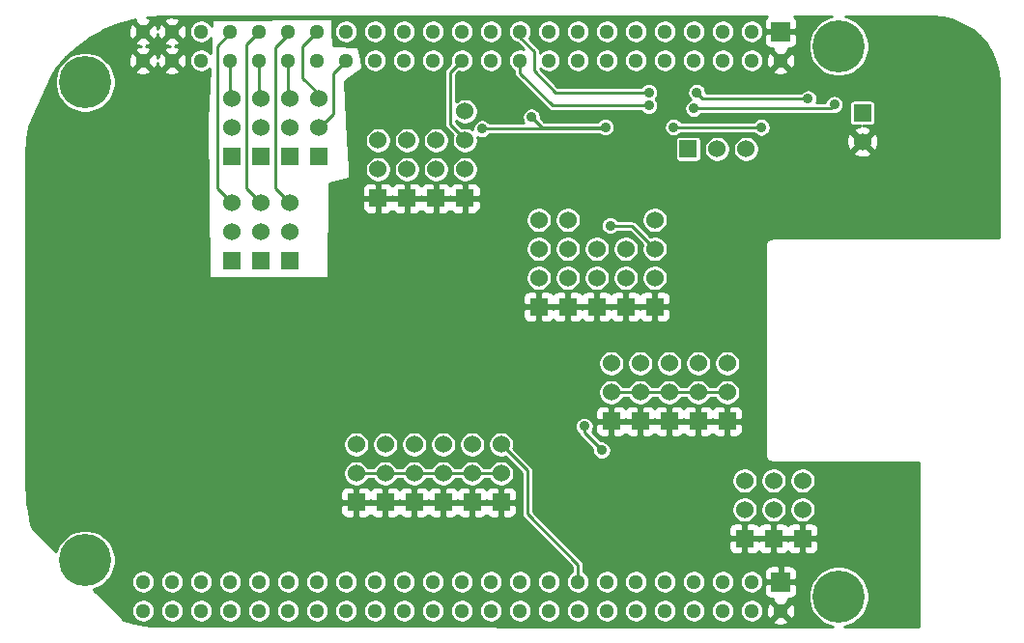
<source format=gbl>
%TF.GenerationSoftware,KiCad,Pcbnew,(5.1.10)-1*%
%TF.CreationDate,2022-04-08T15:59:23-04:00*%
%TF.ProjectId,BBB-GVS-X4,4242422d-4756-4532-9d58-342e6b696361,0.3*%
%TF.SameCoordinates,PX5962530PY32436e8*%
%TF.FileFunction,Copper,L2,Bot*%
%TF.FilePolarity,Positive*%
%FSLAX46Y46*%
G04 Gerber Fmt 4.6, Leading zero omitted, Abs format (unit mm)*
G04 Created by KiCad (PCBNEW (5.1.10)-1) date 2022-04-08 15:59:23*
%MOMM*%
%LPD*%
G01*
G04 APERTURE LIST*
%TA.AperFunction,ComponentPad*%
%ADD10R,1.524000X1.524000*%
%TD*%
%TA.AperFunction,ComponentPad*%
%ADD11C,1.524000*%
%TD*%
%TA.AperFunction,ComponentPad*%
%ADD12C,4.572000*%
%TD*%
%TA.AperFunction,ComponentPad*%
%ADD13R,1.651000X1.651000*%
%TD*%
%TA.AperFunction,ComponentPad*%
%ADD14C,1.300480*%
%TD*%
%TA.AperFunction,ViaPad*%
%ADD15C,0.889000*%
%TD*%
%TA.AperFunction,Conductor*%
%ADD16C,0.254000*%
%TD*%
%TA.AperFunction,Conductor*%
%ADD17C,0.150000*%
%TD*%
G04 APERTURE END LIST*
D10*
%TO.P,J13,1*%
%TO.N,GND*%
X48006000Y-26035000D03*
D11*
%TO.P,J13,2*%
%TO.N,VDD_5V*%
X48006000Y-23495000D03*
%TO.P,J13,3*%
%TO.N,/P9 Connector/I2C1SD*%
X48006000Y-20955000D03*
%TO.P,J13,4*%
%TO.N,/P9 Connector/I2C1CL*%
X48006000Y-18415000D03*
%TD*%
D10*
%TO.P,J11,1*%
%TO.N,GND*%
X38989000Y-16510000D03*
D11*
%TO.P,J11,2*%
%TO.N,VDD_3V3EXP*%
X38989000Y-13970000D03*
%TO.P,J11,3*%
%TO.N,/P9 Connector/UART1_TXD*%
X38989000Y-11430000D03*
%TO.P,J11,4*%
%TO.N,/P9 Connector/UART1_RXD*%
X38989000Y-8890000D03*
%TD*%
D10*
%TO.P,J16,1*%
%TO.N,GND*%
X55626000Y-26035000D03*
D11*
%TO.P,J16,2*%
%TO.N,VDD_5V*%
X55626000Y-23495000D03*
%TO.P,J16,3*%
%TO.N,/P9 Connector/U4TX*%
X55626000Y-20955000D03*
%TO.P,J16,4*%
%TO.N,/P9 Connector/U4RX*%
X55626000Y-18415000D03*
%TD*%
D10*
%TO.P,J12,1*%
%TO.N,GND*%
X45466000Y-26035000D03*
D11*
%TO.P,J12,2*%
%TO.N,VDD_5V*%
X45466000Y-23495000D03*
%TO.P,J12,3*%
%TO.N,/P9 Connector/U2TX*%
X45466000Y-20955000D03*
%TO.P,J12,4*%
%TO.N,/P9 Connector/U2RX*%
X45466000Y-18415000D03*
%TD*%
D10*
%TO.P,J15,1*%
%TO.N,GND*%
X53086000Y-26035000D03*
D11*
%TO.P,J15,2*%
%TO.N,VDD_5V*%
X53086000Y-23495000D03*
%TO.P,J15,3*%
%TO.N,/P9 Connector/GP1_28*%
X53086000Y-20955000D03*
%TD*%
D10*
%TO.P,J28,1*%
%TO.N,GND*%
X59436000Y-36068000D03*
D11*
%TO.P,J28,2*%
%TO.N,VDD_5V*%
X59436000Y-33528000D03*
%TO.P,J28,3*%
%TO.N,/P8 Connector/GP1_12*%
X59436000Y-30988000D03*
%TD*%
D10*
%TO.P,J29,1*%
%TO.N,GND*%
X61976000Y-36068000D03*
D11*
%TO.P,J29,2*%
%TO.N,VDD_5V*%
X61976000Y-33528000D03*
%TO.P,J29,3*%
%TO.N,/P8 Connector/TIM5*%
X61976000Y-30988000D03*
%TD*%
D10*
%TO.P,J32,1*%
%TO.N,GND*%
X68580000Y-46355000D03*
D11*
%TO.P,J32,2*%
%TO.N,VDD_5V*%
X68580000Y-43815000D03*
%TO.P,J32,3*%
%TO.N,/P8 Connector/TIM6*%
X68580000Y-41275000D03*
%TD*%
D10*
%TO.P,J31,1*%
%TO.N,GND*%
X66040000Y-46355000D03*
D11*
%TO.P,J31,2*%
%TO.N,VDD_5V*%
X66040000Y-43815000D03*
%TO.P,J31,3*%
%TO.N,/P8 Connector/TIM4*%
X66040000Y-41275000D03*
%TD*%
D10*
%TO.P,J30,1*%
%TO.N,GND*%
X63500000Y-46355000D03*
D11*
%TO.P,J30,2*%
%TO.N,VDD_5V*%
X63500000Y-43815000D03*
%TO.P,J30,3*%
%TO.N,/P8 Connector/TIM7*%
X63500000Y-41275000D03*
%TD*%
D10*
%TO.P,J17,1*%
%TO.N,GND*%
X29464000Y-43180000D03*
D11*
%TO.P,J17,2*%
%TO.N,VDD_3V3EXP*%
X29464000Y-40640000D03*
%TO.P,J17,3*%
%TO.N,/P8 Connector/GPIO1_29*%
X29464000Y-38100000D03*
%TD*%
D10*
%TO.P,J18,1*%
%TO.N,GND*%
X32004000Y-43180000D03*
D11*
%TO.P,J18,2*%
%TO.N,VDD_3V3EXP*%
X32004000Y-40640000D03*
%TO.P,J18,3*%
%TO.N,/P8 Connector/EHRPWM2A*%
X32004000Y-38100000D03*
%TD*%
D10*
%TO.P,J19,1*%
%TO.N,GND*%
X34544000Y-43180000D03*
D11*
%TO.P,J19,2*%
%TO.N,VDD_3V3EXP*%
X34544000Y-40640000D03*
%TO.P,J19,3*%
%TO.N,/P8 Connector/GPIO2_1*%
X34544000Y-38100000D03*
%TD*%
D10*
%TO.P,J20,1*%
%TO.N,GND*%
X37084000Y-43180000D03*
D11*
%TO.P,J20,2*%
%TO.N,VDD_3V3EXP*%
X37084000Y-40640000D03*
%TO.P,J20,3*%
%TO.N,/P8 Connector/GPIO0_27*%
X37084000Y-38100000D03*
%TD*%
D10*
%TO.P,J21,1*%
%TO.N,GND*%
X39624000Y-43180000D03*
D11*
%TO.P,J21,2*%
%TO.N,VDD_3V3EXP*%
X39624000Y-40640000D03*
%TO.P,J21,3*%
%TO.N,/P8 Connector/GPIO1_14*%
X39624000Y-38100000D03*
%TD*%
D10*
%TO.P,J22,1*%
%TO.N,GND*%
X42164000Y-43180000D03*
D11*
%TO.P,J22,2*%
%TO.N,VDD_3V3EXP*%
X42164000Y-40640000D03*
%TO.P,J22,3*%
%TO.N,/P8 Connector/GPIO1_15*%
X42164000Y-38100000D03*
%TD*%
D10*
%TO.P,J1,1*%
%TO.N,/P9 Connector/GNDA_ADC*%
X18542000Y-12827000D03*
D11*
%TO.P,J1,2*%
%TO.N,/P9 Connector/VDD_ADC*%
X18542000Y-10287000D03*
%TO.P,J1,3*%
%TO.N,/P9 Connector/AIN1*%
X18542000Y-7747000D03*
%TD*%
D10*
%TO.P,J3,1*%
%TO.N,/P9 Connector/GNDA_ADC*%
X23622000Y-12827000D03*
D11*
%TO.P,J3,2*%
%TO.N,/P9 Connector/VDD_ADC*%
X23622000Y-10287000D03*
%TO.P,J3,3*%
%TO.N,/P9 Connector/AIN5*%
X23622000Y-7747000D03*
%TD*%
D10*
%TO.P,J5,1*%
%TO.N,/P9 Connector/GNDA_ADC*%
X18567400Y-21971000D03*
D11*
%TO.P,J5,2*%
%TO.N,/P9 Connector/VDD_ADC*%
X18567400Y-19431000D03*
%TO.P,J5,3*%
%TO.N,/P9 Connector/AIN0*%
X18567400Y-16891000D03*
%TD*%
D10*
%TO.P,J6,1*%
%TO.N,/P9 Connector/GNDA_ADC*%
X21082000Y-21971000D03*
D11*
%TO.P,J6,2*%
%TO.N,/P9 Connector/VDD_ADC*%
X21082000Y-19431000D03*
%TO.P,J6,3*%
%TO.N,/P9 Connector/AIN2*%
X21082000Y-16891000D03*
%TD*%
D10*
%TO.P,J4,1*%
%TO.N,/P9 Connector/GNDA_ADC*%
X26162000Y-12827000D03*
D11*
%TO.P,J4,2*%
%TO.N,/P9 Connector/VDD_ADC*%
X26162000Y-10287000D03*
%TO.P,J4,3*%
%TO.N,/P9 Connector/AIN4*%
X26162000Y-7747000D03*
%TD*%
D10*
%TO.P,J7,1*%
%TO.N,/P9 Connector/GNDA_ADC*%
X23622000Y-21971000D03*
D11*
%TO.P,J7,2*%
%TO.N,/P9 Connector/VDD_ADC*%
X23622000Y-19431000D03*
%TO.P,J7,3*%
%TO.N,/P9 Connector/AIN6*%
X23622000Y-16891000D03*
%TD*%
D10*
%TO.P,J9,1*%
%TO.N,GND*%
X33909000Y-16510000D03*
D11*
%TO.P,J9,2*%
%TO.N,VDD_3V3EXP*%
X33909000Y-13970000D03*
%TO.P,J9,3*%
%TO.N,/P9 Connector/GPIO3_19*%
X33909000Y-11430000D03*
%TD*%
D10*
%TO.P,J10,1*%
%TO.N,GND*%
X36449000Y-16510000D03*
D11*
%TO.P,J10,2*%
%TO.N,VDD_3V3EXP*%
X36449000Y-13970000D03*
%TO.P,J10,3*%
%TO.N,/P9 Connector/GPIO1_17*%
X36449000Y-11430000D03*
%TD*%
D10*
%TO.P,J14,1*%
%TO.N,GND*%
X50546000Y-26035000D03*
D11*
%TO.P,J14,2*%
%TO.N,VDD_5V*%
X50546000Y-23495000D03*
%TO.P,J14,3*%
%TO.N,/P9 Connector/GP116*%
X50546000Y-20955000D03*
%TD*%
D10*
%TO.P,J25,1*%
%TO.N,GND*%
X51816000Y-36068000D03*
D11*
%TO.P,J25,2*%
%TO.N,VDD_5V*%
X51816000Y-33528000D03*
%TO.P,J25,3*%
%TO.N,/P8 Connector/PWM2B*%
X51816000Y-30988000D03*
%TD*%
D10*
%TO.P,J26,1*%
%TO.N,GND*%
X54356000Y-36068000D03*
D11*
%TO.P,J26,2*%
%TO.N,VDD_5V*%
X54356000Y-33528000D03*
%TO.P,J26,3*%
%TO.N,/P8 Connector/GP0_26*%
X54356000Y-30988000D03*
%TD*%
D10*
%TO.P,J27,1*%
%TO.N,GND*%
X56896000Y-36068000D03*
D11*
%TO.P,J27,2*%
%TO.N,VDD_5V*%
X56896000Y-33528000D03*
%TO.P,J27,3*%
%TO.N,/P8 Connector/GP1_13*%
X56896000Y-30988000D03*
%TD*%
D10*
%TO.P,J2,1*%
%TO.N,/P9 Connector/GNDA_ADC*%
X21082000Y-12827000D03*
D11*
%TO.P,J2,2*%
%TO.N,/P9 Connector/VDD_ADC*%
X21082000Y-10287000D03*
%TO.P,J2,3*%
%TO.N,/P9 Connector/AIN3*%
X21082000Y-7747000D03*
%TD*%
D10*
%TO.P,J8,1*%
%TO.N,GND*%
X31369000Y-16510000D03*
D11*
%TO.P,J8,2*%
%TO.N,VDD_3V3EXP*%
X31369000Y-13970000D03*
%TO.P,J8,3*%
%TO.N,/P9 Connector/SPI1_D1*%
X31369000Y-11430000D03*
%TD*%
D10*
%TO.P,J23,1*%
%TO.N,/P9 Connector/SYS_5V*%
X58547000Y-12192000D03*
D11*
%TO.P,J23,2*%
%TO.N,Net-(F1-Pad2)*%
X61087000Y-12192000D03*
%TO.P,J23,3*%
%TO.N,VDD_5V-UF*%
X63627000Y-12192000D03*
%TD*%
D12*
%TO.P,BRD1,M1*%
%TO.N,N/C*%
X5715000Y-6350000D03*
%TO.P,BRD1,M2*%
X71755000Y-3175000D03*
%TO.P,BRD1,M3*%
X71755000Y-51435000D03*
%TO.P,BRD1,M4*%
X5715000Y-48260000D03*
D13*
%TO.P,BRD1,C1*%
%TO.N,GND*%
X66675000Y-1905000D03*
D14*
%TO.P,BRD1,C2*%
X66675000Y-4445000D03*
%TO.P,BRD1,C3*%
%TO.N,/P9 Connector/VDD_3V3-UF*%
X64135000Y-1905000D03*
%TO.P,BRD1,C4*%
X64135000Y-4445000D03*
%TO.P,BRD1,C5*%
%TO.N,VDD_5V-UF*%
X61595000Y-1905000D03*
%TO.P,BRD1,C6*%
X61595000Y-4445000D03*
%TO.P,BRD1,C7*%
%TO.N,/P9 Connector/SYS_5V*%
X59055000Y-1905000D03*
%TO.P,BRD1,C8*%
X59055000Y-4445000D03*
%TO.P,BRD1,C9*%
%TO.N,N/C*%
X56515000Y-1905000D03*
%TO.P,BRD1,C10*%
X56515000Y-4445000D03*
%TO.P,BRD1,C11*%
%TO.N,/P9 Connector/UART4_RXD*%
X53975000Y-1905000D03*
%TO.P,BRD1,C12*%
%TO.N,/P9 Connector/GPIO1_28*%
X53975000Y-4445000D03*
%TO.P,BRD1,C13*%
%TO.N,/P9 Connector/UART4_TXD*%
X51435000Y-1905000D03*
%TO.P,BRD1,C14*%
%TO.N,N/C*%
X51435000Y-4445000D03*
%TO.P,BRD1,C15*%
%TO.N,/P9 Connector/GPIO1_16*%
X48895000Y-1905000D03*
%TO.P,BRD1,C16*%
%TO.N,N/C*%
X48895000Y-4445000D03*
%TO.P,BRD1,C17*%
%TO.N,/P9 Connector/I2C1_SCL*%
X46355000Y-1905000D03*
%TO.P,BRD1,C18*%
%TO.N,/P9 Connector/I2C1_SDA*%
X46355000Y-4445000D03*
%TO.P,BRD1,C19*%
%TO.N,/P9 Connector/I2C2_SCL*%
X43815000Y-1905000D03*
%TO.P,BRD1,C20*%
%TO.N,/P9 Connector/I2C2_SDA*%
X43815000Y-4445000D03*
%TO.P,BRD1,C21*%
%TO.N,/P9 Connector/UART2_TXD*%
X41275000Y-1905000D03*
%TO.P,BRD1,C22*%
%TO.N,/P9 Connector/UART2_RXD*%
X41275000Y-4445000D03*
%TO.P,BRD1,C23*%
%TO.N,/P9 Connector/GPIO1_17*%
X38735000Y-1905000D03*
%TO.P,BRD1,C24*%
%TO.N,/P9 Connector/UART1_TXD*%
X38735000Y-4445000D03*
%TO.P,BRD1,C25*%
%TO.N,N/C*%
X36195000Y-1905000D03*
%TO.P,BRD1,C26*%
%TO.N,/P9 Connector/UART1_RXD*%
X36195000Y-4445000D03*
%TO.P,BRD1,C27*%
%TO.N,/P9 Connector/GPIO3_19*%
X33655000Y-1905000D03*
%TO.P,BRD1,C28*%
%TO.N,N/C*%
X33655000Y-4445000D03*
%TO.P,BRD1,C29*%
X31115000Y-1905000D03*
%TO.P,BRD1,C30*%
%TO.N,/P9 Connector/SPI1_D1*%
X31115000Y-4445000D03*
%TO.P,BRD1,C31*%
%TO.N,N/C*%
X28575000Y-1905000D03*
%TO.P,BRD1,C32*%
%TO.N,/P9 Connector/VDD_ADC*%
X28575000Y-4445000D03*
%TO.P,BRD1,C33*%
%TO.N,/P9 Connector/AIN4*%
X26035000Y-1905000D03*
%TO.P,BRD1,C34*%
%TO.N,/P9 Connector/GNDA_ADC*%
X26035000Y-4445000D03*
%TO.P,BRD1,C35*%
%TO.N,/P9 Connector/AIN6*%
X23495000Y-1905000D03*
%TO.P,BRD1,C36*%
%TO.N,/P9 Connector/AIN5*%
X23495000Y-4445000D03*
%TO.P,BRD1,C37*%
%TO.N,/P9 Connector/AIN2*%
X20955000Y-1905000D03*
%TO.P,BRD1,C38*%
%TO.N,/P9 Connector/AIN3*%
X20955000Y-4445000D03*
%TO.P,BRD1,C39*%
%TO.N,/P9 Connector/AIN0*%
X18415000Y-1905000D03*
%TO.P,BRD1,C40*%
%TO.N,/P9 Connector/AIN1*%
X18415000Y-4445000D03*
%TO.P,BRD1,C41*%
%TO.N,N/C*%
X15875000Y-1905000D03*
%TO.P,BRD1,C42*%
X15875000Y-4445000D03*
%TO.P,BRD1,C43*%
%TO.N,GND*%
X13335000Y-1905000D03*
%TO.P,BRD1,C44*%
X13335000Y-4445000D03*
%TO.P,BRD1,C45*%
X10795000Y-1905000D03*
%TO.P,BRD1,C46*%
X10795000Y-4445000D03*
D13*
%TO.P,BRD1,B1*%
X66675000Y-50165000D03*
D14*
%TO.P,BRD1,B2*%
X66675000Y-52705000D03*
%TO.P,BRD1,B3*%
%TO.N,N/C*%
X64135000Y-50165000D03*
%TO.P,BRD1,B4*%
X64135000Y-52705000D03*
%TO.P,BRD1,B5*%
X61595000Y-50165000D03*
%TO.P,BRD1,B6*%
X61595000Y-52705000D03*
%TO.P,BRD1,B7*%
%TO.N,/P8 Connector/TIMER4*%
X59055000Y-50165000D03*
%TO.P,BRD1,B8*%
%TO.N,/P8 Connector/TIMER7*%
X59055000Y-52705000D03*
%TO.P,BRD1,B9*%
%TO.N,/P8 Connector/TIMER5*%
X56515000Y-50165000D03*
%TO.P,BRD1,B10*%
%TO.N,/P8 Connector/TIMER6*%
X56515000Y-52705000D03*
%TO.P,BRD1,B11*%
%TO.N,/P8 Connector/GPIO1_13*%
X53975000Y-50165000D03*
%TO.P,BRD1,B12*%
%TO.N,/P8 Connector/GPIO1_12*%
X53975000Y-52705000D03*
%TO.P,BRD1,B13*%
%TO.N,/P8 Connector/EHRPWM2B*%
X51435000Y-50165000D03*
%TO.P,BRD1,B14*%
%TO.N,/P8 Connector/GPIO0_26*%
X51435000Y-52705000D03*
%TO.P,BRD1,B15*%
%TO.N,/P8 Connector/GPIO1_15*%
X48895000Y-50165000D03*
%TO.P,BRD1,B16*%
%TO.N,/P8 Connector/GPIO1_14*%
X48895000Y-52705000D03*
%TO.P,BRD1,B17*%
%TO.N,/P8 Connector/GPIO0_27*%
X46355000Y-50165000D03*
%TO.P,BRD1,B18*%
%TO.N,/P8 Connector/GPIO2_1*%
X46355000Y-52705000D03*
%TO.P,BRD1,B19*%
%TO.N,/P8 Connector/EHRPWM2A*%
X43815000Y-50165000D03*
%TO.P,BRD1,B20*%
%TO.N,N/C*%
X43815000Y-52705000D03*
%TO.P,BRD1,B21*%
X41275000Y-50165000D03*
%TO.P,BRD1,B22*%
X41275000Y-52705000D03*
%TO.P,BRD1,B23*%
X38735000Y-50165000D03*
%TO.P,BRD1,B24*%
X38735000Y-52705000D03*
%TO.P,BRD1,B25*%
X36195000Y-50165000D03*
%TO.P,BRD1,B26*%
%TO.N,/P8 Connector/GPIO1_29*%
X36195000Y-52705000D03*
%TO.P,BRD1,B27*%
%TO.N,N/C*%
X33655000Y-50165000D03*
%TO.P,BRD1,B28*%
X33655000Y-52705000D03*
%TO.P,BRD1,B29*%
X31115000Y-50165000D03*
%TO.P,BRD1,B30*%
X31115000Y-52705000D03*
%TO.P,BRD1,B31*%
X28575000Y-50165000D03*
%TO.P,BRD1,B32*%
X28575000Y-52705000D03*
%TO.P,BRD1,B33*%
X26035000Y-50165000D03*
%TO.P,BRD1,B34*%
X26035000Y-52705000D03*
%TO.P,BRD1,B35*%
X23495000Y-50165000D03*
%TO.P,BRD1,B36*%
X23495000Y-52705000D03*
%TO.P,BRD1,B37*%
X20955000Y-50165000D03*
%TO.P,BRD1,B38*%
X20955000Y-52705000D03*
%TO.P,BRD1,B39*%
X18415000Y-50165000D03*
%TO.P,BRD1,B40*%
X18415000Y-52705000D03*
%TO.P,BRD1,B41*%
X15875000Y-50165000D03*
%TO.P,BRD1,B42*%
X15875000Y-52705000D03*
%TO.P,BRD1,B43*%
X13335000Y-50165000D03*
%TO.P,BRD1,B44*%
X13335000Y-52705000D03*
%TO.P,BRD1,B45*%
X10795000Y-50165000D03*
%TO.P,BRD1,B46*%
X10795000Y-52705000D03*
%TD*%
D10*
%TO.P,J33,1*%
%TO.N,Net-(J33-Pad1)*%
X73827640Y-9027160D03*
D11*
%TO.P,J33,2*%
%TO.N,GND*%
X73827640Y-11567160D03*
%TD*%
D15*
%TO.N,/P8 Connector/PWM2B*%
X50990500Y-38608000D03*
X49466500Y-36512500D03*
%TO.N,/P9 Connector/I2C2_SCL*%
X55118000Y-7239000D03*
X59309000Y-7239000D03*
X69074000Y-7795000D03*
%TO.N,/P9 Connector/I2C2_SDA*%
X71374000Y-8295000D03*
X55118000Y-8382000D03*
X59055000Y-8636000D03*
%TO.N,/P9 Connector/U4TX*%
X51752500Y-18923000D03*
%TO.N,GND*%
X76474000Y-17295000D03*
X80274000Y-17695000D03*
X84074000Y-7239000D03*
X50990500Y-40005000D03*
X71120000Y-16891000D03*
X24892000Y-36957000D03*
X45593000Y-13843000D03*
X55753000Y-13843000D03*
X60706000Y-40360600D03*
%TO.N,VDD_3V3EXP*%
X57277000Y-10287000D03*
X64974000Y-10295000D03*
X44831000Y-9398000D03*
X40513000Y-10414000D03*
X51308000Y-10287000D03*
%TD*%
D16*
%TO.N,/P8 Connector/GPIO1_15*%
X48895000Y-50165000D02*
X48895000Y-48641000D01*
X44450000Y-40386000D02*
X42164000Y-38100000D01*
X44450000Y-44196000D02*
X44450000Y-40386000D01*
X48895000Y-48641000D02*
X44450000Y-44196000D01*
%TO.N,/P8 Connector/PWM2B*%
X49466500Y-37084000D02*
X49466500Y-36512500D01*
X50990500Y-38608000D02*
X49466500Y-37084000D01*
%TO.N,/P9 Connector/AIN0*%
X17272000Y-15621000D02*
X18542000Y-16891000D01*
X18415000Y-1905000D02*
X18415000Y-2032000D01*
X18415000Y-2032000D02*
X17272000Y-3175000D01*
X17272000Y-3175000D02*
X17272000Y-15621000D01*
%TO.N,/P9 Connector/AIN1*%
X18415000Y-7569200D02*
X18542000Y-7696200D01*
X18415000Y-4445000D02*
X18415000Y-7569200D01*
%TO.N,/P9 Connector/AIN2*%
X19812000Y-3048000D02*
X19812000Y-15621000D01*
X19812000Y-15621000D02*
X21082000Y-16891000D01*
X19812000Y-3048000D02*
X20955000Y-1905000D01*
%TO.N,/P9 Connector/AIN3*%
X20955000Y-4445000D02*
X20955000Y-7569200D01*
X20955000Y-7569200D02*
X21082000Y-7696200D01*
%TO.N,/P9 Connector/AIN4*%
X26035000Y-1905000D02*
X24765000Y-3175000D01*
X26162000Y-7366000D02*
X26162000Y-7747000D01*
X24765000Y-5969000D02*
X26162000Y-7366000D01*
X24765000Y-3175000D02*
X24765000Y-5969000D01*
%TO.N,/P9 Connector/AIN5*%
X23495000Y-4445000D02*
X23495000Y-7569200D01*
X23495000Y-7569200D02*
X23622000Y-7696200D01*
%TO.N,/P9 Connector/AIN6*%
X23495000Y-1905000D02*
X23495000Y-2159000D01*
X22352000Y-15621000D02*
X23622000Y-16891000D01*
X22352000Y-3302000D02*
X22352000Y-15621000D01*
X23495000Y-2159000D02*
X22352000Y-3302000D01*
%TO.N,/P9 Connector/I2C2_SCL*%
X69074000Y-7795000D02*
X69074000Y-7747000D01*
X55118000Y-7239000D02*
X46939200Y-7239000D01*
X46939200Y-7239000D02*
X45059600Y-5359400D01*
X59309000Y-7239000D02*
X59817000Y-7747000D01*
X45059600Y-3657600D02*
X45059600Y-5359400D01*
X43815000Y-1905000D02*
X43815000Y-2413000D01*
X43815000Y-2413000D02*
X45059600Y-3657600D01*
X59817000Y-7747000D02*
X69074000Y-7747000D01*
%TO.N,/P9 Connector/I2C2_SDA*%
X55118000Y-8382000D02*
X46661000Y-8382000D01*
X43815000Y-5536000D02*
X43815000Y-4445000D01*
X46661000Y-8382000D02*
X43815000Y-5536000D01*
X71033000Y-8636000D02*
X59055000Y-8636000D01*
X71374000Y-8295000D02*
X71033000Y-8636000D01*
%TO.N,/P9 Connector/U4TX*%
X53657500Y-18986500D02*
X55626000Y-20955000D01*
X51752500Y-18923000D02*
X51816000Y-18986500D01*
X51816000Y-18986500D02*
X53657500Y-18986500D01*
%TO.N,/P9 Connector/UART1_TXD*%
X38989000Y-11430000D02*
X38989000Y-11303000D01*
X37719000Y-5461000D02*
X38735000Y-4445000D01*
X37719000Y-10033000D02*
X37719000Y-5461000D01*
X38989000Y-11303000D02*
X37719000Y-10033000D01*
%TO.N,/P9 Connector/VDD_ADC*%
X26162000Y-10287000D02*
X26289000Y-10287000D01*
X27432000Y-5588000D02*
X28575000Y-4445000D01*
X27432000Y-9144000D02*
X27432000Y-5588000D01*
X26289000Y-10287000D02*
X27432000Y-9144000D01*
%TO.N,VDD_3V3EXP*%
X57277000Y-10287000D02*
X64966000Y-10287000D01*
X64966000Y-10287000D02*
X64974000Y-10295000D01*
X51308000Y-10287000D02*
X45720000Y-10287000D01*
X45720000Y-10287000D02*
X44831000Y-9398000D01*
X29464000Y-40640000D02*
X32004000Y-40640000D01*
X32004000Y-40640000D02*
X34544000Y-40640000D01*
X37084000Y-40640000D02*
X34544000Y-40640000D01*
X39624000Y-40665400D02*
X37109400Y-40665400D01*
X37109400Y-40665400D02*
X37084000Y-40640000D01*
X42164000Y-40640000D02*
X39649400Y-40640000D01*
X39649400Y-40640000D02*
X39624000Y-40665400D01*
X34518600Y-40665400D02*
X34544000Y-40640000D01*
X51181000Y-10414000D02*
X40513000Y-10414000D01*
X51308000Y-10287000D02*
X51181000Y-10414000D01*
%TO.N,VDD_5V*%
X51816000Y-33528000D02*
X54356000Y-33528000D01*
X54356000Y-33528000D02*
X56896000Y-33528000D01*
X56896000Y-33528000D02*
X59436000Y-33528000D01*
X59436000Y-33528000D02*
X61976000Y-33528000D01*
%TD*%
%TO.N,GND*%
X80913681Y-644388D02*
X81679548Y-828256D01*
X83480896Y-1740939D01*
X84094764Y-2265230D01*
X84683475Y-2954523D01*
X85157107Y-3727419D01*
X85504000Y-4564894D01*
X85715612Y-5446325D01*
X85788500Y-6372452D01*
X85788501Y-20002500D01*
X65941074Y-20002500D01*
X65913000Y-19999735D01*
X65884926Y-20002500D01*
X65800966Y-20010769D01*
X65693238Y-20043448D01*
X65593955Y-20096516D01*
X65506933Y-20167933D01*
X65435516Y-20254955D01*
X65382448Y-20354238D01*
X65349769Y-20461966D01*
X65338735Y-20574000D01*
X65341500Y-20602075D01*
X65341501Y-39087915D01*
X65338735Y-39116000D01*
X65349769Y-39228034D01*
X65382448Y-39335762D01*
X65435516Y-39435045D01*
X65506933Y-39522067D01*
X65593955Y-39593484D01*
X65693238Y-39646552D01*
X65800966Y-39679231D01*
X65884926Y-39687500D01*
X65913000Y-39690265D01*
X65941074Y-39687500D01*
X78801241Y-39687500D01*
X78808299Y-54056129D01*
X72257068Y-54054382D01*
X72532935Y-53999508D01*
X73018298Y-53798464D01*
X73455113Y-53506594D01*
X73826594Y-53135113D01*
X74118464Y-52698298D01*
X74319508Y-52212935D01*
X74422000Y-51697677D01*
X74422000Y-51172323D01*
X74319508Y-50657065D01*
X74118464Y-50171702D01*
X73826594Y-49734887D01*
X73455113Y-49363406D01*
X73018298Y-49071536D01*
X72532935Y-48870492D01*
X72017677Y-48768000D01*
X71492323Y-48768000D01*
X70977065Y-48870492D01*
X70491702Y-49071536D01*
X70054887Y-49363406D01*
X69683406Y-49734887D01*
X69391536Y-50171702D01*
X69190492Y-50657065D01*
X69088000Y-51172323D01*
X69088000Y-51697677D01*
X69190492Y-52212935D01*
X69391536Y-52698298D01*
X69683406Y-53135113D01*
X70054887Y-53506594D01*
X70491702Y-53798464D01*
X70977065Y-53999508D01*
X71251584Y-54054114D01*
X12716050Y-54038505D01*
X11348151Y-53962028D01*
X10013145Y-53736228D01*
X9053161Y-53460957D01*
X8211601Y-52603432D01*
X9763760Y-52603432D01*
X9763760Y-52806568D01*
X9803390Y-53005802D01*
X9881127Y-53193475D01*
X9993983Y-53362377D01*
X10137623Y-53506017D01*
X10306525Y-53618873D01*
X10494198Y-53696610D01*
X10693432Y-53736240D01*
X10896568Y-53736240D01*
X11095802Y-53696610D01*
X11283475Y-53618873D01*
X11452377Y-53506017D01*
X11596017Y-53362377D01*
X11708873Y-53193475D01*
X11786610Y-53005802D01*
X11826240Y-52806568D01*
X11826240Y-52603432D01*
X12303760Y-52603432D01*
X12303760Y-52806568D01*
X12343390Y-53005802D01*
X12421127Y-53193475D01*
X12533983Y-53362377D01*
X12677623Y-53506017D01*
X12846525Y-53618873D01*
X13034198Y-53696610D01*
X13233432Y-53736240D01*
X13436568Y-53736240D01*
X13635802Y-53696610D01*
X13823475Y-53618873D01*
X13992377Y-53506017D01*
X14136017Y-53362377D01*
X14248873Y-53193475D01*
X14326610Y-53005802D01*
X14366240Y-52806568D01*
X14366240Y-52603432D01*
X14843760Y-52603432D01*
X14843760Y-52806568D01*
X14883390Y-53005802D01*
X14961127Y-53193475D01*
X15073983Y-53362377D01*
X15217623Y-53506017D01*
X15386525Y-53618873D01*
X15574198Y-53696610D01*
X15773432Y-53736240D01*
X15976568Y-53736240D01*
X16175802Y-53696610D01*
X16363475Y-53618873D01*
X16532377Y-53506017D01*
X16676017Y-53362377D01*
X16788873Y-53193475D01*
X16866610Y-53005802D01*
X16906240Y-52806568D01*
X16906240Y-52603432D01*
X17383760Y-52603432D01*
X17383760Y-52806568D01*
X17423390Y-53005802D01*
X17501127Y-53193475D01*
X17613983Y-53362377D01*
X17757623Y-53506017D01*
X17926525Y-53618873D01*
X18114198Y-53696610D01*
X18313432Y-53736240D01*
X18516568Y-53736240D01*
X18715802Y-53696610D01*
X18903475Y-53618873D01*
X19072377Y-53506017D01*
X19216017Y-53362377D01*
X19328873Y-53193475D01*
X19406610Y-53005802D01*
X19446240Y-52806568D01*
X19446240Y-52603432D01*
X19923760Y-52603432D01*
X19923760Y-52806568D01*
X19963390Y-53005802D01*
X20041127Y-53193475D01*
X20153983Y-53362377D01*
X20297623Y-53506017D01*
X20466525Y-53618873D01*
X20654198Y-53696610D01*
X20853432Y-53736240D01*
X21056568Y-53736240D01*
X21255802Y-53696610D01*
X21443475Y-53618873D01*
X21612377Y-53506017D01*
X21756017Y-53362377D01*
X21868873Y-53193475D01*
X21946610Y-53005802D01*
X21986240Y-52806568D01*
X21986240Y-52603432D01*
X22463760Y-52603432D01*
X22463760Y-52806568D01*
X22503390Y-53005802D01*
X22581127Y-53193475D01*
X22693983Y-53362377D01*
X22837623Y-53506017D01*
X23006525Y-53618873D01*
X23194198Y-53696610D01*
X23393432Y-53736240D01*
X23596568Y-53736240D01*
X23795802Y-53696610D01*
X23983475Y-53618873D01*
X24152377Y-53506017D01*
X24296017Y-53362377D01*
X24408873Y-53193475D01*
X24486610Y-53005802D01*
X24526240Y-52806568D01*
X24526240Y-52603432D01*
X25003760Y-52603432D01*
X25003760Y-52806568D01*
X25043390Y-53005802D01*
X25121127Y-53193475D01*
X25233983Y-53362377D01*
X25377623Y-53506017D01*
X25546525Y-53618873D01*
X25734198Y-53696610D01*
X25933432Y-53736240D01*
X26136568Y-53736240D01*
X26335802Y-53696610D01*
X26523475Y-53618873D01*
X26692377Y-53506017D01*
X26836017Y-53362377D01*
X26948873Y-53193475D01*
X27026610Y-53005802D01*
X27066240Y-52806568D01*
X27066240Y-52603432D01*
X27543760Y-52603432D01*
X27543760Y-52806568D01*
X27583390Y-53005802D01*
X27661127Y-53193475D01*
X27773983Y-53362377D01*
X27917623Y-53506017D01*
X28086525Y-53618873D01*
X28274198Y-53696610D01*
X28473432Y-53736240D01*
X28676568Y-53736240D01*
X28875802Y-53696610D01*
X29063475Y-53618873D01*
X29232377Y-53506017D01*
X29376017Y-53362377D01*
X29488873Y-53193475D01*
X29566610Y-53005802D01*
X29606240Y-52806568D01*
X29606240Y-52603432D01*
X30083760Y-52603432D01*
X30083760Y-52806568D01*
X30123390Y-53005802D01*
X30201127Y-53193475D01*
X30313983Y-53362377D01*
X30457623Y-53506017D01*
X30626525Y-53618873D01*
X30814198Y-53696610D01*
X31013432Y-53736240D01*
X31216568Y-53736240D01*
X31415802Y-53696610D01*
X31603475Y-53618873D01*
X31772377Y-53506017D01*
X31916017Y-53362377D01*
X32028873Y-53193475D01*
X32106610Y-53005802D01*
X32146240Y-52806568D01*
X32146240Y-52603432D01*
X32623760Y-52603432D01*
X32623760Y-52806568D01*
X32663390Y-53005802D01*
X32741127Y-53193475D01*
X32853983Y-53362377D01*
X32997623Y-53506017D01*
X33166525Y-53618873D01*
X33354198Y-53696610D01*
X33553432Y-53736240D01*
X33756568Y-53736240D01*
X33955802Y-53696610D01*
X34143475Y-53618873D01*
X34312377Y-53506017D01*
X34456017Y-53362377D01*
X34568873Y-53193475D01*
X34646610Y-53005802D01*
X34686240Y-52806568D01*
X34686240Y-52603432D01*
X35163760Y-52603432D01*
X35163760Y-52806568D01*
X35203390Y-53005802D01*
X35281127Y-53193475D01*
X35393983Y-53362377D01*
X35537623Y-53506017D01*
X35706525Y-53618873D01*
X35894198Y-53696610D01*
X36093432Y-53736240D01*
X36296568Y-53736240D01*
X36495802Y-53696610D01*
X36683475Y-53618873D01*
X36852377Y-53506017D01*
X36996017Y-53362377D01*
X37108873Y-53193475D01*
X37186610Y-53005802D01*
X37226240Y-52806568D01*
X37226240Y-52603432D01*
X37703760Y-52603432D01*
X37703760Y-52806568D01*
X37743390Y-53005802D01*
X37821127Y-53193475D01*
X37933983Y-53362377D01*
X38077623Y-53506017D01*
X38246525Y-53618873D01*
X38434198Y-53696610D01*
X38633432Y-53736240D01*
X38836568Y-53736240D01*
X39035802Y-53696610D01*
X39223475Y-53618873D01*
X39392377Y-53506017D01*
X39536017Y-53362377D01*
X39648873Y-53193475D01*
X39726610Y-53005802D01*
X39766240Y-52806568D01*
X39766240Y-52603432D01*
X40243760Y-52603432D01*
X40243760Y-52806568D01*
X40283390Y-53005802D01*
X40361127Y-53193475D01*
X40473983Y-53362377D01*
X40617623Y-53506017D01*
X40786525Y-53618873D01*
X40974198Y-53696610D01*
X41173432Y-53736240D01*
X41376568Y-53736240D01*
X41575802Y-53696610D01*
X41763475Y-53618873D01*
X41932377Y-53506017D01*
X42076017Y-53362377D01*
X42188873Y-53193475D01*
X42266610Y-53005802D01*
X42306240Y-52806568D01*
X42306240Y-52603432D01*
X42783760Y-52603432D01*
X42783760Y-52806568D01*
X42823390Y-53005802D01*
X42901127Y-53193475D01*
X43013983Y-53362377D01*
X43157623Y-53506017D01*
X43326525Y-53618873D01*
X43514198Y-53696610D01*
X43713432Y-53736240D01*
X43916568Y-53736240D01*
X44115802Y-53696610D01*
X44303475Y-53618873D01*
X44472377Y-53506017D01*
X44616017Y-53362377D01*
X44728873Y-53193475D01*
X44806610Y-53005802D01*
X44846240Y-52806568D01*
X44846240Y-52603432D01*
X45323760Y-52603432D01*
X45323760Y-52806568D01*
X45363390Y-53005802D01*
X45441127Y-53193475D01*
X45553983Y-53362377D01*
X45697623Y-53506017D01*
X45866525Y-53618873D01*
X46054198Y-53696610D01*
X46253432Y-53736240D01*
X46456568Y-53736240D01*
X46655802Y-53696610D01*
X46843475Y-53618873D01*
X47012377Y-53506017D01*
X47156017Y-53362377D01*
X47268873Y-53193475D01*
X47346610Y-53005802D01*
X47386240Y-52806568D01*
X47386240Y-52603432D01*
X47863760Y-52603432D01*
X47863760Y-52806568D01*
X47903390Y-53005802D01*
X47981127Y-53193475D01*
X48093983Y-53362377D01*
X48237623Y-53506017D01*
X48406525Y-53618873D01*
X48594198Y-53696610D01*
X48793432Y-53736240D01*
X48996568Y-53736240D01*
X49195802Y-53696610D01*
X49383475Y-53618873D01*
X49552377Y-53506017D01*
X49696017Y-53362377D01*
X49808873Y-53193475D01*
X49886610Y-53005802D01*
X49926240Y-52806568D01*
X49926240Y-52603432D01*
X50403760Y-52603432D01*
X50403760Y-52806568D01*
X50443390Y-53005802D01*
X50521127Y-53193475D01*
X50633983Y-53362377D01*
X50777623Y-53506017D01*
X50946525Y-53618873D01*
X51134198Y-53696610D01*
X51333432Y-53736240D01*
X51536568Y-53736240D01*
X51735802Y-53696610D01*
X51923475Y-53618873D01*
X52092377Y-53506017D01*
X52236017Y-53362377D01*
X52348873Y-53193475D01*
X52426610Y-53005802D01*
X52466240Y-52806568D01*
X52466240Y-52603432D01*
X52943760Y-52603432D01*
X52943760Y-52806568D01*
X52983390Y-53005802D01*
X53061127Y-53193475D01*
X53173983Y-53362377D01*
X53317623Y-53506017D01*
X53486525Y-53618873D01*
X53674198Y-53696610D01*
X53873432Y-53736240D01*
X54076568Y-53736240D01*
X54275802Y-53696610D01*
X54463475Y-53618873D01*
X54632377Y-53506017D01*
X54776017Y-53362377D01*
X54888873Y-53193475D01*
X54966610Y-53005802D01*
X55006240Y-52806568D01*
X55006240Y-52603432D01*
X55483760Y-52603432D01*
X55483760Y-52806568D01*
X55523390Y-53005802D01*
X55601127Y-53193475D01*
X55713983Y-53362377D01*
X55857623Y-53506017D01*
X56026525Y-53618873D01*
X56214198Y-53696610D01*
X56413432Y-53736240D01*
X56616568Y-53736240D01*
X56815802Y-53696610D01*
X57003475Y-53618873D01*
X57172377Y-53506017D01*
X57316017Y-53362377D01*
X57428873Y-53193475D01*
X57506610Y-53005802D01*
X57546240Y-52806568D01*
X57546240Y-52603432D01*
X58023760Y-52603432D01*
X58023760Y-52806568D01*
X58063390Y-53005802D01*
X58141127Y-53193475D01*
X58253983Y-53362377D01*
X58397623Y-53506017D01*
X58566525Y-53618873D01*
X58754198Y-53696610D01*
X58953432Y-53736240D01*
X59156568Y-53736240D01*
X59355802Y-53696610D01*
X59543475Y-53618873D01*
X59712377Y-53506017D01*
X59856017Y-53362377D01*
X59968873Y-53193475D01*
X60046610Y-53005802D01*
X60086240Y-52806568D01*
X60086240Y-52603432D01*
X60563760Y-52603432D01*
X60563760Y-52806568D01*
X60603390Y-53005802D01*
X60681127Y-53193475D01*
X60793983Y-53362377D01*
X60937623Y-53506017D01*
X61106525Y-53618873D01*
X61294198Y-53696610D01*
X61493432Y-53736240D01*
X61696568Y-53736240D01*
X61895802Y-53696610D01*
X62083475Y-53618873D01*
X62252377Y-53506017D01*
X62396017Y-53362377D01*
X62508873Y-53193475D01*
X62586610Y-53005802D01*
X62626240Y-52806568D01*
X62626240Y-52603432D01*
X63103760Y-52603432D01*
X63103760Y-52806568D01*
X63143390Y-53005802D01*
X63221127Y-53193475D01*
X63333983Y-53362377D01*
X63477623Y-53506017D01*
X63646525Y-53618873D01*
X63834198Y-53696610D01*
X64033432Y-53736240D01*
X64236568Y-53736240D01*
X64435802Y-53696610D01*
X64623475Y-53618873D01*
X64665640Y-53590699D01*
X65968907Y-53590699D01*
X66022324Y-53819397D01*
X66252273Y-53925315D01*
X66498467Y-53984336D01*
X66751445Y-53994194D01*
X67001486Y-53954509D01*
X67238980Y-53866806D01*
X67327676Y-53819397D01*
X67381093Y-53590699D01*
X66675000Y-52884605D01*
X65968907Y-53590699D01*
X64665640Y-53590699D01*
X64792377Y-53506017D01*
X64936017Y-53362377D01*
X65048873Y-53193475D01*
X65126610Y-53005802D01*
X65166240Y-52806568D01*
X65166240Y-52781445D01*
X65385806Y-52781445D01*
X65425491Y-53031486D01*
X65513194Y-53268980D01*
X65560603Y-53357676D01*
X65789301Y-53411093D01*
X66495395Y-52705000D01*
X66854605Y-52705000D01*
X67560699Y-53411093D01*
X67789397Y-53357676D01*
X67895315Y-53127727D01*
X67954336Y-52881533D01*
X67964194Y-52628555D01*
X67924509Y-52378514D01*
X67836806Y-52141020D01*
X67789397Y-52052324D01*
X67560699Y-51998907D01*
X66854605Y-52705000D01*
X66495395Y-52705000D01*
X65789301Y-51998907D01*
X65560603Y-52052324D01*
X65454685Y-52282273D01*
X65395664Y-52528467D01*
X65385806Y-52781445D01*
X65166240Y-52781445D01*
X65166240Y-52603432D01*
X65126610Y-52404198D01*
X65048873Y-52216525D01*
X64936017Y-52047623D01*
X64792377Y-51903983D01*
X64623475Y-51791127D01*
X64435802Y-51713390D01*
X64236568Y-51673760D01*
X64033432Y-51673760D01*
X63834198Y-51713390D01*
X63646525Y-51791127D01*
X63477623Y-51903983D01*
X63333983Y-52047623D01*
X63221127Y-52216525D01*
X63143390Y-52404198D01*
X63103760Y-52603432D01*
X62626240Y-52603432D01*
X62586610Y-52404198D01*
X62508873Y-52216525D01*
X62396017Y-52047623D01*
X62252377Y-51903983D01*
X62083475Y-51791127D01*
X61895802Y-51713390D01*
X61696568Y-51673760D01*
X61493432Y-51673760D01*
X61294198Y-51713390D01*
X61106525Y-51791127D01*
X60937623Y-51903983D01*
X60793983Y-52047623D01*
X60681127Y-52216525D01*
X60603390Y-52404198D01*
X60563760Y-52603432D01*
X60086240Y-52603432D01*
X60046610Y-52404198D01*
X59968873Y-52216525D01*
X59856017Y-52047623D01*
X59712377Y-51903983D01*
X59543475Y-51791127D01*
X59355802Y-51713390D01*
X59156568Y-51673760D01*
X58953432Y-51673760D01*
X58754198Y-51713390D01*
X58566525Y-51791127D01*
X58397623Y-51903983D01*
X58253983Y-52047623D01*
X58141127Y-52216525D01*
X58063390Y-52404198D01*
X58023760Y-52603432D01*
X57546240Y-52603432D01*
X57506610Y-52404198D01*
X57428873Y-52216525D01*
X57316017Y-52047623D01*
X57172377Y-51903983D01*
X57003475Y-51791127D01*
X56815802Y-51713390D01*
X56616568Y-51673760D01*
X56413432Y-51673760D01*
X56214198Y-51713390D01*
X56026525Y-51791127D01*
X55857623Y-51903983D01*
X55713983Y-52047623D01*
X55601127Y-52216525D01*
X55523390Y-52404198D01*
X55483760Y-52603432D01*
X55006240Y-52603432D01*
X54966610Y-52404198D01*
X54888873Y-52216525D01*
X54776017Y-52047623D01*
X54632377Y-51903983D01*
X54463475Y-51791127D01*
X54275802Y-51713390D01*
X54076568Y-51673760D01*
X53873432Y-51673760D01*
X53674198Y-51713390D01*
X53486525Y-51791127D01*
X53317623Y-51903983D01*
X53173983Y-52047623D01*
X53061127Y-52216525D01*
X52983390Y-52404198D01*
X52943760Y-52603432D01*
X52466240Y-52603432D01*
X52426610Y-52404198D01*
X52348873Y-52216525D01*
X52236017Y-52047623D01*
X52092377Y-51903983D01*
X51923475Y-51791127D01*
X51735802Y-51713390D01*
X51536568Y-51673760D01*
X51333432Y-51673760D01*
X51134198Y-51713390D01*
X50946525Y-51791127D01*
X50777623Y-51903983D01*
X50633983Y-52047623D01*
X50521127Y-52216525D01*
X50443390Y-52404198D01*
X50403760Y-52603432D01*
X49926240Y-52603432D01*
X49886610Y-52404198D01*
X49808873Y-52216525D01*
X49696017Y-52047623D01*
X49552377Y-51903983D01*
X49383475Y-51791127D01*
X49195802Y-51713390D01*
X48996568Y-51673760D01*
X48793432Y-51673760D01*
X48594198Y-51713390D01*
X48406525Y-51791127D01*
X48237623Y-51903983D01*
X48093983Y-52047623D01*
X47981127Y-52216525D01*
X47903390Y-52404198D01*
X47863760Y-52603432D01*
X47386240Y-52603432D01*
X47346610Y-52404198D01*
X47268873Y-52216525D01*
X47156017Y-52047623D01*
X47012377Y-51903983D01*
X46843475Y-51791127D01*
X46655802Y-51713390D01*
X46456568Y-51673760D01*
X46253432Y-51673760D01*
X46054198Y-51713390D01*
X45866525Y-51791127D01*
X45697623Y-51903983D01*
X45553983Y-52047623D01*
X45441127Y-52216525D01*
X45363390Y-52404198D01*
X45323760Y-52603432D01*
X44846240Y-52603432D01*
X44806610Y-52404198D01*
X44728873Y-52216525D01*
X44616017Y-52047623D01*
X44472377Y-51903983D01*
X44303475Y-51791127D01*
X44115802Y-51713390D01*
X43916568Y-51673760D01*
X43713432Y-51673760D01*
X43514198Y-51713390D01*
X43326525Y-51791127D01*
X43157623Y-51903983D01*
X43013983Y-52047623D01*
X42901127Y-52216525D01*
X42823390Y-52404198D01*
X42783760Y-52603432D01*
X42306240Y-52603432D01*
X42266610Y-52404198D01*
X42188873Y-52216525D01*
X42076017Y-52047623D01*
X41932377Y-51903983D01*
X41763475Y-51791127D01*
X41575802Y-51713390D01*
X41376568Y-51673760D01*
X41173432Y-51673760D01*
X40974198Y-51713390D01*
X40786525Y-51791127D01*
X40617623Y-51903983D01*
X40473983Y-52047623D01*
X40361127Y-52216525D01*
X40283390Y-52404198D01*
X40243760Y-52603432D01*
X39766240Y-52603432D01*
X39726610Y-52404198D01*
X39648873Y-52216525D01*
X39536017Y-52047623D01*
X39392377Y-51903983D01*
X39223475Y-51791127D01*
X39035802Y-51713390D01*
X38836568Y-51673760D01*
X38633432Y-51673760D01*
X38434198Y-51713390D01*
X38246525Y-51791127D01*
X38077623Y-51903983D01*
X37933983Y-52047623D01*
X37821127Y-52216525D01*
X37743390Y-52404198D01*
X37703760Y-52603432D01*
X37226240Y-52603432D01*
X37186610Y-52404198D01*
X37108873Y-52216525D01*
X36996017Y-52047623D01*
X36852377Y-51903983D01*
X36683475Y-51791127D01*
X36495802Y-51713390D01*
X36296568Y-51673760D01*
X36093432Y-51673760D01*
X35894198Y-51713390D01*
X35706525Y-51791127D01*
X35537623Y-51903983D01*
X35393983Y-52047623D01*
X35281127Y-52216525D01*
X35203390Y-52404198D01*
X35163760Y-52603432D01*
X34686240Y-52603432D01*
X34646610Y-52404198D01*
X34568873Y-52216525D01*
X34456017Y-52047623D01*
X34312377Y-51903983D01*
X34143475Y-51791127D01*
X33955802Y-51713390D01*
X33756568Y-51673760D01*
X33553432Y-51673760D01*
X33354198Y-51713390D01*
X33166525Y-51791127D01*
X32997623Y-51903983D01*
X32853983Y-52047623D01*
X32741127Y-52216525D01*
X32663390Y-52404198D01*
X32623760Y-52603432D01*
X32146240Y-52603432D01*
X32106610Y-52404198D01*
X32028873Y-52216525D01*
X31916017Y-52047623D01*
X31772377Y-51903983D01*
X31603475Y-51791127D01*
X31415802Y-51713390D01*
X31216568Y-51673760D01*
X31013432Y-51673760D01*
X30814198Y-51713390D01*
X30626525Y-51791127D01*
X30457623Y-51903983D01*
X30313983Y-52047623D01*
X30201127Y-52216525D01*
X30123390Y-52404198D01*
X30083760Y-52603432D01*
X29606240Y-52603432D01*
X29566610Y-52404198D01*
X29488873Y-52216525D01*
X29376017Y-52047623D01*
X29232377Y-51903983D01*
X29063475Y-51791127D01*
X28875802Y-51713390D01*
X28676568Y-51673760D01*
X28473432Y-51673760D01*
X28274198Y-51713390D01*
X28086525Y-51791127D01*
X27917623Y-51903983D01*
X27773983Y-52047623D01*
X27661127Y-52216525D01*
X27583390Y-52404198D01*
X27543760Y-52603432D01*
X27066240Y-52603432D01*
X27026610Y-52404198D01*
X26948873Y-52216525D01*
X26836017Y-52047623D01*
X26692377Y-51903983D01*
X26523475Y-51791127D01*
X26335802Y-51713390D01*
X26136568Y-51673760D01*
X25933432Y-51673760D01*
X25734198Y-51713390D01*
X25546525Y-51791127D01*
X25377623Y-51903983D01*
X25233983Y-52047623D01*
X25121127Y-52216525D01*
X25043390Y-52404198D01*
X25003760Y-52603432D01*
X24526240Y-52603432D01*
X24486610Y-52404198D01*
X24408873Y-52216525D01*
X24296017Y-52047623D01*
X24152377Y-51903983D01*
X23983475Y-51791127D01*
X23795802Y-51713390D01*
X23596568Y-51673760D01*
X23393432Y-51673760D01*
X23194198Y-51713390D01*
X23006525Y-51791127D01*
X22837623Y-51903983D01*
X22693983Y-52047623D01*
X22581127Y-52216525D01*
X22503390Y-52404198D01*
X22463760Y-52603432D01*
X21986240Y-52603432D01*
X21946610Y-52404198D01*
X21868873Y-52216525D01*
X21756017Y-52047623D01*
X21612377Y-51903983D01*
X21443475Y-51791127D01*
X21255802Y-51713390D01*
X21056568Y-51673760D01*
X20853432Y-51673760D01*
X20654198Y-51713390D01*
X20466525Y-51791127D01*
X20297623Y-51903983D01*
X20153983Y-52047623D01*
X20041127Y-52216525D01*
X19963390Y-52404198D01*
X19923760Y-52603432D01*
X19446240Y-52603432D01*
X19406610Y-52404198D01*
X19328873Y-52216525D01*
X19216017Y-52047623D01*
X19072377Y-51903983D01*
X18903475Y-51791127D01*
X18715802Y-51713390D01*
X18516568Y-51673760D01*
X18313432Y-51673760D01*
X18114198Y-51713390D01*
X17926525Y-51791127D01*
X17757623Y-51903983D01*
X17613983Y-52047623D01*
X17501127Y-52216525D01*
X17423390Y-52404198D01*
X17383760Y-52603432D01*
X16906240Y-52603432D01*
X16866610Y-52404198D01*
X16788873Y-52216525D01*
X16676017Y-52047623D01*
X16532377Y-51903983D01*
X16363475Y-51791127D01*
X16175802Y-51713390D01*
X15976568Y-51673760D01*
X15773432Y-51673760D01*
X15574198Y-51713390D01*
X15386525Y-51791127D01*
X15217623Y-51903983D01*
X15073983Y-52047623D01*
X14961127Y-52216525D01*
X14883390Y-52404198D01*
X14843760Y-52603432D01*
X14366240Y-52603432D01*
X14326610Y-52404198D01*
X14248873Y-52216525D01*
X14136017Y-52047623D01*
X13992377Y-51903983D01*
X13823475Y-51791127D01*
X13635802Y-51713390D01*
X13436568Y-51673760D01*
X13233432Y-51673760D01*
X13034198Y-51713390D01*
X12846525Y-51791127D01*
X12677623Y-51903983D01*
X12533983Y-52047623D01*
X12421127Y-52216525D01*
X12343390Y-52404198D01*
X12303760Y-52603432D01*
X11826240Y-52603432D01*
X11786610Y-52404198D01*
X11708873Y-52216525D01*
X11596017Y-52047623D01*
X11452377Y-51903983D01*
X11283475Y-51791127D01*
X11095802Y-51713390D01*
X10896568Y-51673760D01*
X10693432Y-51673760D01*
X10494198Y-51713390D01*
X10306525Y-51791127D01*
X10137623Y-51903983D01*
X9993983Y-52047623D01*
X9881127Y-52216525D01*
X9803390Y-52404198D01*
X9763760Y-52603432D01*
X8211601Y-52603432D01*
X6470228Y-50829025D01*
X6492935Y-50824508D01*
X6978298Y-50623464D01*
X7415113Y-50331594D01*
X7683275Y-50063432D01*
X9763760Y-50063432D01*
X9763760Y-50266568D01*
X9803390Y-50465802D01*
X9881127Y-50653475D01*
X9993983Y-50822377D01*
X10137623Y-50966017D01*
X10306525Y-51078873D01*
X10494198Y-51156610D01*
X10693432Y-51196240D01*
X10896568Y-51196240D01*
X11095802Y-51156610D01*
X11283475Y-51078873D01*
X11452377Y-50966017D01*
X11596017Y-50822377D01*
X11708873Y-50653475D01*
X11786610Y-50465802D01*
X11826240Y-50266568D01*
X11826240Y-50063432D01*
X12303760Y-50063432D01*
X12303760Y-50266568D01*
X12343390Y-50465802D01*
X12421127Y-50653475D01*
X12533983Y-50822377D01*
X12677623Y-50966017D01*
X12846525Y-51078873D01*
X13034198Y-51156610D01*
X13233432Y-51196240D01*
X13436568Y-51196240D01*
X13635802Y-51156610D01*
X13823475Y-51078873D01*
X13992377Y-50966017D01*
X14136017Y-50822377D01*
X14248873Y-50653475D01*
X14326610Y-50465802D01*
X14366240Y-50266568D01*
X14366240Y-50063432D01*
X14843760Y-50063432D01*
X14843760Y-50266568D01*
X14883390Y-50465802D01*
X14961127Y-50653475D01*
X15073983Y-50822377D01*
X15217623Y-50966017D01*
X15386525Y-51078873D01*
X15574198Y-51156610D01*
X15773432Y-51196240D01*
X15976568Y-51196240D01*
X16175802Y-51156610D01*
X16363475Y-51078873D01*
X16532377Y-50966017D01*
X16676017Y-50822377D01*
X16788873Y-50653475D01*
X16866610Y-50465802D01*
X16906240Y-50266568D01*
X16906240Y-50063432D01*
X17383760Y-50063432D01*
X17383760Y-50266568D01*
X17423390Y-50465802D01*
X17501127Y-50653475D01*
X17613983Y-50822377D01*
X17757623Y-50966017D01*
X17926525Y-51078873D01*
X18114198Y-51156610D01*
X18313432Y-51196240D01*
X18516568Y-51196240D01*
X18715802Y-51156610D01*
X18903475Y-51078873D01*
X19072377Y-50966017D01*
X19216017Y-50822377D01*
X19328873Y-50653475D01*
X19406610Y-50465802D01*
X19446240Y-50266568D01*
X19446240Y-50063432D01*
X19923760Y-50063432D01*
X19923760Y-50266568D01*
X19963390Y-50465802D01*
X20041127Y-50653475D01*
X20153983Y-50822377D01*
X20297623Y-50966017D01*
X20466525Y-51078873D01*
X20654198Y-51156610D01*
X20853432Y-51196240D01*
X21056568Y-51196240D01*
X21255802Y-51156610D01*
X21443475Y-51078873D01*
X21612377Y-50966017D01*
X21756017Y-50822377D01*
X21868873Y-50653475D01*
X21946610Y-50465802D01*
X21986240Y-50266568D01*
X21986240Y-50063432D01*
X22463760Y-50063432D01*
X22463760Y-50266568D01*
X22503390Y-50465802D01*
X22581127Y-50653475D01*
X22693983Y-50822377D01*
X22837623Y-50966017D01*
X23006525Y-51078873D01*
X23194198Y-51156610D01*
X23393432Y-51196240D01*
X23596568Y-51196240D01*
X23795802Y-51156610D01*
X23983475Y-51078873D01*
X24152377Y-50966017D01*
X24296017Y-50822377D01*
X24408873Y-50653475D01*
X24486610Y-50465802D01*
X24526240Y-50266568D01*
X24526240Y-50063432D01*
X25003760Y-50063432D01*
X25003760Y-50266568D01*
X25043390Y-50465802D01*
X25121127Y-50653475D01*
X25233983Y-50822377D01*
X25377623Y-50966017D01*
X25546525Y-51078873D01*
X25734198Y-51156610D01*
X25933432Y-51196240D01*
X26136568Y-51196240D01*
X26335802Y-51156610D01*
X26523475Y-51078873D01*
X26692377Y-50966017D01*
X26836017Y-50822377D01*
X26948873Y-50653475D01*
X27026610Y-50465802D01*
X27066240Y-50266568D01*
X27066240Y-50063432D01*
X27543760Y-50063432D01*
X27543760Y-50266568D01*
X27583390Y-50465802D01*
X27661127Y-50653475D01*
X27773983Y-50822377D01*
X27917623Y-50966017D01*
X28086525Y-51078873D01*
X28274198Y-51156610D01*
X28473432Y-51196240D01*
X28676568Y-51196240D01*
X28875802Y-51156610D01*
X29063475Y-51078873D01*
X29232377Y-50966017D01*
X29376017Y-50822377D01*
X29488873Y-50653475D01*
X29566610Y-50465802D01*
X29606240Y-50266568D01*
X29606240Y-50063432D01*
X30083760Y-50063432D01*
X30083760Y-50266568D01*
X30123390Y-50465802D01*
X30201127Y-50653475D01*
X30313983Y-50822377D01*
X30457623Y-50966017D01*
X30626525Y-51078873D01*
X30814198Y-51156610D01*
X31013432Y-51196240D01*
X31216568Y-51196240D01*
X31415802Y-51156610D01*
X31603475Y-51078873D01*
X31772377Y-50966017D01*
X31916017Y-50822377D01*
X32028873Y-50653475D01*
X32106610Y-50465802D01*
X32146240Y-50266568D01*
X32146240Y-50063432D01*
X32623760Y-50063432D01*
X32623760Y-50266568D01*
X32663390Y-50465802D01*
X32741127Y-50653475D01*
X32853983Y-50822377D01*
X32997623Y-50966017D01*
X33166525Y-51078873D01*
X33354198Y-51156610D01*
X33553432Y-51196240D01*
X33756568Y-51196240D01*
X33955802Y-51156610D01*
X34143475Y-51078873D01*
X34312377Y-50966017D01*
X34456017Y-50822377D01*
X34568873Y-50653475D01*
X34646610Y-50465802D01*
X34686240Y-50266568D01*
X34686240Y-50063432D01*
X35163760Y-50063432D01*
X35163760Y-50266568D01*
X35203390Y-50465802D01*
X35281127Y-50653475D01*
X35393983Y-50822377D01*
X35537623Y-50966017D01*
X35706525Y-51078873D01*
X35894198Y-51156610D01*
X36093432Y-51196240D01*
X36296568Y-51196240D01*
X36495802Y-51156610D01*
X36683475Y-51078873D01*
X36852377Y-50966017D01*
X36996017Y-50822377D01*
X37108873Y-50653475D01*
X37186610Y-50465802D01*
X37226240Y-50266568D01*
X37226240Y-50063432D01*
X37703760Y-50063432D01*
X37703760Y-50266568D01*
X37743390Y-50465802D01*
X37821127Y-50653475D01*
X37933983Y-50822377D01*
X38077623Y-50966017D01*
X38246525Y-51078873D01*
X38434198Y-51156610D01*
X38633432Y-51196240D01*
X38836568Y-51196240D01*
X39035802Y-51156610D01*
X39223475Y-51078873D01*
X39392377Y-50966017D01*
X39536017Y-50822377D01*
X39648873Y-50653475D01*
X39726610Y-50465802D01*
X39766240Y-50266568D01*
X39766240Y-50063432D01*
X40243760Y-50063432D01*
X40243760Y-50266568D01*
X40283390Y-50465802D01*
X40361127Y-50653475D01*
X40473983Y-50822377D01*
X40617623Y-50966017D01*
X40786525Y-51078873D01*
X40974198Y-51156610D01*
X41173432Y-51196240D01*
X41376568Y-51196240D01*
X41575802Y-51156610D01*
X41763475Y-51078873D01*
X41932377Y-50966017D01*
X42076017Y-50822377D01*
X42188873Y-50653475D01*
X42266610Y-50465802D01*
X42306240Y-50266568D01*
X42306240Y-50063432D01*
X42783760Y-50063432D01*
X42783760Y-50266568D01*
X42823390Y-50465802D01*
X42901127Y-50653475D01*
X43013983Y-50822377D01*
X43157623Y-50966017D01*
X43326525Y-51078873D01*
X43514198Y-51156610D01*
X43713432Y-51196240D01*
X43916568Y-51196240D01*
X44115802Y-51156610D01*
X44303475Y-51078873D01*
X44472377Y-50966017D01*
X44616017Y-50822377D01*
X44728873Y-50653475D01*
X44806610Y-50465802D01*
X44846240Y-50266568D01*
X44846240Y-50063432D01*
X45323760Y-50063432D01*
X45323760Y-50266568D01*
X45363390Y-50465802D01*
X45441127Y-50653475D01*
X45553983Y-50822377D01*
X45697623Y-50966017D01*
X45866525Y-51078873D01*
X46054198Y-51156610D01*
X46253432Y-51196240D01*
X46456568Y-51196240D01*
X46655802Y-51156610D01*
X46843475Y-51078873D01*
X47012377Y-50966017D01*
X47156017Y-50822377D01*
X47268873Y-50653475D01*
X47346610Y-50465802D01*
X47386240Y-50266568D01*
X47386240Y-50063432D01*
X47346610Y-49864198D01*
X47268873Y-49676525D01*
X47156017Y-49507623D01*
X47012377Y-49363983D01*
X46843475Y-49251127D01*
X46655802Y-49173390D01*
X46456568Y-49133760D01*
X46253432Y-49133760D01*
X46054198Y-49173390D01*
X45866525Y-49251127D01*
X45697623Y-49363983D01*
X45553983Y-49507623D01*
X45441127Y-49676525D01*
X45363390Y-49864198D01*
X45323760Y-50063432D01*
X44846240Y-50063432D01*
X44806610Y-49864198D01*
X44728873Y-49676525D01*
X44616017Y-49507623D01*
X44472377Y-49363983D01*
X44303475Y-49251127D01*
X44115802Y-49173390D01*
X43916568Y-49133760D01*
X43713432Y-49133760D01*
X43514198Y-49173390D01*
X43326525Y-49251127D01*
X43157623Y-49363983D01*
X43013983Y-49507623D01*
X42901127Y-49676525D01*
X42823390Y-49864198D01*
X42783760Y-50063432D01*
X42306240Y-50063432D01*
X42266610Y-49864198D01*
X42188873Y-49676525D01*
X42076017Y-49507623D01*
X41932377Y-49363983D01*
X41763475Y-49251127D01*
X41575802Y-49173390D01*
X41376568Y-49133760D01*
X41173432Y-49133760D01*
X40974198Y-49173390D01*
X40786525Y-49251127D01*
X40617623Y-49363983D01*
X40473983Y-49507623D01*
X40361127Y-49676525D01*
X40283390Y-49864198D01*
X40243760Y-50063432D01*
X39766240Y-50063432D01*
X39726610Y-49864198D01*
X39648873Y-49676525D01*
X39536017Y-49507623D01*
X39392377Y-49363983D01*
X39223475Y-49251127D01*
X39035802Y-49173390D01*
X38836568Y-49133760D01*
X38633432Y-49133760D01*
X38434198Y-49173390D01*
X38246525Y-49251127D01*
X38077623Y-49363983D01*
X37933983Y-49507623D01*
X37821127Y-49676525D01*
X37743390Y-49864198D01*
X37703760Y-50063432D01*
X37226240Y-50063432D01*
X37186610Y-49864198D01*
X37108873Y-49676525D01*
X36996017Y-49507623D01*
X36852377Y-49363983D01*
X36683475Y-49251127D01*
X36495802Y-49173390D01*
X36296568Y-49133760D01*
X36093432Y-49133760D01*
X35894198Y-49173390D01*
X35706525Y-49251127D01*
X35537623Y-49363983D01*
X35393983Y-49507623D01*
X35281127Y-49676525D01*
X35203390Y-49864198D01*
X35163760Y-50063432D01*
X34686240Y-50063432D01*
X34646610Y-49864198D01*
X34568873Y-49676525D01*
X34456017Y-49507623D01*
X34312377Y-49363983D01*
X34143475Y-49251127D01*
X33955802Y-49173390D01*
X33756568Y-49133760D01*
X33553432Y-49133760D01*
X33354198Y-49173390D01*
X33166525Y-49251127D01*
X32997623Y-49363983D01*
X32853983Y-49507623D01*
X32741127Y-49676525D01*
X32663390Y-49864198D01*
X32623760Y-50063432D01*
X32146240Y-50063432D01*
X32106610Y-49864198D01*
X32028873Y-49676525D01*
X31916017Y-49507623D01*
X31772377Y-49363983D01*
X31603475Y-49251127D01*
X31415802Y-49173390D01*
X31216568Y-49133760D01*
X31013432Y-49133760D01*
X30814198Y-49173390D01*
X30626525Y-49251127D01*
X30457623Y-49363983D01*
X30313983Y-49507623D01*
X30201127Y-49676525D01*
X30123390Y-49864198D01*
X30083760Y-50063432D01*
X29606240Y-50063432D01*
X29566610Y-49864198D01*
X29488873Y-49676525D01*
X29376017Y-49507623D01*
X29232377Y-49363983D01*
X29063475Y-49251127D01*
X28875802Y-49173390D01*
X28676568Y-49133760D01*
X28473432Y-49133760D01*
X28274198Y-49173390D01*
X28086525Y-49251127D01*
X27917623Y-49363983D01*
X27773983Y-49507623D01*
X27661127Y-49676525D01*
X27583390Y-49864198D01*
X27543760Y-50063432D01*
X27066240Y-50063432D01*
X27026610Y-49864198D01*
X26948873Y-49676525D01*
X26836017Y-49507623D01*
X26692377Y-49363983D01*
X26523475Y-49251127D01*
X26335802Y-49173390D01*
X26136568Y-49133760D01*
X25933432Y-49133760D01*
X25734198Y-49173390D01*
X25546525Y-49251127D01*
X25377623Y-49363983D01*
X25233983Y-49507623D01*
X25121127Y-49676525D01*
X25043390Y-49864198D01*
X25003760Y-50063432D01*
X24526240Y-50063432D01*
X24486610Y-49864198D01*
X24408873Y-49676525D01*
X24296017Y-49507623D01*
X24152377Y-49363983D01*
X23983475Y-49251127D01*
X23795802Y-49173390D01*
X23596568Y-49133760D01*
X23393432Y-49133760D01*
X23194198Y-49173390D01*
X23006525Y-49251127D01*
X22837623Y-49363983D01*
X22693983Y-49507623D01*
X22581127Y-49676525D01*
X22503390Y-49864198D01*
X22463760Y-50063432D01*
X21986240Y-50063432D01*
X21946610Y-49864198D01*
X21868873Y-49676525D01*
X21756017Y-49507623D01*
X21612377Y-49363983D01*
X21443475Y-49251127D01*
X21255802Y-49173390D01*
X21056568Y-49133760D01*
X20853432Y-49133760D01*
X20654198Y-49173390D01*
X20466525Y-49251127D01*
X20297623Y-49363983D01*
X20153983Y-49507623D01*
X20041127Y-49676525D01*
X19963390Y-49864198D01*
X19923760Y-50063432D01*
X19446240Y-50063432D01*
X19406610Y-49864198D01*
X19328873Y-49676525D01*
X19216017Y-49507623D01*
X19072377Y-49363983D01*
X18903475Y-49251127D01*
X18715802Y-49173390D01*
X18516568Y-49133760D01*
X18313432Y-49133760D01*
X18114198Y-49173390D01*
X17926525Y-49251127D01*
X17757623Y-49363983D01*
X17613983Y-49507623D01*
X17501127Y-49676525D01*
X17423390Y-49864198D01*
X17383760Y-50063432D01*
X16906240Y-50063432D01*
X16866610Y-49864198D01*
X16788873Y-49676525D01*
X16676017Y-49507623D01*
X16532377Y-49363983D01*
X16363475Y-49251127D01*
X16175802Y-49173390D01*
X15976568Y-49133760D01*
X15773432Y-49133760D01*
X15574198Y-49173390D01*
X15386525Y-49251127D01*
X15217623Y-49363983D01*
X15073983Y-49507623D01*
X14961127Y-49676525D01*
X14883390Y-49864198D01*
X14843760Y-50063432D01*
X14366240Y-50063432D01*
X14326610Y-49864198D01*
X14248873Y-49676525D01*
X14136017Y-49507623D01*
X13992377Y-49363983D01*
X13823475Y-49251127D01*
X13635802Y-49173390D01*
X13436568Y-49133760D01*
X13233432Y-49133760D01*
X13034198Y-49173390D01*
X12846525Y-49251127D01*
X12677623Y-49363983D01*
X12533983Y-49507623D01*
X12421127Y-49676525D01*
X12343390Y-49864198D01*
X12303760Y-50063432D01*
X11826240Y-50063432D01*
X11786610Y-49864198D01*
X11708873Y-49676525D01*
X11596017Y-49507623D01*
X11452377Y-49363983D01*
X11283475Y-49251127D01*
X11095802Y-49173390D01*
X10896568Y-49133760D01*
X10693432Y-49133760D01*
X10494198Y-49173390D01*
X10306525Y-49251127D01*
X10137623Y-49363983D01*
X9993983Y-49507623D01*
X9881127Y-49676525D01*
X9803390Y-49864198D01*
X9763760Y-50063432D01*
X7683275Y-50063432D01*
X7786594Y-49960113D01*
X8078464Y-49523298D01*
X8279508Y-49037935D01*
X8382000Y-48522677D01*
X8382000Y-47997323D01*
X8279508Y-47482065D01*
X8078464Y-46996702D01*
X7786594Y-46559887D01*
X7415113Y-46188406D01*
X6978298Y-45896536D01*
X6492935Y-45695492D01*
X5977677Y-45593000D01*
X5452323Y-45593000D01*
X4937065Y-45695492D01*
X4451702Y-45896536D01*
X4014887Y-46188406D01*
X3643406Y-46559887D01*
X3351536Y-46996702D01*
X3160906Y-47456925D01*
X1088912Y-45345625D01*
X892818Y-44679353D01*
X762803Y-43942000D01*
X28063928Y-43942000D01*
X28076188Y-44066482D01*
X28112498Y-44186180D01*
X28171463Y-44296494D01*
X28250815Y-44393185D01*
X28347506Y-44472537D01*
X28457820Y-44531502D01*
X28577518Y-44567812D01*
X28702000Y-44580072D01*
X29178250Y-44577000D01*
X29337000Y-44418250D01*
X29337000Y-43307000D01*
X29591000Y-43307000D01*
X29591000Y-44418250D01*
X29749750Y-44577000D01*
X30226000Y-44580072D01*
X30350482Y-44567812D01*
X30470180Y-44531502D01*
X30580494Y-44472537D01*
X30677185Y-44393185D01*
X30734000Y-44323956D01*
X30790815Y-44393185D01*
X30887506Y-44472537D01*
X30997820Y-44531502D01*
X31117518Y-44567812D01*
X31242000Y-44580072D01*
X31718250Y-44577000D01*
X31877000Y-44418250D01*
X31877000Y-43307000D01*
X32131000Y-43307000D01*
X32131000Y-44418250D01*
X32289750Y-44577000D01*
X32766000Y-44580072D01*
X32890482Y-44567812D01*
X33010180Y-44531502D01*
X33120494Y-44472537D01*
X33217185Y-44393185D01*
X33274000Y-44323956D01*
X33330815Y-44393185D01*
X33427506Y-44472537D01*
X33537820Y-44531502D01*
X33657518Y-44567812D01*
X33782000Y-44580072D01*
X34258250Y-44577000D01*
X34417000Y-44418250D01*
X34417000Y-43307000D01*
X34671000Y-43307000D01*
X34671000Y-44418250D01*
X34829750Y-44577000D01*
X35306000Y-44580072D01*
X35430482Y-44567812D01*
X35550180Y-44531502D01*
X35660494Y-44472537D01*
X35757185Y-44393185D01*
X35814000Y-44323956D01*
X35870815Y-44393185D01*
X35967506Y-44472537D01*
X36077820Y-44531502D01*
X36197518Y-44567812D01*
X36322000Y-44580072D01*
X36798250Y-44577000D01*
X36957000Y-44418250D01*
X36957000Y-43307000D01*
X37211000Y-43307000D01*
X37211000Y-44418250D01*
X37369750Y-44577000D01*
X37846000Y-44580072D01*
X37970482Y-44567812D01*
X38090180Y-44531502D01*
X38200494Y-44472537D01*
X38297185Y-44393185D01*
X38354000Y-44323956D01*
X38410815Y-44393185D01*
X38507506Y-44472537D01*
X38617820Y-44531502D01*
X38737518Y-44567812D01*
X38862000Y-44580072D01*
X39338250Y-44577000D01*
X39497000Y-44418250D01*
X39497000Y-43307000D01*
X39751000Y-43307000D01*
X39751000Y-44418250D01*
X39909750Y-44577000D01*
X40386000Y-44580072D01*
X40510482Y-44567812D01*
X40630180Y-44531502D01*
X40740494Y-44472537D01*
X40837185Y-44393185D01*
X40894000Y-44323956D01*
X40950815Y-44393185D01*
X41047506Y-44472537D01*
X41157820Y-44531502D01*
X41277518Y-44567812D01*
X41402000Y-44580072D01*
X41878250Y-44577000D01*
X42037000Y-44418250D01*
X42037000Y-43307000D01*
X42291000Y-43307000D01*
X42291000Y-44418250D01*
X42449750Y-44577000D01*
X42926000Y-44580072D01*
X43050482Y-44567812D01*
X43170180Y-44531502D01*
X43280494Y-44472537D01*
X43377185Y-44393185D01*
X43456537Y-44296494D01*
X43515502Y-44186180D01*
X43551812Y-44066482D01*
X43564072Y-43942000D01*
X43561000Y-43465750D01*
X43402250Y-43307000D01*
X42291000Y-43307000D01*
X42037000Y-43307000D01*
X40925750Y-43307000D01*
X40894000Y-43338750D01*
X40862250Y-43307000D01*
X39751000Y-43307000D01*
X39497000Y-43307000D01*
X38385750Y-43307000D01*
X38354000Y-43338750D01*
X38322250Y-43307000D01*
X37211000Y-43307000D01*
X36957000Y-43307000D01*
X35845750Y-43307000D01*
X35814000Y-43338750D01*
X35782250Y-43307000D01*
X34671000Y-43307000D01*
X34417000Y-43307000D01*
X33305750Y-43307000D01*
X33274000Y-43338750D01*
X33242250Y-43307000D01*
X32131000Y-43307000D01*
X31877000Y-43307000D01*
X30765750Y-43307000D01*
X30734000Y-43338750D01*
X30702250Y-43307000D01*
X29591000Y-43307000D01*
X29337000Y-43307000D01*
X28225750Y-43307000D01*
X28067000Y-43465750D01*
X28063928Y-43942000D01*
X762803Y-43942000D01*
X657703Y-43345951D01*
X599322Y-42418000D01*
X28063928Y-42418000D01*
X28067000Y-42894250D01*
X28225750Y-43053000D01*
X29337000Y-43053000D01*
X29337000Y-41941750D01*
X29591000Y-41941750D01*
X29591000Y-43053000D01*
X30702250Y-43053000D01*
X30734000Y-43021250D01*
X30765750Y-43053000D01*
X31877000Y-43053000D01*
X31877000Y-41941750D01*
X32131000Y-41941750D01*
X32131000Y-43053000D01*
X33242250Y-43053000D01*
X33274000Y-43021250D01*
X33305750Y-43053000D01*
X34417000Y-43053000D01*
X34417000Y-41941750D01*
X34671000Y-41941750D01*
X34671000Y-43053000D01*
X35782250Y-43053000D01*
X35814000Y-43021250D01*
X35845750Y-43053000D01*
X36957000Y-43053000D01*
X36957000Y-41941750D01*
X37211000Y-41941750D01*
X37211000Y-43053000D01*
X38322250Y-43053000D01*
X38354000Y-43021250D01*
X38385750Y-43053000D01*
X39497000Y-43053000D01*
X39497000Y-41941750D01*
X39751000Y-41941750D01*
X39751000Y-43053000D01*
X40862250Y-43053000D01*
X40894000Y-43021250D01*
X40925750Y-43053000D01*
X42037000Y-43053000D01*
X42037000Y-41941750D01*
X42291000Y-41941750D01*
X42291000Y-43053000D01*
X43402250Y-43053000D01*
X43561000Y-42894250D01*
X43564072Y-42418000D01*
X43551812Y-42293518D01*
X43515502Y-42173820D01*
X43456537Y-42063506D01*
X43377185Y-41966815D01*
X43280494Y-41887463D01*
X43170180Y-41828498D01*
X43050482Y-41792188D01*
X42926000Y-41779928D01*
X42449750Y-41783000D01*
X42291000Y-41941750D01*
X42037000Y-41941750D01*
X41878250Y-41783000D01*
X41402000Y-41779928D01*
X41277518Y-41792188D01*
X41157820Y-41828498D01*
X41047506Y-41887463D01*
X40950815Y-41966815D01*
X40894000Y-42036044D01*
X40837185Y-41966815D01*
X40740494Y-41887463D01*
X40630180Y-41828498D01*
X40510482Y-41792188D01*
X40386000Y-41779928D01*
X39909750Y-41783000D01*
X39751000Y-41941750D01*
X39497000Y-41941750D01*
X39338250Y-41783000D01*
X38862000Y-41779928D01*
X38737518Y-41792188D01*
X38617820Y-41828498D01*
X38507506Y-41887463D01*
X38410815Y-41966815D01*
X38354000Y-42036044D01*
X38297185Y-41966815D01*
X38200494Y-41887463D01*
X38090180Y-41828498D01*
X37970482Y-41792188D01*
X37846000Y-41779928D01*
X37369750Y-41783000D01*
X37211000Y-41941750D01*
X36957000Y-41941750D01*
X36798250Y-41783000D01*
X36322000Y-41779928D01*
X36197518Y-41792188D01*
X36077820Y-41828498D01*
X35967506Y-41887463D01*
X35870815Y-41966815D01*
X35814000Y-42036044D01*
X35757185Y-41966815D01*
X35660494Y-41887463D01*
X35550180Y-41828498D01*
X35430482Y-41792188D01*
X35306000Y-41779928D01*
X34829750Y-41783000D01*
X34671000Y-41941750D01*
X34417000Y-41941750D01*
X34258250Y-41783000D01*
X33782000Y-41779928D01*
X33657518Y-41792188D01*
X33537820Y-41828498D01*
X33427506Y-41887463D01*
X33330815Y-41966815D01*
X33274000Y-42036044D01*
X33217185Y-41966815D01*
X33120494Y-41887463D01*
X33010180Y-41828498D01*
X32890482Y-41792188D01*
X32766000Y-41779928D01*
X32289750Y-41783000D01*
X32131000Y-41941750D01*
X31877000Y-41941750D01*
X31718250Y-41783000D01*
X31242000Y-41779928D01*
X31117518Y-41792188D01*
X30997820Y-41828498D01*
X30887506Y-41887463D01*
X30790815Y-41966815D01*
X30734000Y-42036044D01*
X30677185Y-41966815D01*
X30580494Y-41887463D01*
X30470180Y-41828498D01*
X30350482Y-41792188D01*
X30226000Y-41779928D01*
X29749750Y-41783000D01*
X29591000Y-41941750D01*
X29337000Y-41941750D01*
X29178250Y-41783000D01*
X28702000Y-41779928D01*
X28577518Y-41792188D01*
X28457820Y-41828498D01*
X28347506Y-41887463D01*
X28250815Y-41966815D01*
X28171463Y-42063506D01*
X28112498Y-42173820D01*
X28076188Y-42293518D01*
X28063928Y-42418000D01*
X599322Y-42418000D01*
X571747Y-41979719D01*
X571497Y-41908008D01*
X571496Y-41907998D01*
X569095Y-40527424D01*
X28321000Y-40527424D01*
X28321000Y-40752576D01*
X28364925Y-40973401D01*
X28451087Y-41181413D01*
X28576174Y-41368620D01*
X28735380Y-41527826D01*
X28922587Y-41652913D01*
X29130599Y-41739075D01*
X29351424Y-41783000D01*
X29576576Y-41783000D01*
X29797401Y-41739075D01*
X30005413Y-41652913D01*
X30192620Y-41527826D01*
X30351826Y-41368620D01*
X30476913Y-41181413D01*
X30490753Y-41148000D01*
X30977247Y-41148000D01*
X30991087Y-41181413D01*
X31116174Y-41368620D01*
X31275380Y-41527826D01*
X31462587Y-41652913D01*
X31670599Y-41739075D01*
X31891424Y-41783000D01*
X32116576Y-41783000D01*
X32337401Y-41739075D01*
X32545413Y-41652913D01*
X32732620Y-41527826D01*
X32891826Y-41368620D01*
X33016913Y-41181413D01*
X33030753Y-41148000D01*
X33517247Y-41148000D01*
X33531087Y-41181413D01*
X33656174Y-41368620D01*
X33815380Y-41527826D01*
X34002587Y-41652913D01*
X34210599Y-41739075D01*
X34431424Y-41783000D01*
X34656576Y-41783000D01*
X34877401Y-41739075D01*
X35085413Y-41652913D01*
X35272620Y-41527826D01*
X35431826Y-41368620D01*
X35556913Y-41181413D01*
X35570753Y-41148000D01*
X36057247Y-41148000D01*
X36071087Y-41181413D01*
X36196174Y-41368620D01*
X36355380Y-41527826D01*
X36542587Y-41652913D01*
X36750599Y-41739075D01*
X36971424Y-41783000D01*
X37196576Y-41783000D01*
X37417401Y-41739075D01*
X37625413Y-41652913D01*
X37812620Y-41527826D01*
X37971826Y-41368620D01*
X38096913Y-41181413D01*
X38100232Y-41173400D01*
X38607768Y-41173400D01*
X38611087Y-41181413D01*
X38736174Y-41368620D01*
X38895380Y-41527826D01*
X39082587Y-41652913D01*
X39290599Y-41739075D01*
X39511424Y-41783000D01*
X39736576Y-41783000D01*
X39957401Y-41739075D01*
X40165413Y-41652913D01*
X40352620Y-41527826D01*
X40511826Y-41368620D01*
X40636913Y-41181413D01*
X40650753Y-41148000D01*
X41137247Y-41148000D01*
X41151087Y-41181413D01*
X41276174Y-41368620D01*
X41435380Y-41527826D01*
X41622587Y-41652913D01*
X41830599Y-41739075D01*
X42051424Y-41783000D01*
X42276576Y-41783000D01*
X42497401Y-41739075D01*
X42705413Y-41652913D01*
X42892620Y-41527826D01*
X43051826Y-41368620D01*
X43176913Y-41181413D01*
X43263075Y-40973401D01*
X43307000Y-40752576D01*
X43307000Y-40527424D01*
X43263075Y-40306599D01*
X43176913Y-40098587D01*
X43051826Y-39911380D01*
X42892620Y-39752174D01*
X42705413Y-39627087D01*
X42497401Y-39540925D01*
X42276576Y-39497000D01*
X42051424Y-39497000D01*
X41830599Y-39540925D01*
X41622587Y-39627087D01*
X41435380Y-39752174D01*
X41276174Y-39911380D01*
X41151087Y-40098587D01*
X41137247Y-40132000D01*
X40650753Y-40132000D01*
X40636913Y-40098587D01*
X40511826Y-39911380D01*
X40352620Y-39752174D01*
X40165413Y-39627087D01*
X39957401Y-39540925D01*
X39736576Y-39497000D01*
X39511424Y-39497000D01*
X39290599Y-39540925D01*
X39082587Y-39627087D01*
X38895380Y-39752174D01*
X38736174Y-39911380D01*
X38611087Y-40098587D01*
X38586726Y-40157400D01*
X38121274Y-40157400D01*
X38096913Y-40098587D01*
X37971826Y-39911380D01*
X37812620Y-39752174D01*
X37625413Y-39627087D01*
X37417401Y-39540925D01*
X37196576Y-39497000D01*
X36971424Y-39497000D01*
X36750599Y-39540925D01*
X36542587Y-39627087D01*
X36355380Y-39752174D01*
X36196174Y-39911380D01*
X36071087Y-40098587D01*
X36057247Y-40132000D01*
X35570753Y-40132000D01*
X35556913Y-40098587D01*
X35431826Y-39911380D01*
X35272620Y-39752174D01*
X35085413Y-39627087D01*
X34877401Y-39540925D01*
X34656576Y-39497000D01*
X34431424Y-39497000D01*
X34210599Y-39540925D01*
X34002587Y-39627087D01*
X33815380Y-39752174D01*
X33656174Y-39911380D01*
X33531087Y-40098587D01*
X33517247Y-40132000D01*
X33030753Y-40132000D01*
X33016913Y-40098587D01*
X32891826Y-39911380D01*
X32732620Y-39752174D01*
X32545413Y-39627087D01*
X32337401Y-39540925D01*
X32116576Y-39497000D01*
X31891424Y-39497000D01*
X31670599Y-39540925D01*
X31462587Y-39627087D01*
X31275380Y-39752174D01*
X31116174Y-39911380D01*
X30991087Y-40098587D01*
X30977247Y-40132000D01*
X30490753Y-40132000D01*
X30476913Y-40098587D01*
X30351826Y-39911380D01*
X30192620Y-39752174D01*
X30005413Y-39627087D01*
X29797401Y-39540925D01*
X29576576Y-39497000D01*
X29351424Y-39497000D01*
X29130599Y-39540925D01*
X28922587Y-39627087D01*
X28735380Y-39752174D01*
X28576174Y-39911380D01*
X28451087Y-40098587D01*
X28364925Y-40306599D01*
X28321000Y-40527424D01*
X569095Y-40527424D01*
X564678Y-37987424D01*
X28321000Y-37987424D01*
X28321000Y-38212576D01*
X28364925Y-38433401D01*
X28451087Y-38641413D01*
X28576174Y-38828620D01*
X28735380Y-38987826D01*
X28922587Y-39112913D01*
X29130599Y-39199075D01*
X29351424Y-39243000D01*
X29576576Y-39243000D01*
X29797401Y-39199075D01*
X30005413Y-39112913D01*
X30192620Y-38987826D01*
X30351826Y-38828620D01*
X30476913Y-38641413D01*
X30563075Y-38433401D01*
X30607000Y-38212576D01*
X30607000Y-37987424D01*
X30861000Y-37987424D01*
X30861000Y-38212576D01*
X30904925Y-38433401D01*
X30991087Y-38641413D01*
X31116174Y-38828620D01*
X31275380Y-38987826D01*
X31462587Y-39112913D01*
X31670599Y-39199075D01*
X31891424Y-39243000D01*
X32116576Y-39243000D01*
X32337401Y-39199075D01*
X32545413Y-39112913D01*
X32732620Y-38987826D01*
X32891826Y-38828620D01*
X33016913Y-38641413D01*
X33103075Y-38433401D01*
X33147000Y-38212576D01*
X33147000Y-37987424D01*
X33401000Y-37987424D01*
X33401000Y-38212576D01*
X33444925Y-38433401D01*
X33531087Y-38641413D01*
X33656174Y-38828620D01*
X33815380Y-38987826D01*
X34002587Y-39112913D01*
X34210599Y-39199075D01*
X34431424Y-39243000D01*
X34656576Y-39243000D01*
X34877401Y-39199075D01*
X35085413Y-39112913D01*
X35272620Y-38987826D01*
X35431826Y-38828620D01*
X35556913Y-38641413D01*
X35643075Y-38433401D01*
X35687000Y-38212576D01*
X35687000Y-37987424D01*
X35941000Y-37987424D01*
X35941000Y-38212576D01*
X35984925Y-38433401D01*
X36071087Y-38641413D01*
X36196174Y-38828620D01*
X36355380Y-38987826D01*
X36542587Y-39112913D01*
X36750599Y-39199075D01*
X36971424Y-39243000D01*
X37196576Y-39243000D01*
X37417401Y-39199075D01*
X37625413Y-39112913D01*
X37812620Y-38987826D01*
X37971826Y-38828620D01*
X38096913Y-38641413D01*
X38183075Y-38433401D01*
X38227000Y-38212576D01*
X38227000Y-37987424D01*
X38481000Y-37987424D01*
X38481000Y-38212576D01*
X38524925Y-38433401D01*
X38611087Y-38641413D01*
X38736174Y-38828620D01*
X38895380Y-38987826D01*
X39082587Y-39112913D01*
X39290599Y-39199075D01*
X39511424Y-39243000D01*
X39736576Y-39243000D01*
X39957401Y-39199075D01*
X40165413Y-39112913D01*
X40352620Y-38987826D01*
X40511826Y-38828620D01*
X40636913Y-38641413D01*
X40723075Y-38433401D01*
X40767000Y-38212576D01*
X40767000Y-37987424D01*
X41021000Y-37987424D01*
X41021000Y-38212576D01*
X41064925Y-38433401D01*
X41151087Y-38641413D01*
X41276174Y-38828620D01*
X41435380Y-38987826D01*
X41622587Y-39112913D01*
X41830599Y-39199075D01*
X42051424Y-39243000D01*
X42276576Y-39243000D01*
X42497401Y-39199075D01*
X42530814Y-39185235D01*
X43942001Y-40596422D01*
X43942000Y-44171056D01*
X43939543Y-44196000D01*
X43942000Y-44220944D01*
X43942000Y-44220946D01*
X43949351Y-44295584D01*
X43978399Y-44391342D01*
X44025571Y-44479595D01*
X44089052Y-44556948D01*
X44108435Y-44572855D01*
X48387001Y-48851422D01*
X48387001Y-49264173D01*
X48237623Y-49363983D01*
X48093983Y-49507623D01*
X47981127Y-49676525D01*
X47903390Y-49864198D01*
X47863760Y-50063432D01*
X47863760Y-50266568D01*
X47903390Y-50465802D01*
X47981127Y-50653475D01*
X48093983Y-50822377D01*
X48237623Y-50966017D01*
X48406525Y-51078873D01*
X48594198Y-51156610D01*
X48793432Y-51196240D01*
X48996568Y-51196240D01*
X49195802Y-51156610D01*
X49383475Y-51078873D01*
X49552377Y-50966017D01*
X49696017Y-50822377D01*
X49808873Y-50653475D01*
X49886610Y-50465802D01*
X49926240Y-50266568D01*
X49926240Y-50063432D01*
X50403760Y-50063432D01*
X50403760Y-50266568D01*
X50443390Y-50465802D01*
X50521127Y-50653475D01*
X50633983Y-50822377D01*
X50777623Y-50966017D01*
X50946525Y-51078873D01*
X51134198Y-51156610D01*
X51333432Y-51196240D01*
X51536568Y-51196240D01*
X51735802Y-51156610D01*
X51923475Y-51078873D01*
X52092377Y-50966017D01*
X52236017Y-50822377D01*
X52348873Y-50653475D01*
X52426610Y-50465802D01*
X52466240Y-50266568D01*
X52466240Y-50063432D01*
X52943760Y-50063432D01*
X52943760Y-50266568D01*
X52983390Y-50465802D01*
X53061127Y-50653475D01*
X53173983Y-50822377D01*
X53317623Y-50966017D01*
X53486525Y-51078873D01*
X53674198Y-51156610D01*
X53873432Y-51196240D01*
X54076568Y-51196240D01*
X54275802Y-51156610D01*
X54463475Y-51078873D01*
X54632377Y-50966017D01*
X54776017Y-50822377D01*
X54888873Y-50653475D01*
X54966610Y-50465802D01*
X55006240Y-50266568D01*
X55006240Y-50063432D01*
X55483760Y-50063432D01*
X55483760Y-50266568D01*
X55523390Y-50465802D01*
X55601127Y-50653475D01*
X55713983Y-50822377D01*
X55857623Y-50966017D01*
X56026525Y-51078873D01*
X56214198Y-51156610D01*
X56413432Y-51196240D01*
X56616568Y-51196240D01*
X56815802Y-51156610D01*
X57003475Y-51078873D01*
X57172377Y-50966017D01*
X57316017Y-50822377D01*
X57428873Y-50653475D01*
X57506610Y-50465802D01*
X57546240Y-50266568D01*
X57546240Y-50063432D01*
X58023760Y-50063432D01*
X58023760Y-50266568D01*
X58063390Y-50465802D01*
X58141127Y-50653475D01*
X58253983Y-50822377D01*
X58397623Y-50966017D01*
X58566525Y-51078873D01*
X58754198Y-51156610D01*
X58953432Y-51196240D01*
X59156568Y-51196240D01*
X59355802Y-51156610D01*
X59543475Y-51078873D01*
X59712377Y-50966017D01*
X59856017Y-50822377D01*
X59968873Y-50653475D01*
X60046610Y-50465802D01*
X60086240Y-50266568D01*
X60086240Y-50063432D01*
X60563760Y-50063432D01*
X60563760Y-50266568D01*
X60603390Y-50465802D01*
X60681127Y-50653475D01*
X60793983Y-50822377D01*
X60937623Y-50966017D01*
X61106525Y-51078873D01*
X61294198Y-51156610D01*
X61493432Y-51196240D01*
X61696568Y-51196240D01*
X61895802Y-51156610D01*
X62083475Y-51078873D01*
X62252377Y-50966017D01*
X62396017Y-50822377D01*
X62508873Y-50653475D01*
X62586610Y-50465802D01*
X62626240Y-50266568D01*
X62626240Y-50063432D01*
X63103760Y-50063432D01*
X63103760Y-50266568D01*
X63143390Y-50465802D01*
X63221127Y-50653475D01*
X63333983Y-50822377D01*
X63477623Y-50966017D01*
X63646525Y-51078873D01*
X63834198Y-51156610D01*
X64033432Y-51196240D01*
X64236568Y-51196240D01*
X64435802Y-51156610D01*
X64623475Y-51078873D01*
X64755735Y-50990500D01*
X65211428Y-50990500D01*
X65223688Y-51114982D01*
X65259998Y-51234680D01*
X65318963Y-51344994D01*
X65398315Y-51441685D01*
X65495006Y-51521037D01*
X65605320Y-51580002D01*
X65725018Y-51616312D01*
X65849500Y-51628572D01*
X66013674Y-51627638D01*
X65968907Y-51819301D01*
X66675000Y-52525395D01*
X67381093Y-51819301D01*
X67336326Y-51627638D01*
X67500500Y-51628572D01*
X67624982Y-51616312D01*
X67744680Y-51580002D01*
X67854994Y-51521037D01*
X67951685Y-51441685D01*
X68031037Y-51344994D01*
X68090002Y-51234680D01*
X68126312Y-51114982D01*
X68138572Y-50990500D01*
X68135500Y-50450750D01*
X67976750Y-50292000D01*
X66802000Y-50292000D01*
X66802000Y-50312000D01*
X66548000Y-50312000D01*
X66548000Y-50292000D01*
X65373250Y-50292000D01*
X65214500Y-50450750D01*
X65211428Y-50990500D01*
X64755735Y-50990500D01*
X64792377Y-50966017D01*
X64936017Y-50822377D01*
X65048873Y-50653475D01*
X65126610Y-50465802D01*
X65166240Y-50266568D01*
X65166240Y-50063432D01*
X65126610Y-49864198D01*
X65048873Y-49676525D01*
X64936017Y-49507623D01*
X64792377Y-49363983D01*
X64755736Y-49339500D01*
X65211428Y-49339500D01*
X65214500Y-49879250D01*
X65373250Y-50038000D01*
X66548000Y-50038000D01*
X66548000Y-48863250D01*
X66802000Y-48863250D01*
X66802000Y-50038000D01*
X67976750Y-50038000D01*
X68135500Y-49879250D01*
X68138572Y-49339500D01*
X68126312Y-49215018D01*
X68090002Y-49095320D01*
X68031037Y-48985006D01*
X67951685Y-48888315D01*
X67854994Y-48808963D01*
X67744680Y-48749998D01*
X67624982Y-48713688D01*
X67500500Y-48701428D01*
X66960750Y-48704500D01*
X66802000Y-48863250D01*
X66548000Y-48863250D01*
X66389250Y-48704500D01*
X65849500Y-48701428D01*
X65725018Y-48713688D01*
X65605320Y-48749998D01*
X65495006Y-48808963D01*
X65398315Y-48888315D01*
X65318963Y-48985006D01*
X65259998Y-49095320D01*
X65223688Y-49215018D01*
X65211428Y-49339500D01*
X64755736Y-49339500D01*
X64623475Y-49251127D01*
X64435802Y-49173390D01*
X64236568Y-49133760D01*
X64033432Y-49133760D01*
X63834198Y-49173390D01*
X63646525Y-49251127D01*
X63477623Y-49363983D01*
X63333983Y-49507623D01*
X63221127Y-49676525D01*
X63143390Y-49864198D01*
X63103760Y-50063432D01*
X62626240Y-50063432D01*
X62586610Y-49864198D01*
X62508873Y-49676525D01*
X62396017Y-49507623D01*
X62252377Y-49363983D01*
X62083475Y-49251127D01*
X61895802Y-49173390D01*
X61696568Y-49133760D01*
X61493432Y-49133760D01*
X61294198Y-49173390D01*
X61106525Y-49251127D01*
X60937623Y-49363983D01*
X60793983Y-49507623D01*
X60681127Y-49676525D01*
X60603390Y-49864198D01*
X60563760Y-50063432D01*
X60086240Y-50063432D01*
X60046610Y-49864198D01*
X59968873Y-49676525D01*
X59856017Y-49507623D01*
X59712377Y-49363983D01*
X59543475Y-49251127D01*
X59355802Y-49173390D01*
X59156568Y-49133760D01*
X58953432Y-49133760D01*
X58754198Y-49173390D01*
X58566525Y-49251127D01*
X58397623Y-49363983D01*
X58253983Y-49507623D01*
X58141127Y-49676525D01*
X58063390Y-49864198D01*
X58023760Y-50063432D01*
X57546240Y-50063432D01*
X57506610Y-49864198D01*
X57428873Y-49676525D01*
X57316017Y-49507623D01*
X57172377Y-49363983D01*
X57003475Y-49251127D01*
X56815802Y-49173390D01*
X56616568Y-49133760D01*
X56413432Y-49133760D01*
X56214198Y-49173390D01*
X56026525Y-49251127D01*
X55857623Y-49363983D01*
X55713983Y-49507623D01*
X55601127Y-49676525D01*
X55523390Y-49864198D01*
X55483760Y-50063432D01*
X55006240Y-50063432D01*
X54966610Y-49864198D01*
X54888873Y-49676525D01*
X54776017Y-49507623D01*
X54632377Y-49363983D01*
X54463475Y-49251127D01*
X54275802Y-49173390D01*
X54076568Y-49133760D01*
X53873432Y-49133760D01*
X53674198Y-49173390D01*
X53486525Y-49251127D01*
X53317623Y-49363983D01*
X53173983Y-49507623D01*
X53061127Y-49676525D01*
X52983390Y-49864198D01*
X52943760Y-50063432D01*
X52466240Y-50063432D01*
X52426610Y-49864198D01*
X52348873Y-49676525D01*
X52236017Y-49507623D01*
X52092377Y-49363983D01*
X51923475Y-49251127D01*
X51735802Y-49173390D01*
X51536568Y-49133760D01*
X51333432Y-49133760D01*
X51134198Y-49173390D01*
X50946525Y-49251127D01*
X50777623Y-49363983D01*
X50633983Y-49507623D01*
X50521127Y-49676525D01*
X50443390Y-49864198D01*
X50403760Y-50063432D01*
X49926240Y-50063432D01*
X49886610Y-49864198D01*
X49808873Y-49676525D01*
X49696017Y-49507623D01*
X49552377Y-49363983D01*
X49403000Y-49264173D01*
X49403000Y-48665943D01*
X49405457Y-48640999D01*
X49402971Y-48615761D01*
X49395649Y-48541415D01*
X49366601Y-48445657D01*
X49332745Y-48382317D01*
X49319429Y-48357404D01*
X49271850Y-48299429D01*
X49255948Y-48280052D01*
X49236571Y-48264150D01*
X48089421Y-47117000D01*
X62099928Y-47117000D01*
X62112188Y-47241482D01*
X62148498Y-47361180D01*
X62207463Y-47471494D01*
X62286815Y-47568185D01*
X62383506Y-47647537D01*
X62493820Y-47706502D01*
X62613518Y-47742812D01*
X62738000Y-47755072D01*
X63214250Y-47752000D01*
X63373000Y-47593250D01*
X63373000Y-46482000D01*
X63627000Y-46482000D01*
X63627000Y-47593250D01*
X63785750Y-47752000D01*
X64262000Y-47755072D01*
X64386482Y-47742812D01*
X64506180Y-47706502D01*
X64616494Y-47647537D01*
X64713185Y-47568185D01*
X64770000Y-47498956D01*
X64826815Y-47568185D01*
X64923506Y-47647537D01*
X65033820Y-47706502D01*
X65153518Y-47742812D01*
X65278000Y-47755072D01*
X65754250Y-47752000D01*
X65913000Y-47593250D01*
X65913000Y-46482000D01*
X66167000Y-46482000D01*
X66167000Y-47593250D01*
X66325750Y-47752000D01*
X66802000Y-47755072D01*
X66926482Y-47742812D01*
X67046180Y-47706502D01*
X67156494Y-47647537D01*
X67253185Y-47568185D01*
X67310000Y-47498956D01*
X67366815Y-47568185D01*
X67463506Y-47647537D01*
X67573820Y-47706502D01*
X67693518Y-47742812D01*
X67818000Y-47755072D01*
X68294250Y-47752000D01*
X68453000Y-47593250D01*
X68453000Y-46482000D01*
X68707000Y-46482000D01*
X68707000Y-47593250D01*
X68865750Y-47752000D01*
X69342000Y-47755072D01*
X69466482Y-47742812D01*
X69586180Y-47706502D01*
X69696494Y-47647537D01*
X69793185Y-47568185D01*
X69872537Y-47471494D01*
X69931502Y-47361180D01*
X69967812Y-47241482D01*
X69980072Y-47117000D01*
X69977000Y-46640750D01*
X69818250Y-46482000D01*
X68707000Y-46482000D01*
X68453000Y-46482000D01*
X67341750Y-46482000D01*
X67310000Y-46513750D01*
X67278250Y-46482000D01*
X66167000Y-46482000D01*
X65913000Y-46482000D01*
X64801750Y-46482000D01*
X64770000Y-46513750D01*
X64738250Y-46482000D01*
X63627000Y-46482000D01*
X63373000Y-46482000D01*
X62261750Y-46482000D01*
X62103000Y-46640750D01*
X62099928Y-47117000D01*
X48089421Y-47117000D01*
X46565421Y-45593000D01*
X62099928Y-45593000D01*
X62103000Y-46069250D01*
X62261750Y-46228000D01*
X63373000Y-46228000D01*
X63373000Y-45116750D01*
X63627000Y-45116750D01*
X63627000Y-46228000D01*
X64738250Y-46228000D01*
X64770000Y-46196250D01*
X64801750Y-46228000D01*
X65913000Y-46228000D01*
X65913000Y-45116750D01*
X66167000Y-45116750D01*
X66167000Y-46228000D01*
X67278250Y-46228000D01*
X67310000Y-46196250D01*
X67341750Y-46228000D01*
X68453000Y-46228000D01*
X68453000Y-45116750D01*
X68707000Y-45116750D01*
X68707000Y-46228000D01*
X69818250Y-46228000D01*
X69977000Y-46069250D01*
X69980072Y-45593000D01*
X69967812Y-45468518D01*
X69931502Y-45348820D01*
X69872537Y-45238506D01*
X69793185Y-45141815D01*
X69696494Y-45062463D01*
X69586180Y-45003498D01*
X69466482Y-44967188D01*
X69342000Y-44954928D01*
X68865750Y-44958000D01*
X68707000Y-45116750D01*
X68453000Y-45116750D01*
X68294250Y-44958000D01*
X67818000Y-44954928D01*
X67693518Y-44967188D01*
X67573820Y-45003498D01*
X67463506Y-45062463D01*
X67366815Y-45141815D01*
X67310000Y-45211044D01*
X67253185Y-45141815D01*
X67156494Y-45062463D01*
X67046180Y-45003498D01*
X66926482Y-44967188D01*
X66802000Y-44954928D01*
X66325750Y-44958000D01*
X66167000Y-45116750D01*
X65913000Y-45116750D01*
X65754250Y-44958000D01*
X65278000Y-44954928D01*
X65153518Y-44967188D01*
X65033820Y-45003498D01*
X64923506Y-45062463D01*
X64826815Y-45141815D01*
X64770000Y-45211044D01*
X64713185Y-45141815D01*
X64616494Y-45062463D01*
X64506180Y-45003498D01*
X64386482Y-44967188D01*
X64262000Y-44954928D01*
X63785750Y-44958000D01*
X63627000Y-45116750D01*
X63373000Y-45116750D01*
X63214250Y-44958000D01*
X62738000Y-44954928D01*
X62613518Y-44967188D01*
X62493820Y-45003498D01*
X62383506Y-45062463D01*
X62286815Y-45141815D01*
X62207463Y-45238506D01*
X62148498Y-45348820D01*
X62112188Y-45468518D01*
X62099928Y-45593000D01*
X46565421Y-45593000D01*
X44958000Y-43985580D01*
X44958000Y-43702424D01*
X62357000Y-43702424D01*
X62357000Y-43927576D01*
X62400925Y-44148401D01*
X62487087Y-44356413D01*
X62612174Y-44543620D01*
X62771380Y-44702826D01*
X62958587Y-44827913D01*
X63166599Y-44914075D01*
X63387424Y-44958000D01*
X63612576Y-44958000D01*
X63833401Y-44914075D01*
X64041413Y-44827913D01*
X64228620Y-44702826D01*
X64387826Y-44543620D01*
X64512913Y-44356413D01*
X64599075Y-44148401D01*
X64643000Y-43927576D01*
X64643000Y-43702424D01*
X64897000Y-43702424D01*
X64897000Y-43927576D01*
X64940925Y-44148401D01*
X65027087Y-44356413D01*
X65152174Y-44543620D01*
X65311380Y-44702826D01*
X65498587Y-44827913D01*
X65706599Y-44914075D01*
X65927424Y-44958000D01*
X66152576Y-44958000D01*
X66373401Y-44914075D01*
X66581413Y-44827913D01*
X66768620Y-44702826D01*
X66927826Y-44543620D01*
X67052913Y-44356413D01*
X67139075Y-44148401D01*
X67183000Y-43927576D01*
X67183000Y-43702424D01*
X67437000Y-43702424D01*
X67437000Y-43927576D01*
X67480925Y-44148401D01*
X67567087Y-44356413D01*
X67692174Y-44543620D01*
X67851380Y-44702826D01*
X68038587Y-44827913D01*
X68246599Y-44914075D01*
X68467424Y-44958000D01*
X68692576Y-44958000D01*
X68913401Y-44914075D01*
X69121413Y-44827913D01*
X69308620Y-44702826D01*
X69467826Y-44543620D01*
X69592913Y-44356413D01*
X69679075Y-44148401D01*
X69723000Y-43927576D01*
X69723000Y-43702424D01*
X69679075Y-43481599D01*
X69592913Y-43273587D01*
X69467826Y-43086380D01*
X69308620Y-42927174D01*
X69121413Y-42802087D01*
X68913401Y-42715925D01*
X68692576Y-42672000D01*
X68467424Y-42672000D01*
X68246599Y-42715925D01*
X68038587Y-42802087D01*
X67851380Y-42927174D01*
X67692174Y-43086380D01*
X67567087Y-43273587D01*
X67480925Y-43481599D01*
X67437000Y-43702424D01*
X67183000Y-43702424D01*
X67139075Y-43481599D01*
X67052913Y-43273587D01*
X66927826Y-43086380D01*
X66768620Y-42927174D01*
X66581413Y-42802087D01*
X66373401Y-42715925D01*
X66152576Y-42672000D01*
X65927424Y-42672000D01*
X65706599Y-42715925D01*
X65498587Y-42802087D01*
X65311380Y-42927174D01*
X65152174Y-43086380D01*
X65027087Y-43273587D01*
X64940925Y-43481599D01*
X64897000Y-43702424D01*
X64643000Y-43702424D01*
X64599075Y-43481599D01*
X64512913Y-43273587D01*
X64387826Y-43086380D01*
X64228620Y-42927174D01*
X64041413Y-42802087D01*
X63833401Y-42715925D01*
X63612576Y-42672000D01*
X63387424Y-42672000D01*
X63166599Y-42715925D01*
X62958587Y-42802087D01*
X62771380Y-42927174D01*
X62612174Y-43086380D01*
X62487087Y-43273587D01*
X62400925Y-43481599D01*
X62357000Y-43702424D01*
X44958000Y-43702424D01*
X44958000Y-41162424D01*
X62357000Y-41162424D01*
X62357000Y-41387576D01*
X62400925Y-41608401D01*
X62487087Y-41816413D01*
X62612174Y-42003620D01*
X62771380Y-42162826D01*
X62958587Y-42287913D01*
X63166599Y-42374075D01*
X63387424Y-42418000D01*
X63612576Y-42418000D01*
X63833401Y-42374075D01*
X64041413Y-42287913D01*
X64228620Y-42162826D01*
X64387826Y-42003620D01*
X64512913Y-41816413D01*
X64599075Y-41608401D01*
X64643000Y-41387576D01*
X64643000Y-41162424D01*
X64897000Y-41162424D01*
X64897000Y-41387576D01*
X64940925Y-41608401D01*
X65027087Y-41816413D01*
X65152174Y-42003620D01*
X65311380Y-42162826D01*
X65498587Y-42287913D01*
X65706599Y-42374075D01*
X65927424Y-42418000D01*
X66152576Y-42418000D01*
X66373401Y-42374075D01*
X66581413Y-42287913D01*
X66768620Y-42162826D01*
X66927826Y-42003620D01*
X67052913Y-41816413D01*
X67139075Y-41608401D01*
X67183000Y-41387576D01*
X67183000Y-41162424D01*
X67437000Y-41162424D01*
X67437000Y-41387576D01*
X67480925Y-41608401D01*
X67567087Y-41816413D01*
X67692174Y-42003620D01*
X67851380Y-42162826D01*
X68038587Y-42287913D01*
X68246599Y-42374075D01*
X68467424Y-42418000D01*
X68692576Y-42418000D01*
X68913401Y-42374075D01*
X69121413Y-42287913D01*
X69308620Y-42162826D01*
X69467826Y-42003620D01*
X69592913Y-41816413D01*
X69679075Y-41608401D01*
X69723000Y-41387576D01*
X69723000Y-41162424D01*
X69679075Y-40941599D01*
X69592913Y-40733587D01*
X69467826Y-40546380D01*
X69308620Y-40387174D01*
X69121413Y-40262087D01*
X68913401Y-40175925D01*
X68692576Y-40132000D01*
X68467424Y-40132000D01*
X68246599Y-40175925D01*
X68038587Y-40262087D01*
X67851380Y-40387174D01*
X67692174Y-40546380D01*
X67567087Y-40733587D01*
X67480925Y-40941599D01*
X67437000Y-41162424D01*
X67183000Y-41162424D01*
X67139075Y-40941599D01*
X67052913Y-40733587D01*
X66927826Y-40546380D01*
X66768620Y-40387174D01*
X66581413Y-40262087D01*
X66373401Y-40175925D01*
X66152576Y-40132000D01*
X65927424Y-40132000D01*
X65706599Y-40175925D01*
X65498587Y-40262087D01*
X65311380Y-40387174D01*
X65152174Y-40546380D01*
X65027087Y-40733587D01*
X64940925Y-40941599D01*
X64897000Y-41162424D01*
X64643000Y-41162424D01*
X64599075Y-40941599D01*
X64512913Y-40733587D01*
X64387826Y-40546380D01*
X64228620Y-40387174D01*
X64041413Y-40262087D01*
X63833401Y-40175925D01*
X63612576Y-40132000D01*
X63387424Y-40132000D01*
X63166599Y-40175925D01*
X62958587Y-40262087D01*
X62771380Y-40387174D01*
X62612174Y-40546380D01*
X62487087Y-40733587D01*
X62400925Y-40941599D01*
X62357000Y-41162424D01*
X44958000Y-41162424D01*
X44958000Y-40410943D01*
X44960457Y-40385999D01*
X44957542Y-40356405D01*
X44950649Y-40286415D01*
X44921601Y-40190657D01*
X44894178Y-40139352D01*
X44874429Y-40102404D01*
X44826850Y-40044429D01*
X44810948Y-40025052D01*
X44791571Y-40009150D01*
X43249235Y-38466814D01*
X43263075Y-38433401D01*
X43307000Y-38212576D01*
X43307000Y-37987424D01*
X43263075Y-37766599D01*
X43176913Y-37558587D01*
X43051826Y-37371380D01*
X42892620Y-37212174D01*
X42705413Y-37087087D01*
X42497401Y-37000925D01*
X42276576Y-36957000D01*
X42051424Y-36957000D01*
X41830599Y-37000925D01*
X41622587Y-37087087D01*
X41435380Y-37212174D01*
X41276174Y-37371380D01*
X41151087Y-37558587D01*
X41064925Y-37766599D01*
X41021000Y-37987424D01*
X40767000Y-37987424D01*
X40723075Y-37766599D01*
X40636913Y-37558587D01*
X40511826Y-37371380D01*
X40352620Y-37212174D01*
X40165413Y-37087087D01*
X39957401Y-37000925D01*
X39736576Y-36957000D01*
X39511424Y-36957000D01*
X39290599Y-37000925D01*
X39082587Y-37087087D01*
X38895380Y-37212174D01*
X38736174Y-37371380D01*
X38611087Y-37558587D01*
X38524925Y-37766599D01*
X38481000Y-37987424D01*
X38227000Y-37987424D01*
X38183075Y-37766599D01*
X38096913Y-37558587D01*
X37971826Y-37371380D01*
X37812620Y-37212174D01*
X37625413Y-37087087D01*
X37417401Y-37000925D01*
X37196576Y-36957000D01*
X36971424Y-36957000D01*
X36750599Y-37000925D01*
X36542587Y-37087087D01*
X36355380Y-37212174D01*
X36196174Y-37371380D01*
X36071087Y-37558587D01*
X35984925Y-37766599D01*
X35941000Y-37987424D01*
X35687000Y-37987424D01*
X35643075Y-37766599D01*
X35556913Y-37558587D01*
X35431826Y-37371380D01*
X35272620Y-37212174D01*
X35085413Y-37087087D01*
X34877401Y-37000925D01*
X34656576Y-36957000D01*
X34431424Y-36957000D01*
X34210599Y-37000925D01*
X34002587Y-37087087D01*
X33815380Y-37212174D01*
X33656174Y-37371380D01*
X33531087Y-37558587D01*
X33444925Y-37766599D01*
X33401000Y-37987424D01*
X33147000Y-37987424D01*
X33103075Y-37766599D01*
X33016913Y-37558587D01*
X32891826Y-37371380D01*
X32732620Y-37212174D01*
X32545413Y-37087087D01*
X32337401Y-37000925D01*
X32116576Y-36957000D01*
X31891424Y-36957000D01*
X31670599Y-37000925D01*
X31462587Y-37087087D01*
X31275380Y-37212174D01*
X31116174Y-37371380D01*
X30991087Y-37558587D01*
X30904925Y-37766599D01*
X30861000Y-37987424D01*
X30607000Y-37987424D01*
X30563075Y-37766599D01*
X30476913Y-37558587D01*
X30351826Y-37371380D01*
X30192620Y-37212174D01*
X30005413Y-37087087D01*
X29797401Y-37000925D01*
X29576576Y-36957000D01*
X29351424Y-36957000D01*
X29130599Y-37000925D01*
X28922587Y-37087087D01*
X28735380Y-37212174D01*
X28576174Y-37371380D01*
X28451087Y-37558587D01*
X28364925Y-37766599D01*
X28321000Y-37987424D01*
X564678Y-37987424D01*
X561972Y-36431195D01*
X48641000Y-36431195D01*
X48641000Y-36593805D01*
X48672724Y-36753289D01*
X48734952Y-36903521D01*
X48825292Y-37038725D01*
X48940275Y-37153708D01*
X48964503Y-37169897D01*
X48965851Y-37183584D01*
X48994899Y-37279342D01*
X49042071Y-37367595D01*
X49105552Y-37444948D01*
X49124935Y-37460855D01*
X50169276Y-38505197D01*
X50165000Y-38526695D01*
X50165000Y-38689305D01*
X50196724Y-38848789D01*
X50258952Y-38999021D01*
X50349292Y-39134225D01*
X50464275Y-39249208D01*
X50599479Y-39339548D01*
X50749711Y-39401776D01*
X50909195Y-39433500D01*
X51071805Y-39433500D01*
X51231289Y-39401776D01*
X51381521Y-39339548D01*
X51516725Y-39249208D01*
X51631708Y-39134225D01*
X51722048Y-38999021D01*
X51784276Y-38848789D01*
X51816000Y-38689305D01*
X51816000Y-38526695D01*
X51784276Y-38367211D01*
X51722048Y-38216979D01*
X51631708Y-38081775D01*
X51516725Y-37966792D01*
X51381521Y-37876452D01*
X51231289Y-37814224D01*
X51071805Y-37782500D01*
X50909195Y-37782500D01*
X50887697Y-37786776D01*
X50120500Y-37019580D01*
X50198048Y-36903521D01*
X50228501Y-36830000D01*
X50415928Y-36830000D01*
X50428188Y-36954482D01*
X50464498Y-37074180D01*
X50523463Y-37184494D01*
X50602815Y-37281185D01*
X50699506Y-37360537D01*
X50809820Y-37419502D01*
X50929518Y-37455812D01*
X51054000Y-37468072D01*
X51530250Y-37465000D01*
X51689000Y-37306250D01*
X51689000Y-36195000D01*
X51943000Y-36195000D01*
X51943000Y-37306250D01*
X52101750Y-37465000D01*
X52578000Y-37468072D01*
X52702482Y-37455812D01*
X52822180Y-37419502D01*
X52932494Y-37360537D01*
X53029185Y-37281185D01*
X53086000Y-37211956D01*
X53142815Y-37281185D01*
X53239506Y-37360537D01*
X53349820Y-37419502D01*
X53469518Y-37455812D01*
X53594000Y-37468072D01*
X54070250Y-37465000D01*
X54229000Y-37306250D01*
X54229000Y-36195000D01*
X54483000Y-36195000D01*
X54483000Y-37306250D01*
X54641750Y-37465000D01*
X55118000Y-37468072D01*
X55242482Y-37455812D01*
X55362180Y-37419502D01*
X55472494Y-37360537D01*
X55569185Y-37281185D01*
X55626000Y-37211956D01*
X55682815Y-37281185D01*
X55779506Y-37360537D01*
X55889820Y-37419502D01*
X56009518Y-37455812D01*
X56134000Y-37468072D01*
X56610250Y-37465000D01*
X56769000Y-37306250D01*
X56769000Y-36195000D01*
X57023000Y-36195000D01*
X57023000Y-37306250D01*
X57181750Y-37465000D01*
X57658000Y-37468072D01*
X57782482Y-37455812D01*
X57902180Y-37419502D01*
X58012494Y-37360537D01*
X58109185Y-37281185D01*
X58166000Y-37211956D01*
X58222815Y-37281185D01*
X58319506Y-37360537D01*
X58429820Y-37419502D01*
X58549518Y-37455812D01*
X58674000Y-37468072D01*
X59150250Y-37465000D01*
X59309000Y-37306250D01*
X59309000Y-36195000D01*
X59563000Y-36195000D01*
X59563000Y-37306250D01*
X59721750Y-37465000D01*
X60198000Y-37468072D01*
X60322482Y-37455812D01*
X60442180Y-37419502D01*
X60552494Y-37360537D01*
X60649185Y-37281185D01*
X60706000Y-37211956D01*
X60762815Y-37281185D01*
X60859506Y-37360537D01*
X60969820Y-37419502D01*
X61089518Y-37455812D01*
X61214000Y-37468072D01*
X61690250Y-37465000D01*
X61849000Y-37306250D01*
X61849000Y-36195000D01*
X62103000Y-36195000D01*
X62103000Y-37306250D01*
X62261750Y-37465000D01*
X62738000Y-37468072D01*
X62862482Y-37455812D01*
X62982180Y-37419502D01*
X63092494Y-37360537D01*
X63189185Y-37281185D01*
X63268537Y-37184494D01*
X63327502Y-37074180D01*
X63363812Y-36954482D01*
X63376072Y-36830000D01*
X63373000Y-36353750D01*
X63214250Y-36195000D01*
X62103000Y-36195000D01*
X61849000Y-36195000D01*
X60737750Y-36195000D01*
X60706000Y-36226750D01*
X60674250Y-36195000D01*
X59563000Y-36195000D01*
X59309000Y-36195000D01*
X58197750Y-36195000D01*
X58166000Y-36226750D01*
X58134250Y-36195000D01*
X57023000Y-36195000D01*
X56769000Y-36195000D01*
X55657750Y-36195000D01*
X55626000Y-36226750D01*
X55594250Y-36195000D01*
X54483000Y-36195000D01*
X54229000Y-36195000D01*
X53117750Y-36195000D01*
X53086000Y-36226750D01*
X53054250Y-36195000D01*
X51943000Y-36195000D01*
X51689000Y-36195000D01*
X50577750Y-36195000D01*
X50419000Y-36353750D01*
X50415928Y-36830000D01*
X50228501Y-36830000D01*
X50260276Y-36753289D01*
X50292000Y-36593805D01*
X50292000Y-36431195D01*
X50260276Y-36271711D01*
X50198048Y-36121479D01*
X50107708Y-35986275D01*
X49992725Y-35871292D01*
X49857521Y-35780952D01*
X49707289Y-35718724D01*
X49547805Y-35687000D01*
X49385195Y-35687000D01*
X49225711Y-35718724D01*
X49075479Y-35780952D01*
X48940275Y-35871292D01*
X48825292Y-35986275D01*
X48734952Y-36121479D01*
X48672724Y-36271711D01*
X48641000Y-36431195D01*
X561972Y-36431195D01*
X560015Y-35306000D01*
X50415928Y-35306000D01*
X50419000Y-35782250D01*
X50577750Y-35941000D01*
X51689000Y-35941000D01*
X51689000Y-34829750D01*
X51943000Y-34829750D01*
X51943000Y-35941000D01*
X53054250Y-35941000D01*
X53086000Y-35909250D01*
X53117750Y-35941000D01*
X54229000Y-35941000D01*
X54229000Y-34829750D01*
X54483000Y-34829750D01*
X54483000Y-35941000D01*
X55594250Y-35941000D01*
X55626000Y-35909250D01*
X55657750Y-35941000D01*
X56769000Y-35941000D01*
X56769000Y-34829750D01*
X57023000Y-34829750D01*
X57023000Y-35941000D01*
X58134250Y-35941000D01*
X58166000Y-35909250D01*
X58197750Y-35941000D01*
X59309000Y-35941000D01*
X59309000Y-34829750D01*
X59563000Y-34829750D01*
X59563000Y-35941000D01*
X60674250Y-35941000D01*
X60706000Y-35909250D01*
X60737750Y-35941000D01*
X61849000Y-35941000D01*
X61849000Y-34829750D01*
X62103000Y-34829750D01*
X62103000Y-35941000D01*
X63214250Y-35941000D01*
X63373000Y-35782250D01*
X63376072Y-35306000D01*
X63363812Y-35181518D01*
X63327502Y-35061820D01*
X63268537Y-34951506D01*
X63189185Y-34854815D01*
X63092494Y-34775463D01*
X62982180Y-34716498D01*
X62862482Y-34680188D01*
X62738000Y-34667928D01*
X62261750Y-34671000D01*
X62103000Y-34829750D01*
X61849000Y-34829750D01*
X61690250Y-34671000D01*
X61214000Y-34667928D01*
X61089518Y-34680188D01*
X60969820Y-34716498D01*
X60859506Y-34775463D01*
X60762815Y-34854815D01*
X60706000Y-34924044D01*
X60649185Y-34854815D01*
X60552494Y-34775463D01*
X60442180Y-34716498D01*
X60322482Y-34680188D01*
X60198000Y-34667928D01*
X59721750Y-34671000D01*
X59563000Y-34829750D01*
X59309000Y-34829750D01*
X59150250Y-34671000D01*
X58674000Y-34667928D01*
X58549518Y-34680188D01*
X58429820Y-34716498D01*
X58319506Y-34775463D01*
X58222815Y-34854815D01*
X58166000Y-34924044D01*
X58109185Y-34854815D01*
X58012494Y-34775463D01*
X57902180Y-34716498D01*
X57782482Y-34680188D01*
X57658000Y-34667928D01*
X57181750Y-34671000D01*
X57023000Y-34829750D01*
X56769000Y-34829750D01*
X56610250Y-34671000D01*
X56134000Y-34667928D01*
X56009518Y-34680188D01*
X55889820Y-34716498D01*
X55779506Y-34775463D01*
X55682815Y-34854815D01*
X55626000Y-34924044D01*
X55569185Y-34854815D01*
X55472494Y-34775463D01*
X55362180Y-34716498D01*
X55242482Y-34680188D01*
X55118000Y-34667928D01*
X54641750Y-34671000D01*
X54483000Y-34829750D01*
X54229000Y-34829750D01*
X54070250Y-34671000D01*
X53594000Y-34667928D01*
X53469518Y-34680188D01*
X53349820Y-34716498D01*
X53239506Y-34775463D01*
X53142815Y-34854815D01*
X53086000Y-34924044D01*
X53029185Y-34854815D01*
X52932494Y-34775463D01*
X52822180Y-34716498D01*
X52702482Y-34680188D01*
X52578000Y-34667928D01*
X52101750Y-34671000D01*
X51943000Y-34829750D01*
X51689000Y-34829750D01*
X51530250Y-34671000D01*
X51054000Y-34667928D01*
X50929518Y-34680188D01*
X50809820Y-34716498D01*
X50699506Y-34775463D01*
X50602815Y-34854815D01*
X50523463Y-34951506D01*
X50464498Y-35061820D01*
X50428188Y-35181518D01*
X50415928Y-35306000D01*
X560015Y-35306000D01*
X556727Y-33415424D01*
X50673000Y-33415424D01*
X50673000Y-33640576D01*
X50716925Y-33861401D01*
X50803087Y-34069413D01*
X50928174Y-34256620D01*
X51087380Y-34415826D01*
X51274587Y-34540913D01*
X51482599Y-34627075D01*
X51703424Y-34671000D01*
X51928576Y-34671000D01*
X52149401Y-34627075D01*
X52357413Y-34540913D01*
X52544620Y-34415826D01*
X52703826Y-34256620D01*
X52828913Y-34069413D01*
X52842753Y-34036000D01*
X53329247Y-34036000D01*
X53343087Y-34069413D01*
X53468174Y-34256620D01*
X53627380Y-34415826D01*
X53814587Y-34540913D01*
X54022599Y-34627075D01*
X54243424Y-34671000D01*
X54468576Y-34671000D01*
X54689401Y-34627075D01*
X54897413Y-34540913D01*
X55084620Y-34415826D01*
X55243826Y-34256620D01*
X55368913Y-34069413D01*
X55382753Y-34036000D01*
X55869247Y-34036000D01*
X55883087Y-34069413D01*
X56008174Y-34256620D01*
X56167380Y-34415826D01*
X56354587Y-34540913D01*
X56562599Y-34627075D01*
X56783424Y-34671000D01*
X57008576Y-34671000D01*
X57229401Y-34627075D01*
X57437413Y-34540913D01*
X57624620Y-34415826D01*
X57783826Y-34256620D01*
X57908913Y-34069413D01*
X57922753Y-34036000D01*
X58409247Y-34036000D01*
X58423087Y-34069413D01*
X58548174Y-34256620D01*
X58707380Y-34415826D01*
X58894587Y-34540913D01*
X59102599Y-34627075D01*
X59323424Y-34671000D01*
X59548576Y-34671000D01*
X59769401Y-34627075D01*
X59977413Y-34540913D01*
X60164620Y-34415826D01*
X60323826Y-34256620D01*
X60448913Y-34069413D01*
X60462753Y-34036000D01*
X60949247Y-34036000D01*
X60963087Y-34069413D01*
X61088174Y-34256620D01*
X61247380Y-34415826D01*
X61434587Y-34540913D01*
X61642599Y-34627075D01*
X61863424Y-34671000D01*
X62088576Y-34671000D01*
X62309401Y-34627075D01*
X62517413Y-34540913D01*
X62704620Y-34415826D01*
X62863826Y-34256620D01*
X62988913Y-34069413D01*
X63075075Y-33861401D01*
X63119000Y-33640576D01*
X63119000Y-33415424D01*
X63075075Y-33194599D01*
X62988913Y-32986587D01*
X62863826Y-32799380D01*
X62704620Y-32640174D01*
X62517413Y-32515087D01*
X62309401Y-32428925D01*
X62088576Y-32385000D01*
X61863424Y-32385000D01*
X61642599Y-32428925D01*
X61434587Y-32515087D01*
X61247380Y-32640174D01*
X61088174Y-32799380D01*
X60963087Y-32986587D01*
X60949247Y-33020000D01*
X60462753Y-33020000D01*
X60448913Y-32986587D01*
X60323826Y-32799380D01*
X60164620Y-32640174D01*
X59977413Y-32515087D01*
X59769401Y-32428925D01*
X59548576Y-32385000D01*
X59323424Y-32385000D01*
X59102599Y-32428925D01*
X58894587Y-32515087D01*
X58707380Y-32640174D01*
X58548174Y-32799380D01*
X58423087Y-32986587D01*
X58409247Y-33020000D01*
X57922753Y-33020000D01*
X57908913Y-32986587D01*
X57783826Y-32799380D01*
X57624620Y-32640174D01*
X57437413Y-32515087D01*
X57229401Y-32428925D01*
X57008576Y-32385000D01*
X56783424Y-32385000D01*
X56562599Y-32428925D01*
X56354587Y-32515087D01*
X56167380Y-32640174D01*
X56008174Y-32799380D01*
X55883087Y-32986587D01*
X55869247Y-33020000D01*
X55382753Y-33020000D01*
X55368913Y-32986587D01*
X55243826Y-32799380D01*
X55084620Y-32640174D01*
X54897413Y-32515087D01*
X54689401Y-32428925D01*
X54468576Y-32385000D01*
X54243424Y-32385000D01*
X54022599Y-32428925D01*
X53814587Y-32515087D01*
X53627380Y-32640174D01*
X53468174Y-32799380D01*
X53343087Y-32986587D01*
X53329247Y-33020000D01*
X52842753Y-33020000D01*
X52828913Y-32986587D01*
X52703826Y-32799380D01*
X52544620Y-32640174D01*
X52357413Y-32515087D01*
X52149401Y-32428925D01*
X51928576Y-32385000D01*
X51703424Y-32385000D01*
X51482599Y-32428925D01*
X51274587Y-32515087D01*
X51087380Y-32640174D01*
X50928174Y-32799380D01*
X50803087Y-32986587D01*
X50716925Y-33194599D01*
X50673000Y-33415424D01*
X556727Y-33415424D01*
X552309Y-30875424D01*
X50673000Y-30875424D01*
X50673000Y-31100576D01*
X50716925Y-31321401D01*
X50803087Y-31529413D01*
X50928174Y-31716620D01*
X51087380Y-31875826D01*
X51274587Y-32000913D01*
X51482599Y-32087075D01*
X51703424Y-32131000D01*
X51928576Y-32131000D01*
X52149401Y-32087075D01*
X52357413Y-32000913D01*
X52544620Y-31875826D01*
X52703826Y-31716620D01*
X52828913Y-31529413D01*
X52915075Y-31321401D01*
X52959000Y-31100576D01*
X52959000Y-30875424D01*
X53213000Y-30875424D01*
X53213000Y-31100576D01*
X53256925Y-31321401D01*
X53343087Y-31529413D01*
X53468174Y-31716620D01*
X53627380Y-31875826D01*
X53814587Y-32000913D01*
X54022599Y-32087075D01*
X54243424Y-32131000D01*
X54468576Y-32131000D01*
X54689401Y-32087075D01*
X54897413Y-32000913D01*
X55084620Y-31875826D01*
X55243826Y-31716620D01*
X55368913Y-31529413D01*
X55455075Y-31321401D01*
X55499000Y-31100576D01*
X55499000Y-30875424D01*
X55753000Y-30875424D01*
X55753000Y-31100576D01*
X55796925Y-31321401D01*
X55883087Y-31529413D01*
X56008174Y-31716620D01*
X56167380Y-31875826D01*
X56354587Y-32000913D01*
X56562599Y-32087075D01*
X56783424Y-32131000D01*
X57008576Y-32131000D01*
X57229401Y-32087075D01*
X57437413Y-32000913D01*
X57624620Y-31875826D01*
X57783826Y-31716620D01*
X57908913Y-31529413D01*
X57995075Y-31321401D01*
X58039000Y-31100576D01*
X58039000Y-30875424D01*
X58293000Y-30875424D01*
X58293000Y-31100576D01*
X58336925Y-31321401D01*
X58423087Y-31529413D01*
X58548174Y-31716620D01*
X58707380Y-31875826D01*
X58894587Y-32000913D01*
X59102599Y-32087075D01*
X59323424Y-32131000D01*
X59548576Y-32131000D01*
X59769401Y-32087075D01*
X59977413Y-32000913D01*
X60164620Y-31875826D01*
X60323826Y-31716620D01*
X60448913Y-31529413D01*
X60535075Y-31321401D01*
X60579000Y-31100576D01*
X60579000Y-30875424D01*
X60833000Y-30875424D01*
X60833000Y-31100576D01*
X60876925Y-31321401D01*
X60963087Y-31529413D01*
X61088174Y-31716620D01*
X61247380Y-31875826D01*
X61434587Y-32000913D01*
X61642599Y-32087075D01*
X61863424Y-32131000D01*
X62088576Y-32131000D01*
X62309401Y-32087075D01*
X62517413Y-32000913D01*
X62704620Y-31875826D01*
X62863826Y-31716620D01*
X62988913Y-31529413D01*
X63075075Y-31321401D01*
X63119000Y-31100576D01*
X63119000Y-30875424D01*
X63075075Y-30654599D01*
X62988913Y-30446587D01*
X62863826Y-30259380D01*
X62704620Y-30100174D01*
X62517413Y-29975087D01*
X62309401Y-29888925D01*
X62088576Y-29845000D01*
X61863424Y-29845000D01*
X61642599Y-29888925D01*
X61434587Y-29975087D01*
X61247380Y-30100174D01*
X61088174Y-30259380D01*
X60963087Y-30446587D01*
X60876925Y-30654599D01*
X60833000Y-30875424D01*
X60579000Y-30875424D01*
X60535075Y-30654599D01*
X60448913Y-30446587D01*
X60323826Y-30259380D01*
X60164620Y-30100174D01*
X59977413Y-29975087D01*
X59769401Y-29888925D01*
X59548576Y-29845000D01*
X59323424Y-29845000D01*
X59102599Y-29888925D01*
X58894587Y-29975087D01*
X58707380Y-30100174D01*
X58548174Y-30259380D01*
X58423087Y-30446587D01*
X58336925Y-30654599D01*
X58293000Y-30875424D01*
X58039000Y-30875424D01*
X57995075Y-30654599D01*
X57908913Y-30446587D01*
X57783826Y-30259380D01*
X57624620Y-30100174D01*
X57437413Y-29975087D01*
X57229401Y-29888925D01*
X57008576Y-29845000D01*
X56783424Y-29845000D01*
X56562599Y-29888925D01*
X56354587Y-29975087D01*
X56167380Y-30100174D01*
X56008174Y-30259380D01*
X55883087Y-30446587D01*
X55796925Y-30654599D01*
X55753000Y-30875424D01*
X55499000Y-30875424D01*
X55455075Y-30654599D01*
X55368913Y-30446587D01*
X55243826Y-30259380D01*
X55084620Y-30100174D01*
X54897413Y-29975087D01*
X54689401Y-29888925D01*
X54468576Y-29845000D01*
X54243424Y-29845000D01*
X54022599Y-29888925D01*
X53814587Y-29975087D01*
X53627380Y-30100174D01*
X53468174Y-30259380D01*
X53343087Y-30446587D01*
X53256925Y-30654599D01*
X53213000Y-30875424D01*
X52959000Y-30875424D01*
X52915075Y-30654599D01*
X52828913Y-30446587D01*
X52703826Y-30259380D01*
X52544620Y-30100174D01*
X52357413Y-29975087D01*
X52149401Y-29888925D01*
X51928576Y-29845000D01*
X51703424Y-29845000D01*
X51482599Y-29888925D01*
X51274587Y-29975087D01*
X51087380Y-30100174D01*
X50928174Y-30259380D01*
X50803087Y-30446587D01*
X50716925Y-30654599D01*
X50673000Y-30875424D01*
X552309Y-30875424D01*
X545215Y-26797000D01*
X44065928Y-26797000D01*
X44078188Y-26921482D01*
X44114498Y-27041180D01*
X44173463Y-27151494D01*
X44252815Y-27248185D01*
X44349506Y-27327537D01*
X44459820Y-27386502D01*
X44579518Y-27422812D01*
X44704000Y-27435072D01*
X45180250Y-27432000D01*
X45339000Y-27273250D01*
X45339000Y-26162000D01*
X45593000Y-26162000D01*
X45593000Y-27273250D01*
X45751750Y-27432000D01*
X46228000Y-27435072D01*
X46352482Y-27422812D01*
X46472180Y-27386502D01*
X46582494Y-27327537D01*
X46679185Y-27248185D01*
X46736000Y-27178956D01*
X46792815Y-27248185D01*
X46889506Y-27327537D01*
X46999820Y-27386502D01*
X47119518Y-27422812D01*
X47244000Y-27435072D01*
X47720250Y-27432000D01*
X47879000Y-27273250D01*
X47879000Y-26162000D01*
X48133000Y-26162000D01*
X48133000Y-27273250D01*
X48291750Y-27432000D01*
X48768000Y-27435072D01*
X48892482Y-27422812D01*
X49012180Y-27386502D01*
X49122494Y-27327537D01*
X49219185Y-27248185D01*
X49276000Y-27178956D01*
X49332815Y-27248185D01*
X49429506Y-27327537D01*
X49539820Y-27386502D01*
X49659518Y-27422812D01*
X49784000Y-27435072D01*
X50260250Y-27432000D01*
X50419000Y-27273250D01*
X50419000Y-26162000D01*
X50673000Y-26162000D01*
X50673000Y-27273250D01*
X50831750Y-27432000D01*
X51308000Y-27435072D01*
X51432482Y-27422812D01*
X51552180Y-27386502D01*
X51662494Y-27327537D01*
X51759185Y-27248185D01*
X51816000Y-27178956D01*
X51872815Y-27248185D01*
X51969506Y-27327537D01*
X52079820Y-27386502D01*
X52199518Y-27422812D01*
X52324000Y-27435072D01*
X52800250Y-27432000D01*
X52959000Y-27273250D01*
X52959000Y-26162000D01*
X53213000Y-26162000D01*
X53213000Y-27273250D01*
X53371750Y-27432000D01*
X53848000Y-27435072D01*
X53972482Y-27422812D01*
X54092180Y-27386502D01*
X54202494Y-27327537D01*
X54299185Y-27248185D01*
X54356000Y-27178956D01*
X54412815Y-27248185D01*
X54509506Y-27327537D01*
X54619820Y-27386502D01*
X54739518Y-27422812D01*
X54864000Y-27435072D01*
X55340250Y-27432000D01*
X55499000Y-27273250D01*
X55499000Y-26162000D01*
X55753000Y-26162000D01*
X55753000Y-27273250D01*
X55911750Y-27432000D01*
X56388000Y-27435072D01*
X56512482Y-27422812D01*
X56632180Y-27386502D01*
X56742494Y-27327537D01*
X56839185Y-27248185D01*
X56918537Y-27151494D01*
X56977502Y-27041180D01*
X57013812Y-26921482D01*
X57026072Y-26797000D01*
X57023000Y-26320750D01*
X56864250Y-26162000D01*
X55753000Y-26162000D01*
X55499000Y-26162000D01*
X54387750Y-26162000D01*
X54356000Y-26193750D01*
X54324250Y-26162000D01*
X53213000Y-26162000D01*
X52959000Y-26162000D01*
X51847750Y-26162000D01*
X51816000Y-26193750D01*
X51784250Y-26162000D01*
X50673000Y-26162000D01*
X50419000Y-26162000D01*
X49307750Y-26162000D01*
X49276000Y-26193750D01*
X49244250Y-26162000D01*
X48133000Y-26162000D01*
X47879000Y-26162000D01*
X46767750Y-26162000D01*
X46736000Y-26193750D01*
X46704250Y-26162000D01*
X45593000Y-26162000D01*
X45339000Y-26162000D01*
X44227750Y-26162000D01*
X44069000Y-26320750D01*
X44065928Y-26797000D01*
X545215Y-26797000D01*
X542565Y-25273000D01*
X44065928Y-25273000D01*
X44069000Y-25749250D01*
X44227750Y-25908000D01*
X45339000Y-25908000D01*
X45339000Y-24796750D01*
X45593000Y-24796750D01*
X45593000Y-25908000D01*
X46704250Y-25908000D01*
X46736000Y-25876250D01*
X46767750Y-25908000D01*
X47879000Y-25908000D01*
X47879000Y-24796750D01*
X48133000Y-24796750D01*
X48133000Y-25908000D01*
X49244250Y-25908000D01*
X49276000Y-25876250D01*
X49307750Y-25908000D01*
X50419000Y-25908000D01*
X50419000Y-24796750D01*
X50673000Y-24796750D01*
X50673000Y-25908000D01*
X51784250Y-25908000D01*
X51816000Y-25876250D01*
X51847750Y-25908000D01*
X52959000Y-25908000D01*
X52959000Y-24796750D01*
X53213000Y-24796750D01*
X53213000Y-25908000D01*
X54324250Y-25908000D01*
X54356000Y-25876250D01*
X54387750Y-25908000D01*
X55499000Y-25908000D01*
X55499000Y-24796750D01*
X55753000Y-24796750D01*
X55753000Y-25908000D01*
X56864250Y-25908000D01*
X57023000Y-25749250D01*
X57026072Y-25273000D01*
X57013812Y-25148518D01*
X56977502Y-25028820D01*
X56918537Y-24918506D01*
X56839185Y-24821815D01*
X56742494Y-24742463D01*
X56632180Y-24683498D01*
X56512482Y-24647188D01*
X56388000Y-24634928D01*
X55911750Y-24638000D01*
X55753000Y-24796750D01*
X55499000Y-24796750D01*
X55340250Y-24638000D01*
X54864000Y-24634928D01*
X54739518Y-24647188D01*
X54619820Y-24683498D01*
X54509506Y-24742463D01*
X54412815Y-24821815D01*
X54356000Y-24891044D01*
X54299185Y-24821815D01*
X54202494Y-24742463D01*
X54092180Y-24683498D01*
X53972482Y-24647188D01*
X53848000Y-24634928D01*
X53371750Y-24638000D01*
X53213000Y-24796750D01*
X52959000Y-24796750D01*
X52800250Y-24638000D01*
X52324000Y-24634928D01*
X52199518Y-24647188D01*
X52079820Y-24683498D01*
X51969506Y-24742463D01*
X51872815Y-24821815D01*
X51816000Y-24891044D01*
X51759185Y-24821815D01*
X51662494Y-24742463D01*
X51552180Y-24683498D01*
X51432482Y-24647188D01*
X51308000Y-24634928D01*
X50831750Y-24638000D01*
X50673000Y-24796750D01*
X50419000Y-24796750D01*
X50260250Y-24638000D01*
X49784000Y-24634928D01*
X49659518Y-24647188D01*
X49539820Y-24683498D01*
X49429506Y-24742463D01*
X49332815Y-24821815D01*
X49276000Y-24891044D01*
X49219185Y-24821815D01*
X49122494Y-24742463D01*
X49012180Y-24683498D01*
X48892482Y-24647188D01*
X48768000Y-24634928D01*
X48291750Y-24638000D01*
X48133000Y-24796750D01*
X47879000Y-24796750D01*
X47720250Y-24638000D01*
X47244000Y-24634928D01*
X47119518Y-24647188D01*
X46999820Y-24683498D01*
X46889506Y-24742463D01*
X46792815Y-24821815D01*
X46736000Y-24891044D01*
X46679185Y-24821815D01*
X46582494Y-24742463D01*
X46472180Y-24683498D01*
X46352482Y-24647188D01*
X46228000Y-24634928D01*
X45751750Y-24638000D01*
X45593000Y-24796750D01*
X45339000Y-24796750D01*
X45180250Y-24638000D01*
X44704000Y-24634928D01*
X44579518Y-24647188D01*
X44459820Y-24683498D01*
X44349506Y-24742463D01*
X44252815Y-24821815D01*
X44173463Y-24918506D01*
X44114498Y-25028820D01*
X44078188Y-25148518D01*
X44065928Y-25273000D01*
X542565Y-25273000D01*
X520723Y-12715551D01*
X597172Y-11348150D01*
X785273Y-10236034D01*
X2636763Y-6087323D01*
X3048000Y-6087323D01*
X3048000Y-6612677D01*
X3150492Y-7127935D01*
X3351536Y-7613298D01*
X3643406Y-8050113D01*
X4014887Y-8421594D01*
X4451702Y-8713464D01*
X4937065Y-8914508D01*
X5452323Y-9017000D01*
X5977677Y-9017000D01*
X6492935Y-8914508D01*
X6978298Y-8713464D01*
X7415113Y-8421594D01*
X7786594Y-8050113D01*
X8078464Y-7613298D01*
X8279508Y-7127935D01*
X8382000Y-6612677D01*
X8382000Y-6087323D01*
X8279508Y-5572065D01*
X8179531Y-5330699D01*
X10088907Y-5330699D01*
X10142324Y-5559397D01*
X10372273Y-5665315D01*
X10618467Y-5724336D01*
X10871445Y-5734194D01*
X11121486Y-5694509D01*
X11358980Y-5606806D01*
X11447676Y-5559397D01*
X11501093Y-5330699D01*
X12628907Y-5330699D01*
X12682324Y-5559397D01*
X12912273Y-5665315D01*
X13158467Y-5724336D01*
X13411445Y-5734194D01*
X13661486Y-5694509D01*
X13898980Y-5606806D01*
X13987676Y-5559397D01*
X14041093Y-5330699D01*
X13335000Y-4624605D01*
X12628907Y-5330699D01*
X11501093Y-5330699D01*
X10795000Y-4624605D01*
X10088907Y-5330699D01*
X8179531Y-5330699D01*
X8078464Y-5086702D01*
X7786594Y-4649887D01*
X7658152Y-4521445D01*
X9505806Y-4521445D01*
X9545491Y-4771486D01*
X9633194Y-5008980D01*
X9680603Y-5097676D01*
X9909301Y-5151093D01*
X10615395Y-4445000D01*
X10974605Y-4445000D01*
X11680699Y-5151093D01*
X11909397Y-5097676D01*
X12015315Y-4867727D01*
X12066728Y-4653268D01*
X12085491Y-4771486D01*
X12173194Y-5008980D01*
X12220603Y-5097676D01*
X12449301Y-5151093D01*
X13155395Y-4445000D01*
X13514605Y-4445000D01*
X14220699Y-5151093D01*
X14449397Y-5097676D01*
X14555315Y-4867727D01*
X14614336Y-4621533D01*
X14624194Y-4368555D01*
X14584509Y-4118514D01*
X14496806Y-3881020D01*
X14449397Y-3792324D01*
X14220699Y-3738907D01*
X13514605Y-4445000D01*
X13155395Y-4445000D01*
X12449301Y-3738907D01*
X12220603Y-3792324D01*
X12114685Y-4022273D01*
X12063272Y-4236732D01*
X12044509Y-4118514D01*
X11956806Y-3881020D01*
X11909397Y-3792324D01*
X11680699Y-3738907D01*
X10974605Y-4445000D01*
X10615395Y-4445000D01*
X9909301Y-3738907D01*
X9680603Y-3792324D01*
X9574685Y-4022273D01*
X9515664Y-4268467D01*
X9505806Y-4521445D01*
X7658152Y-4521445D01*
X7415113Y-4278406D01*
X6978298Y-3986536D01*
X6492935Y-3785492D01*
X5977677Y-3683000D01*
X5452323Y-3683000D01*
X4937065Y-3785492D01*
X4451702Y-3986536D01*
X4014887Y-4278406D01*
X3643406Y-4649887D01*
X3351536Y-5086702D01*
X3150492Y-5572065D01*
X3048000Y-6087323D01*
X2636763Y-6087323D01*
X2879817Y-5542703D01*
X3144873Y-5166963D01*
X4043804Y-4154474D01*
X5050000Y-3248491D01*
X5689437Y-2790699D01*
X10088907Y-2790699D01*
X10142324Y-3019397D01*
X10372273Y-3125315D01*
X10586732Y-3176728D01*
X10468514Y-3195491D01*
X10231020Y-3283194D01*
X10142324Y-3330603D01*
X10088907Y-3559301D01*
X10795000Y-4265395D01*
X11501093Y-3559301D01*
X11447676Y-3330603D01*
X11217727Y-3224685D01*
X11003268Y-3173272D01*
X11121486Y-3154509D01*
X11358980Y-3066806D01*
X11447676Y-3019397D01*
X11501093Y-2790699D01*
X12628907Y-2790699D01*
X12682324Y-3019397D01*
X12912273Y-3125315D01*
X13126732Y-3176728D01*
X13008514Y-3195491D01*
X12771020Y-3283194D01*
X12682324Y-3330603D01*
X12628907Y-3559301D01*
X13335000Y-4265395D01*
X14041093Y-3559301D01*
X13987676Y-3330603D01*
X13757727Y-3224685D01*
X13543268Y-3173272D01*
X13661486Y-3154509D01*
X13898980Y-3066806D01*
X13987676Y-3019397D01*
X14041093Y-2790699D01*
X13335000Y-2084605D01*
X12628907Y-2790699D01*
X11501093Y-2790699D01*
X10795000Y-2084605D01*
X10088907Y-2790699D01*
X5689437Y-2790699D01*
X6150901Y-2460324D01*
X7007752Y-1981445D01*
X9505806Y-1981445D01*
X9545491Y-2231486D01*
X9633194Y-2468980D01*
X9680603Y-2557676D01*
X9909301Y-2611093D01*
X10615395Y-1905000D01*
X10974605Y-1905000D01*
X11680699Y-2611093D01*
X11909397Y-2557676D01*
X12015315Y-2327727D01*
X12066728Y-2113268D01*
X12085491Y-2231486D01*
X12173194Y-2468980D01*
X12220603Y-2557676D01*
X12449301Y-2611093D01*
X13155395Y-1905000D01*
X13514605Y-1905000D01*
X14220699Y-2611093D01*
X14449397Y-2557676D01*
X14555315Y-2327727D01*
X14614336Y-2081533D01*
X14624194Y-1828555D01*
X14620207Y-1803432D01*
X14843760Y-1803432D01*
X14843760Y-2006568D01*
X14883390Y-2205802D01*
X14961127Y-2393475D01*
X15073983Y-2562377D01*
X15217623Y-2706017D01*
X15386525Y-2818873D01*
X15574198Y-2896610D01*
X15773432Y-2936240D01*
X15976568Y-2936240D01*
X16175802Y-2896610D01*
X16363475Y-2818873D01*
X16532377Y-2706017D01*
X16676017Y-2562377D01*
X16753725Y-2446078D01*
X16684056Y-3799654D01*
X16676017Y-3787623D01*
X16532377Y-3643983D01*
X16363475Y-3531127D01*
X16175802Y-3453390D01*
X15976568Y-3413760D01*
X15773432Y-3413760D01*
X15574198Y-3453390D01*
X15386525Y-3531127D01*
X15217623Y-3643983D01*
X15073983Y-3787623D01*
X14961127Y-3956525D01*
X14883390Y-4144198D01*
X14843760Y-4343432D01*
X14843760Y-4546568D01*
X14883390Y-4745802D01*
X14961127Y-4933475D01*
X15073983Y-5102377D01*
X15217623Y-5246017D01*
X15386525Y-5358873D01*
X15574198Y-5436610D01*
X15773432Y-5476240D01*
X15976568Y-5476240D01*
X16175802Y-5436610D01*
X16363475Y-5358873D01*
X16532377Y-5246017D01*
X16613802Y-5164592D01*
X16383168Y-9645472D01*
X16383005Y-9653176D01*
X16510005Y-23369176D01*
X16512290Y-23392007D01*
X16519370Y-23415876D01*
X16530970Y-23437904D01*
X16546645Y-23457247D01*
X16565792Y-23473159D01*
X16587676Y-23485030D01*
X16611455Y-23492404D01*
X16636216Y-23494998D01*
X26923216Y-23558498D01*
X26947253Y-23556353D01*
X26971164Y-23549418D01*
X26993263Y-23537950D01*
X27012699Y-23522393D01*
X27028727Y-23503342D01*
X27040730Y-23481530D01*
X27048248Y-23457796D01*
X27050991Y-23433051D01*
X27051609Y-23382424D01*
X44323000Y-23382424D01*
X44323000Y-23607576D01*
X44366925Y-23828401D01*
X44453087Y-24036413D01*
X44578174Y-24223620D01*
X44737380Y-24382826D01*
X44924587Y-24507913D01*
X45132599Y-24594075D01*
X45353424Y-24638000D01*
X45578576Y-24638000D01*
X45799401Y-24594075D01*
X46007413Y-24507913D01*
X46194620Y-24382826D01*
X46353826Y-24223620D01*
X46478913Y-24036413D01*
X46565075Y-23828401D01*
X46609000Y-23607576D01*
X46609000Y-23382424D01*
X46863000Y-23382424D01*
X46863000Y-23607576D01*
X46906925Y-23828401D01*
X46993087Y-24036413D01*
X47118174Y-24223620D01*
X47277380Y-24382826D01*
X47464587Y-24507913D01*
X47672599Y-24594075D01*
X47893424Y-24638000D01*
X48118576Y-24638000D01*
X48339401Y-24594075D01*
X48547413Y-24507913D01*
X48734620Y-24382826D01*
X48893826Y-24223620D01*
X49018913Y-24036413D01*
X49105075Y-23828401D01*
X49149000Y-23607576D01*
X49149000Y-23382424D01*
X49403000Y-23382424D01*
X49403000Y-23607576D01*
X49446925Y-23828401D01*
X49533087Y-24036413D01*
X49658174Y-24223620D01*
X49817380Y-24382826D01*
X50004587Y-24507913D01*
X50212599Y-24594075D01*
X50433424Y-24638000D01*
X50658576Y-24638000D01*
X50879401Y-24594075D01*
X51087413Y-24507913D01*
X51274620Y-24382826D01*
X51433826Y-24223620D01*
X51558913Y-24036413D01*
X51645075Y-23828401D01*
X51689000Y-23607576D01*
X51689000Y-23382424D01*
X51943000Y-23382424D01*
X51943000Y-23607576D01*
X51986925Y-23828401D01*
X52073087Y-24036413D01*
X52198174Y-24223620D01*
X52357380Y-24382826D01*
X52544587Y-24507913D01*
X52752599Y-24594075D01*
X52973424Y-24638000D01*
X53198576Y-24638000D01*
X53419401Y-24594075D01*
X53627413Y-24507913D01*
X53814620Y-24382826D01*
X53973826Y-24223620D01*
X54098913Y-24036413D01*
X54185075Y-23828401D01*
X54229000Y-23607576D01*
X54229000Y-23382424D01*
X54483000Y-23382424D01*
X54483000Y-23607576D01*
X54526925Y-23828401D01*
X54613087Y-24036413D01*
X54738174Y-24223620D01*
X54897380Y-24382826D01*
X55084587Y-24507913D01*
X55292599Y-24594075D01*
X55513424Y-24638000D01*
X55738576Y-24638000D01*
X55959401Y-24594075D01*
X56167413Y-24507913D01*
X56354620Y-24382826D01*
X56513826Y-24223620D01*
X56638913Y-24036413D01*
X56725075Y-23828401D01*
X56769000Y-23607576D01*
X56769000Y-23382424D01*
X56725075Y-23161599D01*
X56638913Y-22953587D01*
X56513826Y-22766380D01*
X56354620Y-22607174D01*
X56167413Y-22482087D01*
X55959401Y-22395925D01*
X55738576Y-22352000D01*
X55513424Y-22352000D01*
X55292599Y-22395925D01*
X55084587Y-22482087D01*
X54897380Y-22607174D01*
X54738174Y-22766380D01*
X54613087Y-22953587D01*
X54526925Y-23161599D01*
X54483000Y-23382424D01*
X54229000Y-23382424D01*
X54185075Y-23161599D01*
X54098913Y-22953587D01*
X53973826Y-22766380D01*
X53814620Y-22607174D01*
X53627413Y-22482087D01*
X53419401Y-22395925D01*
X53198576Y-22352000D01*
X52973424Y-22352000D01*
X52752599Y-22395925D01*
X52544587Y-22482087D01*
X52357380Y-22607174D01*
X52198174Y-22766380D01*
X52073087Y-22953587D01*
X51986925Y-23161599D01*
X51943000Y-23382424D01*
X51689000Y-23382424D01*
X51645075Y-23161599D01*
X51558913Y-22953587D01*
X51433826Y-22766380D01*
X51274620Y-22607174D01*
X51087413Y-22482087D01*
X50879401Y-22395925D01*
X50658576Y-22352000D01*
X50433424Y-22352000D01*
X50212599Y-22395925D01*
X50004587Y-22482087D01*
X49817380Y-22607174D01*
X49658174Y-22766380D01*
X49533087Y-22953587D01*
X49446925Y-23161599D01*
X49403000Y-23382424D01*
X49149000Y-23382424D01*
X49105075Y-23161599D01*
X49018913Y-22953587D01*
X48893826Y-22766380D01*
X48734620Y-22607174D01*
X48547413Y-22482087D01*
X48339401Y-22395925D01*
X48118576Y-22352000D01*
X47893424Y-22352000D01*
X47672599Y-22395925D01*
X47464587Y-22482087D01*
X47277380Y-22607174D01*
X47118174Y-22766380D01*
X46993087Y-22953587D01*
X46906925Y-23161599D01*
X46863000Y-23382424D01*
X46609000Y-23382424D01*
X46565075Y-23161599D01*
X46478913Y-22953587D01*
X46353826Y-22766380D01*
X46194620Y-22607174D01*
X46007413Y-22482087D01*
X45799401Y-22395925D01*
X45578576Y-22352000D01*
X45353424Y-22352000D01*
X45132599Y-22395925D01*
X44924587Y-22482087D01*
X44737380Y-22607174D01*
X44578174Y-22766380D01*
X44453087Y-22953587D01*
X44366925Y-23161599D01*
X44323000Y-23382424D01*
X27051609Y-23382424D01*
X27082631Y-20842424D01*
X44323000Y-20842424D01*
X44323000Y-21067576D01*
X44366925Y-21288401D01*
X44453087Y-21496413D01*
X44578174Y-21683620D01*
X44737380Y-21842826D01*
X44924587Y-21967913D01*
X45132599Y-22054075D01*
X45353424Y-22098000D01*
X45578576Y-22098000D01*
X45799401Y-22054075D01*
X46007413Y-21967913D01*
X46194620Y-21842826D01*
X46353826Y-21683620D01*
X46478913Y-21496413D01*
X46565075Y-21288401D01*
X46609000Y-21067576D01*
X46609000Y-20842424D01*
X46863000Y-20842424D01*
X46863000Y-21067576D01*
X46906925Y-21288401D01*
X46993087Y-21496413D01*
X47118174Y-21683620D01*
X47277380Y-21842826D01*
X47464587Y-21967913D01*
X47672599Y-22054075D01*
X47893424Y-22098000D01*
X48118576Y-22098000D01*
X48339401Y-22054075D01*
X48547413Y-21967913D01*
X48734620Y-21842826D01*
X48893826Y-21683620D01*
X49018913Y-21496413D01*
X49105075Y-21288401D01*
X49149000Y-21067576D01*
X49149000Y-20842424D01*
X49403000Y-20842424D01*
X49403000Y-21067576D01*
X49446925Y-21288401D01*
X49533087Y-21496413D01*
X49658174Y-21683620D01*
X49817380Y-21842826D01*
X50004587Y-21967913D01*
X50212599Y-22054075D01*
X50433424Y-22098000D01*
X50658576Y-22098000D01*
X50879401Y-22054075D01*
X51087413Y-21967913D01*
X51274620Y-21842826D01*
X51433826Y-21683620D01*
X51558913Y-21496413D01*
X51645075Y-21288401D01*
X51689000Y-21067576D01*
X51689000Y-20842424D01*
X51943000Y-20842424D01*
X51943000Y-21067576D01*
X51986925Y-21288401D01*
X52073087Y-21496413D01*
X52198174Y-21683620D01*
X52357380Y-21842826D01*
X52544587Y-21967913D01*
X52752599Y-22054075D01*
X52973424Y-22098000D01*
X53198576Y-22098000D01*
X53419401Y-22054075D01*
X53627413Y-21967913D01*
X53814620Y-21842826D01*
X53973826Y-21683620D01*
X54098913Y-21496413D01*
X54185075Y-21288401D01*
X54229000Y-21067576D01*
X54229000Y-20842424D01*
X54185075Y-20621599D01*
X54098913Y-20413587D01*
X53973826Y-20226380D01*
X53814620Y-20067174D01*
X53627413Y-19942087D01*
X53419401Y-19855925D01*
X53198576Y-19812000D01*
X52973424Y-19812000D01*
X52752599Y-19855925D01*
X52544587Y-19942087D01*
X52357380Y-20067174D01*
X52198174Y-20226380D01*
X52073087Y-20413587D01*
X51986925Y-20621599D01*
X51943000Y-20842424D01*
X51689000Y-20842424D01*
X51645075Y-20621599D01*
X51558913Y-20413587D01*
X51433826Y-20226380D01*
X51274620Y-20067174D01*
X51087413Y-19942087D01*
X50879401Y-19855925D01*
X50658576Y-19812000D01*
X50433424Y-19812000D01*
X50212599Y-19855925D01*
X50004587Y-19942087D01*
X49817380Y-20067174D01*
X49658174Y-20226380D01*
X49533087Y-20413587D01*
X49446925Y-20621599D01*
X49403000Y-20842424D01*
X49149000Y-20842424D01*
X49105075Y-20621599D01*
X49018913Y-20413587D01*
X48893826Y-20226380D01*
X48734620Y-20067174D01*
X48547413Y-19942087D01*
X48339401Y-19855925D01*
X48118576Y-19812000D01*
X47893424Y-19812000D01*
X47672599Y-19855925D01*
X47464587Y-19942087D01*
X47277380Y-20067174D01*
X47118174Y-20226380D01*
X46993087Y-20413587D01*
X46906925Y-20621599D01*
X46863000Y-20842424D01*
X46609000Y-20842424D01*
X46565075Y-20621599D01*
X46478913Y-20413587D01*
X46353826Y-20226380D01*
X46194620Y-20067174D01*
X46007413Y-19942087D01*
X45799401Y-19855925D01*
X45578576Y-19812000D01*
X45353424Y-19812000D01*
X45132599Y-19855925D01*
X44924587Y-19942087D01*
X44737380Y-20067174D01*
X44578174Y-20226380D01*
X44453087Y-20413587D01*
X44366925Y-20621599D01*
X44323000Y-20842424D01*
X27082631Y-20842424D01*
X27113654Y-18302424D01*
X44323000Y-18302424D01*
X44323000Y-18527576D01*
X44366925Y-18748401D01*
X44453087Y-18956413D01*
X44578174Y-19143620D01*
X44737380Y-19302826D01*
X44924587Y-19427913D01*
X45132599Y-19514075D01*
X45353424Y-19558000D01*
X45578576Y-19558000D01*
X45799401Y-19514075D01*
X46007413Y-19427913D01*
X46194620Y-19302826D01*
X46353826Y-19143620D01*
X46478913Y-18956413D01*
X46565075Y-18748401D01*
X46609000Y-18527576D01*
X46609000Y-18302424D01*
X46863000Y-18302424D01*
X46863000Y-18527576D01*
X46906925Y-18748401D01*
X46993087Y-18956413D01*
X47118174Y-19143620D01*
X47277380Y-19302826D01*
X47464587Y-19427913D01*
X47672599Y-19514075D01*
X47893424Y-19558000D01*
X48118576Y-19558000D01*
X48339401Y-19514075D01*
X48547413Y-19427913D01*
X48734620Y-19302826D01*
X48893826Y-19143620D01*
X49018913Y-18956413D01*
X49066431Y-18841695D01*
X50927000Y-18841695D01*
X50927000Y-19004305D01*
X50958724Y-19163789D01*
X51020952Y-19314021D01*
X51111292Y-19449225D01*
X51226275Y-19564208D01*
X51361479Y-19654548D01*
X51511711Y-19716776D01*
X51671195Y-19748500D01*
X51833805Y-19748500D01*
X51993289Y-19716776D01*
X52143521Y-19654548D01*
X52278725Y-19564208D01*
X52348433Y-19494500D01*
X53447080Y-19494500D01*
X54540765Y-20588186D01*
X54526925Y-20621599D01*
X54483000Y-20842424D01*
X54483000Y-21067576D01*
X54526925Y-21288401D01*
X54613087Y-21496413D01*
X54738174Y-21683620D01*
X54897380Y-21842826D01*
X55084587Y-21967913D01*
X55292599Y-22054075D01*
X55513424Y-22098000D01*
X55738576Y-22098000D01*
X55959401Y-22054075D01*
X56167413Y-21967913D01*
X56354620Y-21842826D01*
X56513826Y-21683620D01*
X56638913Y-21496413D01*
X56725075Y-21288401D01*
X56769000Y-21067576D01*
X56769000Y-20842424D01*
X56725075Y-20621599D01*
X56638913Y-20413587D01*
X56513826Y-20226380D01*
X56354620Y-20067174D01*
X56167413Y-19942087D01*
X55959401Y-19855925D01*
X55738576Y-19812000D01*
X55513424Y-19812000D01*
X55292599Y-19855925D01*
X55259186Y-19869765D01*
X54034355Y-18644935D01*
X54018448Y-18625552D01*
X53941095Y-18562071D01*
X53852843Y-18514899D01*
X53757085Y-18485851D01*
X53682447Y-18478500D01*
X53682444Y-18478500D01*
X53657500Y-18476043D01*
X53632556Y-18478500D01*
X52448315Y-18478500D01*
X52393708Y-18396775D01*
X52299357Y-18302424D01*
X54483000Y-18302424D01*
X54483000Y-18527576D01*
X54526925Y-18748401D01*
X54613087Y-18956413D01*
X54738174Y-19143620D01*
X54897380Y-19302826D01*
X55084587Y-19427913D01*
X55292599Y-19514075D01*
X55513424Y-19558000D01*
X55738576Y-19558000D01*
X55959401Y-19514075D01*
X56167413Y-19427913D01*
X56354620Y-19302826D01*
X56513826Y-19143620D01*
X56638913Y-18956413D01*
X56725075Y-18748401D01*
X56769000Y-18527576D01*
X56769000Y-18302424D01*
X56725075Y-18081599D01*
X56638913Y-17873587D01*
X56513826Y-17686380D01*
X56354620Y-17527174D01*
X56167413Y-17402087D01*
X55959401Y-17315925D01*
X55738576Y-17272000D01*
X55513424Y-17272000D01*
X55292599Y-17315925D01*
X55084587Y-17402087D01*
X54897380Y-17527174D01*
X54738174Y-17686380D01*
X54613087Y-17873587D01*
X54526925Y-18081599D01*
X54483000Y-18302424D01*
X52299357Y-18302424D01*
X52278725Y-18281792D01*
X52143521Y-18191452D01*
X51993289Y-18129224D01*
X51833805Y-18097500D01*
X51671195Y-18097500D01*
X51511711Y-18129224D01*
X51361479Y-18191452D01*
X51226275Y-18281792D01*
X51111292Y-18396775D01*
X51020952Y-18531979D01*
X50958724Y-18682211D01*
X50927000Y-18841695D01*
X49066431Y-18841695D01*
X49105075Y-18748401D01*
X49149000Y-18527576D01*
X49149000Y-18302424D01*
X49105075Y-18081599D01*
X49018913Y-17873587D01*
X48893826Y-17686380D01*
X48734620Y-17527174D01*
X48547413Y-17402087D01*
X48339401Y-17315925D01*
X48118576Y-17272000D01*
X47893424Y-17272000D01*
X47672599Y-17315925D01*
X47464587Y-17402087D01*
X47277380Y-17527174D01*
X47118174Y-17686380D01*
X46993087Y-17873587D01*
X46906925Y-18081599D01*
X46863000Y-18302424D01*
X46609000Y-18302424D01*
X46565075Y-18081599D01*
X46478913Y-17873587D01*
X46353826Y-17686380D01*
X46194620Y-17527174D01*
X46007413Y-17402087D01*
X45799401Y-17315925D01*
X45578576Y-17272000D01*
X45353424Y-17272000D01*
X45132599Y-17315925D01*
X44924587Y-17402087D01*
X44737380Y-17527174D01*
X44578174Y-17686380D01*
X44453087Y-17873587D01*
X44366925Y-18081599D01*
X44323000Y-18302424D01*
X27113654Y-18302424D01*
X27126240Y-17272000D01*
X29968928Y-17272000D01*
X29981188Y-17396482D01*
X30017498Y-17516180D01*
X30076463Y-17626494D01*
X30155815Y-17723185D01*
X30252506Y-17802537D01*
X30362820Y-17861502D01*
X30482518Y-17897812D01*
X30607000Y-17910072D01*
X31083250Y-17907000D01*
X31242000Y-17748250D01*
X31242000Y-16637000D01*
X31496000Y-16637000D01*
X31496000Y-17748250D01*
X31654750Y-17907000D01*
X32131000Y-17910072D01*
X32255482Y-17897812D01*
X32375180Y-17861502D01*
X32485494Y-17802537D01*
X32582185Y-17723185D01*
X32639000Y-17653956D01*
X32695815Y-17723185D01*
X32792506Y-17802537D01*
X32902820Y-17861502D01*
X33022518Y-17897812D01*
X33147000Y-17910072D01*
X33623250Y-17907000D01*
X33782000Y-17748250D01*
X33782000Y-16637000D01*
X34036000Y-16637000D01*
X34036000Y-17748250D01*
X34194750Y-17907000D01*
X34671000Y-17910072D01*
X34795482Y-17897812D01*
X34915180Y-17861502D01*
X35025494Y-17802537D01*
X35122185Y-17723185D01*
X35179000Y-17653956D01*
X35235815Y-17723185D01*
X35332506Y-17802537D01*
X35442820Y-17861502D01*
X35562518Y-17897812D01*
X35687000Y-17910072D01*
X36163250Y-17907000D01*
X36322000Y-17748250D01*
X36322000Y-16637000D01*
X36576000Y-16637000D01*
X36576000Y-17748250D01*
X36734750Y-17907000D01*
X37211000Y-17910072D01*
X37335482Y-17897812D01*
X37455180Y-17861502D01*
X37565494Y-17802537D01*
X37662185Y-17723185D01*
X37719000Y-17653956D01*
X37775815Y-17723185D01*
X37872506Y-17802537D01*
X37982820Y-17861502D01*
X38102518Y-17897812D01*
X38227000Y-17910072D01*
X38703250Y-17907000D01*
X38862000Y-17748250D01*
X38862000Y-16637000D01*
X39116000Y-16637000D01*
X39116000Y-17748250D01*
X39274750Y-17907000D01*
X39751000Y-17910072D01*
X39875482Y-17897812D01*
X39995180Y-17861502D01*
X40105494Y-17802537D01*
X40202185Y-17723185D01*
X40281537Y-17626494D01*
X40340502Y-17516180D01*
X40376812Y-17396482D01*
X40389072Y-17272000D01*
X40386000Y-16795750D01*
X40227250Y-16637000D01*
X39116000Y-16637000D01*
X38862000Y-16637000D01*
X37750750Y-16637000D01*
X37719000Y-16668750D01*
X37687250Y-16637000D01*
X36576000Y-16637000D01*
X36322000Y-16637000D01*
X35210750Y-16637000D01*
X35179000Y-16668750D01*
X35147250Y-16637000D01*
X34036000Y-16637000D01*
X33782000Y-16637000D01*
X32670750Y-16637000D01*
X32639000Y-16668750D01*
X32607250Y-16637000D01*
X31496000Y-16637000D01*
X31242000Y-16637000D01*
X30130750Y-16637000D01*
X29972000Y-16795750D01*
X29968928Y-17272000D01*
X27126240Y-17272000D01*
X27144854Y-15748000D01*
X29968928Y-15748000D01*
X29972000Y-16224250D01*
X30130750Y-16383000D01*
X31242000Y-16383000D01*
X31242000Y-15271750D01*
X31496000Y-15271750D01*
X31496000Y-16383000D01*
X32607250Y-16383000D01*
X32639000Y-16351250D01*
X32670750Y-16383000D01*
X33782000Y-16383000D01*
X33782000Y-15271750D01*
X34036000Y-15271750D01*
X34036000Y-16383000D01*
X35147250Y-16383000D01*
X35179000Y-16351250D01*
X35210750Y-16383000D01*
X36322000Y-16383000D01*
X36322000Y-15271750D01*
X36576000Y-15271750D01*
X36576000Y-16383000D01*
X37687250Y-16383000D01*
X37719000Y-16351250D01*
X37750750Y-16383000D01*
X38862000Y-16383000D01*
X38862000Y-15271750D01*
X39116000Y-15271750D01*
X39116000Y-16383000D01*
X40227250Y-16383000D01*
X40386000Y-16224250D01*
X40389072Y-15748000D01*
X40376812Y-15623518D01*
X40340502Y-15503820D01*
X40281537Y-15393506D01*
X40202185Y-15296815D01*
X40105494Y-15217463D01*
X39995180Y-15158498D01*
X39875482Y-15122188D01*
X39751000Y-15109928D01*
X39274750Y-15113000D01*
X39116000Y-15271750D01*
X38862000Y-15271750D01*
X38703250Y-15113000D01*
X38227000Y-15109928D01*
X38102518Y-15122188D01*
X37982820Y-15158498D01*
X37872506Y-15217463D01*
X37775815Y-15296815D01*
X37719000Y-15366044D01*
X37662185Y-15296815D01*
X37565494Y-15217463D01*
X37455180Y-15158498D01*
X37335482Y-15122188D01*
X37211000Y-15109928D01*
X36734750Y-15113000D01*
X36576000Y-15271750D01*
X36322000Y-15271750D01*
X36163250Y-15113000D01*
X35687000Y-15109928D01*
X35562518Y-15122188D01*
X35442820Y-15158498D01*
X35332506Y-15217463D01*
X35235815Y-15296815D01*
X35179000Y-15366044D01*
X35122185Y-15296815D01*
X35025494Y-15217463D01*
X34915180Y-15158498D01*
X34795482Y-15122188D01*
X34671000Y-15109928D01*
X34194750Y-15113000D01*
X34036000Y-15271750D01*
X33782000Y-15271750D01*
X33623250Y-15113000D01*
X33147000Y-15109928D01*
X33022518Y-15122188D01*
X32902820Y-15158498D01*
X32792506Y-15217463D01*
X32695815Y-15296815D01*
X32639000Y-15366044D01*
X32582185Y-15296815D01*
X32485494Y-15217463D01*
X32375180Y-15158498D01*
X32255482Y-15122188D01*
X32131000Y-15109928D01*
X31654750Y-15113000D01*
X31496000Y-15271750D01*
X31242000Y-15271750D01*
X31083250Y-15113000D01*
X30607000Y-15109928D01*
X30482518Y-15122188D01*
X30362820Y-15158498D01*
X30252506Y-15217463D01*
X30155815Y-15296815D01*
X30076463Y-15393506D01*
X30017498Y-15503820D01*
X29981188Y-15623518D01*
X29968928Y-15748000D01*
X27144854Y-15748000D01*
X27151391Y-15212806D01*
X28808581Y-14804513D01*
X28832164Y-14796165D01*
X28853556Y-14783428D01*
X28872051Y-14766762D01*
X28886940Y-14746809D01*
X28897651Y-14724334D01*
X28903770Y-14700202D01*
X28905065Y-14675339D01*
X28867278Y-13857424D01*
X30226000Y-13857424D01*
X30226000Y-14082576D01*
X30269925Y-14303401D01*
X30356087Y-14511413D01*
X30481174Y-14698620D01*
X30640380Y-14857826D01*
X30827587Y-14982913D01*
X31035599Y-15069075D01*
X31256424Y-15113000D01*
X31481576Y-15113000D01*
X31702401Y-15069075D01*
X31910413Y-14982913D01*
X32097620Y-14857826D01*
X32256826Y-14698620D01*
X32381913Y-14511413D01*
X32468075Y-14303401D01*
X32512000Y-14082576D01*
X32512000Y-13857424D01*
X32766000Y-13857424D01*
X32766000Y-14082576D01*
X32809925Y-14303401D01*
X32896087Y-14511413D01*
X33021174Y-14698620D01*
X33180380Y-14857826D01*
X33367587Y-14982913D01*
X33575599Y-15069075D01*
X33796424Y-15113000D01*
X34021576Y-15113000D01*
X34242401Y-15069075D01*
X34450413Y-14982913D01*
X34637620Y-14857826D01*
X34796826Y-14698620D01*
X34921913Y-14511413D01*
X35008075Y-14303401D01*
X35052000Y-14082576D01*
X35052000Y-13857424D01*
X35306000Y-13857424D01*
X35306000Y-14082576D01*
X35349925Y-14303401D01*
X35436087Y-14511413D01*
X35561174Y-14698620D01*
X35720380Y-14857826D01*
X35907587Y-14982913D01*
X36115599Y-15069075D01*
X36336424Y-15113000D01*
X36561576Y-15113000D01*
X36782401Y-15069075D01*
X36990413Y-14982913D01*
X37177620Y-14857826D01*
X37336826Y-14698620D01*
X37461913Y-14511413D01*
X37548075Y-14303401D01*
X37592000Y-14082576D01*
X37592000Y-13857424D01*
X37846000Y-13857424D01*
X37846000Y-14082576D01*
X37889925Y-14303401D01*
X37976087Y-14511413D01*
X38101174Y-14698620D01*
X38260380Y-14857826D01*
X38447587Y-14982913D01*
X38655599Y-15069075D01*
X38876424Y-15113000D01*
X39101576Y-15113000D01*
X39322401Y-15069075D01*
X39530413Y-14982913D01*
X39717620Y-14857826D01*
X39876826Y-14698620D01*
X40001913Y-14511413D01*
X40088075Y-14303401D01*
X40132000Y-14082576D01*
X40132000Y-13857424D01*
X40088075Y-13636599D01*
X40001913Y-13428587D01*
X39876826Y-13241380D01*
X39717620Y-13082174D01*
X39530413Y-12957087D01*
X39322401Y-12870925D01*
X39101576Y-12827000D01*
X38876424Y-12827000D01*
X38655599Y-12870925D01*
X38447587Y-12957087D01*
X38260380Y-13082174D01*
X38101174Y-13241380D01*
X37976087Y-13428587D01*
X37889925Y-13636599D01*
X37846000Y-13857424D01*
X37592000Y-13857424D01*
X37548075Y-13636599D01*
X37461913Y-13428587D01*
X37336826Y-13241380D01*
X37177620Y-13082174D01*
X36990413Y-12957087D01*
X36782401Y-12870925D01*
X36561576Y-12827000D01*
X36336424Y-12827000D01*
X36115599Y-12870925D01*
X35907587Y-12957087D01*
X35720380Y-13082174D01*
X35561174Y-13241380D01*
X35436087Y-13428587D01*
X35349925Y-13636599D01*
X35306000Y-13857424D01*
X35052000Y-13857424D01*
X35008075Y-13636599D01*
X34921913Y-13428587D01*
X34796826Y-13241380D01*
X34637620Y-13082174D01*
X34450413Y-12957087D01*
X34242401Y-12870925D01*
X34021576Y-12827000D01*
X33796424Y-12827000D01*
X33575599Y-12870925D01*
X33367587Y-12957087D01*
X33180380Y-13082174D01*
X33021174Y-13241380D01*
X32896087Y-13428587D01*
X32809925Y-13636599D01*
X32766000Y-13857424D01*
X32512000Y-13857424D01*
X32468075Y-13636599D01*
X32381913Y-13428587D01*
X32256826Y-13241380D01*
X32097620Y-13082174D01*
X31910413Y-12957087D01*
X31702401Y-12870925D01*
X31481576Y-12827000D01*
X31256424Y-12827000D01*
X31035599Y-12870925D01*
X30827587Y-12957087D01*
X30640380Y-13082174D01*
X30481174Y-13241380D01*
X30356087Y-13428587D01*
X30269925Y-13636599D01*
X30226000Y-13857424D01*
X28867278Y-13857424D01*
X28749931Y-11317424D01*
X30226000Y-11317424D01*
X30226000Y-11542576D01*
X30269925Y-11763401D01*
X30356087Y-11971413D01*
X30481174Y-12158620D01*
X30640380Y-12317826D01*
X30827587Y-12442913D01*
X31035599Y-12529075D01*
X31256424Y-12573000D01*
X31481576Y-12573000D01*
X31702401Y-12529075D01*
X31910413Y-12442913D01*
X32097620Y-12317826D01*
X32256826Y-12158620D01*
X32381913Y-11971413D01*
X32468075Y-11763401D01*
X32512000Y-11542576D01*
X32512000Y-11317424D01*
X32766000Y-11317424D01*
X32766000Y-11542576D01*
X32809925Y-11763401D01*
X32896087Y-11971413D01*
X33021174Y-12158620D01*
X33180380Y-12317826D01*
X33367587Y-12442913D01*
X33575599Y-12529075D01*
X33796424Y-12573000D01*
X34021576Y-12573000D01*
X34242401Y-12529075D01*
X34450413Y-12442913D01*
X34637620Y-12317826D01*
X34796826Y-12158620D01*
X34921913Y-11971413D01*
X35008075Y-11763401D01*
X35052000Y-11542576D01*
X35052000Y-11317424D01*
X35306000Y-11317424D01*
X35306000Y-11542576D01*
X35349925Y-11763401D01*
X35436087Y-11971413D01*
X35561174Y-12158620D01*
X35720380Y-12317826D01*
X35907587Y-12442913D01*
X36115599Y-12529075D01*
X36336424Y-12573000D01*
X36561576Y-12573000D01*
X36782401Y-12529075D01*
X36990413Y-12442913D01*
X37177620Y-12317826D01*
X37336826Y-12158620D01*
X37461913Y-11971413D01*
X37548075Y-11763401D01*
X37592000Y-11542576D01*
X37592000Y-11317424D01*
X37548075Y-11096599D01*
X37461913Y-10888587D01*
X37336826Y-10701380D01*
X37177620Y-10542174D01*
X36990413Y-10417087D01*
X36782401Y-10330925D01*
X36561576Y-10287000D01*
X36336424Y-10287000D01*
X36115599Y-10330925D01*
X35907587Y-10417087D01*
X35720380Y-10542174D01*
X35561174Y-10701380D01*
X35436087Y-10888587D01*
X35349925Y-11096599D01*
X35306000Y-11317424D01*
X35052000Y-11317424D01*
X35008075Y-11096599D01*
X34921913Y-10888587D01*
X34796826Y-10701380D01*
X34637620Y-10542174D01*
X34450413Y-10417087D01*
X34242401Y-10330925D01*
X34021576Y-10287000D01*
X33796424Y-10287000D01*
X33575599Y-10330925D01*
X33367587Y-10417087D01*
X33180380Y-10542174D01*
X33021174Y-10701380D01*
X32896087Y-10888587D01*
X32809925Y-11096599D01*
X32766000Y-11317424D01*
X32512000Y-11317424D01*
X32468075Y-11096599D01*
X32381913Y-10888587D01*
X32256826Y-10701380D01*
X32097620Y-10542174D01*
X31910413Y-10417087D01*
X31702401Y-10330925D01*
X31481576Y-10287000D01*
X31256424Y-10287000D01*
X31035599Y-10330925D01*
X30827587Y-10417087D01*
X30640380Y-10542174D01*
X30481174Y-10701380D01*
X30356087Y-10888587D01*
X30269925Y-11096599D01*
X30226000Y-11317424D01*
X28749931Y-11317424D01*
X28514467Y-6220775D01*
X29984700Y-5118100D01*
X29998269Y-5106336D01*
X30014071Y-5087096D01*
X30025815Y-5065144D01*
X30033051Y-5041322D01*
X30035500Y-5016547D01*
X30033069Y-4991769D01*
X29904356Y-4343432D01*
X30083760Y-4343432D01*
X30083760Y-4546568D01*
X30123390Y-4745802D01*
X30201127Y-4933475D01*
X30313983Y-5102377D01*
X30457623Y-5246017D01*
X30626525Y-5358873D01*
X30814198Y-5436610D01*
X31013432Y-5476240D01*
X31216568Y-5476240D01*
X31415802Y-5436610D01*
X31603475Y-5358873D01*
X31772377Y-5246017D01*
X31916017Y-5102377D01*
X32028873Y-4933475D01*
X32106610Y-4745802D01*
X32146240Y-4546568D01*
X32146240Y-4343432D01*
X32623760Y-4343432D01*
X32623760Y-4546568D01*
X32663390Y-4745802D01*
X32741127Y-4933475D01*
X32853983Y-5102377D01*
X32997623Y-5246017D01*
X33166525Y-5358873D01*
X33354198Y-5436610D01*
X33553432Y-5476240D01*
X33756568Y-5476240D01*
X33955802Y-5436610D01*
X34143475Y-5358873D01*
X34312377Y-5246017D01*
X34456017Y-5102377D01*
X34568873Y-4933475D01*
X34646610Y-4745802D01*
X34686240Y-4546568D01*
X34686240Y-4343432D01*
X35163760Y-4343432D01*
X35163760Y-4546568D01*
X35203390Y-4745802D01*
X35281127Y-4933475D01*
X35393983Y-5102377D01*
X35537623Y-5246017D01*
X35706525Y-5358873D01*
X35894198Y-5436610D01*
X36093432Y-5476240D01*
X36296568Y-5476240D01*
X36373184Y-5461000D01*
X37208543Y-5461000D01*
X37211001Y-5485954D01*
X37211000Y-10008056D01*
X37208543Y-10033000D01*
X37211000Y-10057944D01*
X37211000Y-10057946D01*
X37218351Y-10132584D01*
X37247399Y-10228342D01*
X37294571Y-10316595D01*
X37358052Y-10393948D01*
X37377435Y-10409855D01*
X37940963Y-10973383D01*
X37889925Y-11096599D01*
X37846000Y-11317424D01*
X37846000Y-11542576D01*
X37889925Y-11763401D01*
X37976087Y-11971413D01*
X38101174Y-12158620D01*
X38260380Y-12317826D01*
X38447587Y-12442913D01*
X38655599Y-12529075D01*
X38876424Y-12573000D01*
X39101576Y-12573000D01*
X39322401Y-12529075D01*
X39530413Y-12442913D01*
X39717620Y-12317826D01*
X39876826Y-12158620D01*
X40001913Y-11971413D01*
X40088075Y-11763401D01*
X40132000Y-11542576D01*
X40132000Y-11430000D01*
X57402157Y-11430000D01*
X57402157Y-12954000D01*
X57409513Y-13028689D01*
X57431299Y-13100508D01*
X57466678Y-13166696D01*
X57514289Y-13224711D01*
X57572304Y-13272322D01*
X57638492Y-13307701D01*
X57710311Y-13329487D01*
X57785000Y-13336843D01*
X59309000Y-13336843D01*
X59383689Y-13329487D01*
X59455508Y-13307701D01*
X59521696Y-13272322D01*
X59579711Y-13224711D01*
X59627322Y-13166696D01*
X59662701Y-13100508D01*
X59684487Y-13028689D01*
X59691843Y-12954000D01*
X59691843Y-12079424D01*
X59944000Y-12079424D01*
X59944000Y-12304576D01*
X59987925Y-12525401D01*
X60074087Y-12733413D01*
X60199174Y-12920620D01*
X60358380Y-13079826D01*
X60545587Y-13204913D01*
X60753599Y-13291075D01*
X60974424Y-13335000D01*
X61199576Y-13335000D01*
X61420401Y-13291075D01*
X61628413Y-13204913D01*
X61815620Y-13079826D01*
X61974826Y-12920620D01*
X62099913Y-12733413D01*
X62186075Y-12525401D01*
X62230000Y-12304576D01*
X62230000Y-12079424D01*
X62484000Y-12079424D01*
X62484000Y-12304576D01*
X62527925Y-12525401D01*
X62614087Y-12733413D01*
X62739174Y-12920620D01*
X62898380Y-13079826D01*
X63085587Y-13204913D01*
X63293599Y-13291075D01*
X63514424Y-13335000D01*
X63739576Y-13335000D01*
X63960401Y-13291075D01*
X64168413Y-13204913D01*
X64355620Y-13079826D01*
X64514826Y-12920620D01*
X64639913Y-12733413D01*
X64723041Y-12532725D01*
X73041680Y-12532725D01*
X73108660Y-12772816D01*
X73357688Y-12889916D01*
X73624775Y-12956183D01*
X73899657Y-12969070D01*
X74171773Y-12928082D01*
X74430663Y-12834796D01*
X74546620Y-12772816D01*
X74613600Y-12532725D01*
X73827640Y-11746765D01*
X73041680Y-12532725D01*
X64723041Y-12532725D01*
X64726075Y-12525401D01*
X64770000Y-12304576D01*
X64770000Y-12079424D01*
X64726075Y-11858599D01*
X64639913Y-11650587D01*
X64632290Y-11639177D01*
X72425730Y-11639177D01*
X72466718Y-11911293D01*
X72560004Y-12170183D01*
X72621984Y-12286140D01*
X72862075Y-12353120D01*
X73648035Y-11567160D01*
X74007245Y-11567160D01*
X74793205Y-12353120D01*
X75033296Y-12286140D01*
X75150396Y-12037112D01*
X75216663Y-11770025D01*
X75229550Y-11495143D01*
X75188562Y-11223027D01*
X75095276Y-10964137D01*
X75033296Y-10848180D01*
X74793205Y-10781200D01*
X74007245Y-11567160D01*
X73648035Y-11567160D01*
X72862075Y-10781200D01*
X72621984Y-10848180D01*
X72504884Y-11097208D01*
X72438617Y-11364295D01*
X72425730Y-11639177D01*
X64632290Y-11639177D01*
X64514826Y-11463380D01*
X64355620Y-11304174D01*
X64168413Y-11179087D01*
X63960401Y-11092925D01*
X63739576Y-11049000D01*
X63514424Y-11049000D01*
X63293599Y-11092925D01*
X63085587Y-11179087D01*
X62898380Y-11304174D01*
X62739174Y-11463380D01*
X62614087Y-11650587D01*
X62527925Y-11858599D01*
X62484000Y-12079424D01*
X62230000Y-12079424D01*
X62186075Y-11858599D01*
X62099913Y-11650587D01*
X61974826Y-11463380D01*
X61815620Y-11304174D01*
X61628413Y-11179087D01*
X61420401Y-11092925D01*
X61199576Y-11049000D01*
X60974424Y-11049000D01*
X60753599Y-11092925D01*
X60545587Y-11179087D01*
X60358380Y-11304174D01*
X60199174Y-11463380D01*
X60074087Y-11650587D01*
X59987925Y-11858599D01*
X59944000Y-12079424D01*
X59691843Y-12079424D01*
X59691843Y-11430000D01*
X59684487Y-11355311D01*
X59662701Y-11283492D01*
X59627322Y-11217304D01*
X59579711Y-11159289D01*
X59521696Y-11111678D01*
X59455508Y-11076299D01*
X59383689Y-11054513D01*
X59309000Y-11047157D01*
X57785000Y-11047157D01*
X57710311Y-11054513D01*
X57638492Y-11076299D01*
X57572304Y-11111678D01*
X57514289Y-11159289D01*
X57466678Y-11217304D01*
X57431299Y-11283492D01*
X57409513Y-11355311D01*
X57402157Y-11430000D01*
X40132000Y-11430000D01*
X40132000Y-11317424D01*
X40094107Y-11126925D01*
X40121979Y-11145548D01*
X40272211Y-11207776D01*
X40431695Y-11239500D01*
X40594305Y-11239500D01*
X40753789Y-11207776D01*
X40904021Y-11145548D01*
X41039225Y-11055208D01*
X41154208Y-10940225D01*
X41166385Y-10922000D01*
X50775567Y-10922000D01*
X50781775Y-10928208D01*
X50916979Y-11018548D01*
X51067211Y-11080776D01*
X51226695Y-11112500D01*
X51389305Y-11112500D01*
X51548789Y-11080776D01*
X51699021Y-11018548D01*
X51834225Y-10928208D01*
X51949208Y-10813225D01*
X52039548Y-10678021D01*
X52101776Y-10527789D01*
X52133500Y-10368305D01*
X52133500Y-10205695D01*
X56451500Y-10205695D01*
X56451500Y-10368305D01*
X56483224Y-10527789D01*
X56545452Y-10678021D01*
X56635792Y-10813225D01*
X56750775Y-10928208D01*
X56885979Y-11018548D01*
X57036211Y-11080776D01*
X57195695Y-11112500D01*
X57358305Y-11112500D01*
X57517789Y-11080776D01*
X57668021Y-11018548D01*
X57803225Y-10928208D01*
X57918208Y-10813225D01*
X57930385Y-10795000D01*
X64315269Y-10795000D01*
X64332792Y-10821225D01*
X64447775Y-10936208D01*
X64582979Y-11026548D01*
X64733211Y-11088776D01*
X64892695Y-11120500D01*
X65055305Y-11120500D01*
X65214789Y-11088776D01*
X65365021Y-11026548D01*
X65500225Y-10936208D01*
X65615208Y-10821225D01*
X65705548Y-10686021D01*
X65767776Y-10535789D01*
X65799500Y-10376305D01*
X65799500Y-10213695D01*
X65767776Y-10054211D01*
X65705548Y-9903979D01*
X65615208Y-9768775D01*
X65500225Y-9653792D01*
X65365021Y-9563452D01*
X65214789Y-9501224D01*
X65055305Y-9469500D01*
X64892695Y-9469500D01*
X64733211Y-9501224D01*
X64582979Y-9563452D01*
X64447775Y-9653792D01*
X64332792Y-9768775D01*
X64325960Y-9779000D01*
X57930385Y-9779000D01*
X57918208Y-9760775D01*
X57803225Y-9645792D01*
X57668021Y-9555452D01*
X57517789Y-9493224D01*
X57358305Y-9461500D01*
X57195695Y-9461500D01*
X57036211Y-9493224D01*
X56885979Y-9555452D01*
X56750775Y-9645792D01*
X56635792Y-9760775D01*
X56545452Y-9895979D01*
X56483224Y-10046211D01*
X56451500Y-10205695D01*
X52133500Y-10205695D01*
X52101776Y-10046211D01*
X52039548Y-9895979D01*
X51949208Y-9760775D01*
X51834225Y-9645792D01*
X51699021Y-9555452D01*
X51548789Y-9493224D01*
X51389305Y-9461500D01*
X51226695Y-9461500D01*
X51067211Y-9493224D01*
X50916979Y-9555452D01*
X50781775Y-9645792D01*
X50666792Y-9760775D01*
X50654615Y-9779000D01*
X45930420Y-9779000D01*
X45652224Y-9500804D01*
X45656500Y-9479305D01*
X45656500Y-9316695D01*
X45624776Y-9157211D01*
X45562548Y-9006979D01*
X45472208Y-8871775D01*
X45357225Y-8756792D01*
X45222021Y-8666452D01*
X45071789Y-8604224D01*
X44912305Y-8572500D01*
X44749695Y-8572500D01*
X44590211Y-8604224D01*
X44439979Y-8666452D01*
X44304775Y-8756792D01*
X44189792Y-8871775D01*
X44099452Y-9006979D01*
X44037224Y-9157211D01*
X44005500Y-9316695D01*
X44005500Y-9479305D01*
X44037224Y-9638789D01*
X44099452Y-9789021D01*
X44177615Y-9906000D01*
X41166385Y-9906000D01*
X41154208Y-9887775D01*
X41039225Y-9772792D01*
X40904021Y-9682452D01*
X40753789Y-9620224D01*
X40594305Y-9588500D01*
X40431695Y-9588500D01*
X40272211Y-9620224D01*
X40121979Y-9682452D01*
X39986775Y-9772792D01*
X39871792Y-9887775D01*
X39781452Y-10022979D01*
X39719224Y-10173211D01*
X39687500Y-10332695D01*
X39687500Y-10495305D01*
X39693635Y-10526148D01*
X39530413Y-10417087D01*
X39322401Y-10330925D01*
X39101576Y-10287000D01*
X38876424Y-10287000D01*
X38722115Y-10317694D01*
X38227000Y-9822580D01*
X38227000Y-9744446D01*
X38260380Y-9777826D01*
X38447587Y-9902913D01*
X38655599Y-9989075D01*
X38876424Y-10033000D01*
X39101576Y-10033000D01*
X39322401Y-9989075D01*
X39530413Y-9902913D01*
X39717620Y-9777826D01*
X39876826Y-9618620D01*
X40001913Y-9431413D01*
X40088075Y-9223401D01*
X40132000Y-9002576D01*
X40132000Y-8777424D01*
X40088075Y-8556599D01*
X40001913Y-8348587D01*
X39876826Y-8161380D01*
X39717620Y-8002174D01*
X39530413Y-7877087D01*
X39322401Y-7790925D01*
X39101576Y-7747000D01*
X38876424Y-7747000D01*
X38655599Y-7790925D01*
X38447587Y-7877087D01*
X38260380Y-8002174D01*
X38227000Y-8035554D01*
X38227000Y-5671420D01*
X38457229Y-5441191D01*
X38633432Y-5476240D01*
X38836568Y-5476240D01*
X39035802Y-5436610D01*
X39223475Y-5358873D01*
X39392377Y-5246017D01*
X39536017Y-5102377D01*
X39648873Y-4933475D01*
X39726610Y-4745802D01*
X39766240Y-4546568D01*
X39766240Y-4343432D01*
X40243760Y-4343432D01*
X40243760Y-4546568D01*
X40283390Y-4745802D01*
X40361127Y-4933475D01*
X40473983Y-5102377D01*
X40617623Y-5246017D01*
X40786525Y-5358873D01*
X40974198Y-5436610D01*
X41173432Y-5476240D01*
X41376568Y-5476240D01*
X41575802Y-5436610D01*
X41763475Y-5358873D01*
X41932377Y-5246017D01*
X42076017Y-5102377D01*
X42188873Y-4933475D01*
X42266610Y-4745802D01*
X42306240Y-4546568D01*
X42306240Y-4343432D01*
X42266610Y-4144198D01*
X42188873Y-3956525D01*
X42076017Y-3787623D01*
X41932377Y-3643983D01*
X41763475Y-3531127D01*
X41575802Y-3453390D01*
X41376568Y-3413760D01*
X41173432Y-3413760D01*
X40974198Y-3453390D01*
X40786525Y-3531127D01*
X40617623Y-3643983D01*
X40473983Y-3787623D01*
X40361127Y-3956525D01*
X40283390Y-4144198D01*
X40243760Y-4343432D01*
X39766240Y-4343432D01*
X39726610Y-4144198D01*
X39648873Y-3956525D01*
X39536017Y-3787623D01*
X39392377Y-3643983D01*
X39223475Y-3531127D01*
X39035802Y-3453390D01*
X38836568Y-3413760D01*
X38633432Y-3413760D01*
X38434198Y-3453390D01*
X38246525Y-3531127D01*
X38077623Y-3643983D01*
X37933983Y-3787623D01*
X37821127Y-3956525D01*
X37743390Y-4144198D01*
X37703760Y-4343432D01*
X37703760Y-4546568D01*
X37738809Y-4722771D01*
X37377430Y-5084150D01*
X37358053Y-5100052D01*
X37342151Y-5119429D01*
X37342150Y-5119430D01*
X37294571Y-5177405D01*
X37260350Y-5241429D01*
X37247400Y-5265657D01*
X37218964Y-5359400D01*
X37218352Y-5361416D01*
X37208543Y-5461000D01*
X36373184Y-5461000D01*
X36495802Y-5436610D01*
X36683475Y-5358873D01*
X36852377Y-5246017D01*
X36996017Y-5102377D01*
X37108873Y-4933475D01*
X37186610Y-4745802D01*
X37226240Y-4546568D01*
X37226240Y-4343432D01*
X37186610Y-4144198D01*
X37108873Y-3956525D01*
X36996017Y-3787623D01*
X36852377Y-3643983D01*
X36683475Y-3531127D01*
X36495802Y-3453390D01*
X36296568Y-3413760D01*
X36093432Y-3413760D01*
X35894198Y-3453390D01*
X35706525Y-3531127D01*
X35537623Y-3643983D01*
X35393983Y-3787623D01*
X35281127Y-3956525D01*
X35203390Y-4144198D01*
X35163760Y-4343432D01*
X34686240Y-4343432D01*
X34646610Y-4144198D01*
X34568873Y-3956525D01*
X34456017Y-3787623D01*
X34312377Y-3643983D01*
X34143475Y-3531127D01*
X33955802Y-3453390D01*
X33756568Y-3413760D01*
X33553432Y-3413760D01*
X33354198Y-3453390D01*
X33166525Y-3531127D01*
X32997623Y-3643983D01*
X32853983Y-3787623D01*
X32741127Y-3956525D01*
X32663390Y-4144198D01*
X32623760Y-4343432D01*
X32146240Y-4343432D01*
X32106610Y-4144198D01*
X32028873Y-3956525D01*
X31916017Y-3787623D01*
X31772377Y-3643983D01*
X31603475Y-3531127D01*
X31415802Y-3453390D01*
X31216568Y-3413760D01*
X31013432Y-3413760D01*
X30814198Y-3453390D01*
X30626525Y-3531127D01*
X30457623Y-3643983D01*
X30313983Y-3787623D01*
X30201127Y-3956525D01*
X30123390Y-4144198D01*
X30083760Y-4343432D01*
X29904356Y-4343432D01*
X29690169Y-3264569D01*
X29683995Y-3243347D01*
X29672755Y-3221133D01*
X29657397Y-3201538D01*
X29638512Y-3185315D01*
X29616825Y-3173089D01*
X29593169Y-3165328D01*
X29568453Y-3162332D01*
X27428079Y-3114234D01*
X27386021Y-1803432D01*
X27543760Y-1803432D01*
X27543760Y-2006568D01*
X27583390Y-2205802D01*
X27661127Y-2393475D01*
X27773983Y-2562377D01*
X27917623Y-2706017D01*
X28086525Y-2818873D01*
X28274198Y-2896610D01*
X28473432Y-2936240D01*
X28676568Y-2936240D01*
X28875802Y-2896610D01*
X29063475Y-2818873D01*
X29232377Y-2706017D01*
X29376017Y-2562377D01*
X29488873Y-2393475D01*
X29566610Y-2205802D01*
X29606240Y-2006568D01*
X29606240Y-1803432D01*
X30083760Y-1803432D01*
X30083760Y-2006568D01*
X30123390Y-2205802D01*
X30201127Y-2393475D01*
X30313983Y-2562377D01*
X30457623Y-2706017D01*
X30626525Y-2818873D01*
X30814198Y-2896610D01*
X31013432Y-2936240D01*
X31216568Y-2936240D01*
X31415802Y-2896610D01*
X31603475Y-2818873D01*
X31772377Y-2706017D01*
X31916017Y-2562377D01*
X32028873Y-2393475D01*
X32106610Y-2205802D01*
X32146240Y-2006568D01*
X32146240Y-1803432D01*
X32623760Y-1803432D01*
X32623760Y-2006568D01*
X32663390Y-2205802D01*
X32741127Y-2393475D01*
X32853983Y-2562377D01*
X32997623Y-2706017D01*
X33166525Y-2818873D01*
X33354198Y-2896610D01*
X33553432Y-2936240D01*
X33756568Y-2936240D01*
X33955802Y-2896610D01*
X34143475Y-2818873D01*
X34312377Y-2706017D01*
X34456017Y-2562377D01*
X34568873Y-2393475D01*
X34646610Y-2205802D01*
X34686240Y-2006568D01*
X34686240Y-1803432D01*
X35163760Y-1803432D01*
X35163760Y-2006568D01*
X35203390Y-2205802D01*
X35281127Y-2393475D01*
X35393983Y-2562377D01*
X35537623Y-2706017D01*
X35706525Y-2818873D01*
X35894198Y-2896610D01*
X36093432Y-2936240D01*
X36296568Y-2936240D01*
X36495802Y-2896610D01*
X36683475Y-2818873D01*
X36852377Y-2706017D01*
X36996017Y-2562377D01*
X37108873Y-2393475D01*
X37186610Y-2205802D01*
X37226240Y-2006568D01*
X37226240Y-1803432D01*
X37703760Y-1803432D01*
X37703760Y-2006568D01*
X37743390Y-2205802D01*
X37821127Y-2393475D01*
X37933983Y-2562377D01*
X38077623Y-2706017D01*
X38246525Y-2818873D01*
X38434198Y-2896610D01*
X38633432Y-2936240D01*
X38836568Y-2936240D01*
X39035802Y-2896610D01*
X39223475Y-2818873D01*
X39392377Y-2706017D01*
X39536017Y-2562377D01*
X39648873Y-2393475D01*
X39726610Y-2205802D01*
X39766240Y-2006568D01*
X39766240Y-1803432D01*
X40243760Y-1803432D01*
X40243760Y-2006568D01*
X40283390Y-2205802D01*
X40361127Y-2393475D01*
X40473983Y-2562377D01*
X40617623Y-2706017D01*
X40786525Y-2818873D01*
X40974198Y-2896610D01*
X41173432Y-2936240D01*
X41376568Y-2936240D01*
X41575802Y-2896610D01*
X41763475Y-2818873D01*
X41932377Y-2706017D01*
X42076017Y-2562377D01*
X42188873Y-2393475D01*
X42266610Y-2205802D01*
X42306240Y-2006568D01*
X42306240Y-1803432D01*
X42783760Y-1803432D01*
X42783760Y-2006568D01*
X42823390Y-2205802D01*
X42901127Y-2393475D01*
X43013983Y-2562377D01*
X43157623Y-2706017D01*
X43326525Y-2818873D01*
X43514198Y-2896610D01*
X43596576Y-2912996D01*
X44151937Y-3468358D01*
X44115802Y-3453390D01*
X43916568Y-3413760D01*
X43713432Y-3413760D01*
X43514198Y-3453390D01*
X43326525Y-3531127D01*
X43157623Y-3643983D01*
X43013983Y-3787623D01*
X42901127Y-3956525D01*
X42823390Y-4144198D01*
X42783760Y-4343432D01*
X42783760Y-4546568D01*
X42823390Y-4745802D01*
X42901127Y-4933475D01*
X43013983Y-5102377D01*
X43157623Y-5246017D01*
X43307000Y-5345827D01*
X43307000Y-5511055D01*
X43304543Y-5536000D01*
X43307000Y-5560944D01*
X43307000Y-5560946D01*
X43314351Y-5635584D01*
X43343399Y-5731342D01*
X43390571Y-5819595D01*
X43454052Y-5896948D01*
X43473435Y-5912855D01*
X46284145Y-8723565D01*
X46300052Y-8742948D01*
X46377405Y-8806429D01*
X46465657Y-8853601D01*
X46561415Y-8882649D01*
X46636053Y-8890000D01*
X46636056Y-8890000D01*
X46661000Y-8892457D01*
X46685944Y-8890000D01*
X54464615Y-8890000D01*
X54476792Y-8908225D01*
X54591775Y-9023208D01*
X54726979Y-9113548D01*
X54877211Y-9175776D01*
X55036695Y-9207500D01*
X55199305Y-9207500D01*
X55358789Y-9175776D01*
X55509021Y-9113548D01*
X55644225Y-9023208D01*
X55759208Y-8908225D01*
X55849548Y-8773021D01*
X55911776Y-8622789D01*
X55925321Y-8554695D01*
X58229500Y-8554695D01*
X58229500Y-8717305D01*
X58261224Y-8876789D01*
X58323452Y-9027021D01*
X58413792Y-9162225D01*
X58528775Y-9277208D01*
X58663979Y-9367548D01*
X58814211Y-9429776D01*
X58973695Y-9461500D01*
X59136305Y-9461500D01*
X59295789Y-9429776D01*
X59446021Y-9367548D01*
X59581225Y-9277208D01*
X59696208Y-9162225D01*
X59708385Y-9144000D01*
X71008056Y-9144000D01*
X71033000Y-9146457D01*
X71057944Y-9144000D01*
X71057947Y-9144000D01*
X71132585Y-9136649D01*
X71228147Y-9107660D01*
X71292695Y-9120500D01*
X71455305Y-9120500D01*
X71614789Y-9088776D01*
X71765021Y-9026548D01*
X71900225Y-8936208D01*
X72015208Y-8821225D01*
X72105548Y-8686021D01*
X72167776Y-8535789D01*
X72199500Y-8376305D01*
X72199500Y-8265160D01*
X72682797Y-8265160D01*
X72682797Y-9789160D01*
X72690153Y-9863849D01*
X72711939Y-9935668D01*
X72747318Y-10001856D01*
X72794929Y-10059871D01*
X72852944Y-10107482D01*
X72919132Y-10142861D01*
X72990951Y-10164647D01*
X73065640Y-10172003D01*
X73710790Y-10172003D01*
X73483507Y-10206238D01*
X73224617Y-10299524D01*
X73108660Y-10361504D01*
X73041680Y-10601595D01*
X73827640Y-11387555D01*
X74613600Y-10601595D01*
X74546620Y-10361504D01*
X74297592Y-10244404D01*
X74030505Y-10178137D01*
X73899666Y-10172003D01*
X74589640Y-10172003D01*
X74664329Y-10164647D01*
X74736148Y-10142861D01*
X74802336Y-10107482D01*
X74860351Y-10059871D01*
X74907962Y-10001856D01*
X74943341Y-9935668D01*
X74965127Y-9863849D01*
X74972483Y-9789160D01*
X74972483Y-8265160D01*
X74965127Y-8190471D01*
X74943341Y-8118652D01*
X74907962Y-8052464D01*
X74860351Y-7994449D01*
X74802336Y-7946838D01*
X74736148Y-7911459D01*
X74664329Y-7889673D01*
X74589640Y-7882317D01*
X73065640Y-7882317D01*
X72990951Y-7889673D01*
X72919132Y-7911459D01*
X72852944Y-7946838D01*
X72794929Y-7994449D01*
X72747318Y-8052464D01*
X72711939Y-8118652D01*
X72690153Y-8190471D01*
X72682797Y-8265160D01*
X72199500Y-8265160D01*
X72199500Y-8213695D01*
X72167776Y-8054211D01*
X72105548Y-7903979D01*
X72015208Y-7768775D01*
X71900225Y-7653792D01*
X71765021Y-7563452D01*
X71614789Y-7501224D01*
X71455305Y-7469500D01*
X71292695Y-7469500D01*
X71133211Y-7501224D01*
X70982979Y-7563452D01*
X70847775Y-7653792D01*
X70732792Y-7768775D01*
X70642452Y-7903979D01*
X70580224Y-8054211D01*
X70565546Y-8128000D01*
X69829581Y-8128000D01*
X69867776Y-8035789D01*
X69899500Y-7876305D01*
X69899500Y-7713695D01*
X69867776Y-7554211D01*
X69805548Y-7403979D01*
X69715208Y-7268775D01*
X69600225Y-7153792D01*
X69465021Y-7063452D01*
X69314789Y-7001224D01*
X69155305Y-6969500D01*
X68992695Y-6969500D01*
X68833211Y-7001224D01*
X68682979Y-7063452D01*
X68547775Y-7153792D01*
X68462567Y-7239000D01*
X60134500Y-7239000D01*
X60134500Y-7157695D01*
X60102776Y-6998211D01*
X60040548Y-6847979D01*
X59950208Y-6712775D01*
X59835225Y-6597792D01*
X59700021Y-6507452D01*
X59549789Y-6445224D01*
X59390305Y-6413500D01*
X59227695Y-6413500D01*
X59068211Y-6445224D01*
X58917979Y-6507452D01*
X58782775Y-6597792D01*
X58667792Y-6712775D01*
X58577452Y-6847979D01*
X58515224Y-6998211D01*
X58483500Y-7157695D01*
X58483500Y-7320305D01*
X58515224Y-7479789D01*
X58577452Y-7630021D01*
X58667792Y-7765225D01*
X58765124Y-7862557D01*
X58663979Y-7904452D01*
X58528775Y-7994792D01*
X58413792Y-8109775D01*
X58323452Y-8244979D01*
X58261224Y-8395211D01*
X58229500Y-8554695D01*
X55925321Y-8554695D01*
X55943500Y-8463305D01*
X55943500Y-8300695D01*
X55911776Y-8141211D01*
X55849548Y-7990979D01*
X55759208Y-7855775D01*
X55713933Y-7810500D01*
X55759208Y-7765225D01*
X55849548Y-7630021D01*
X55911776Y-7479789D01*
X55943500Y-7320305D01*
X55943500Y-7157695D01*
X55911776Y-6998211D01*
X55849548Y-6847979D01*
X55759208Y-6712775D01*
X55644225Y-6597792D01*
X55509021Y-6507452D01*
X55358789Y-6445224D01*
X55199305Y-6413500D01*
X55036695Y-6413500D01*
X54877211Y-6445224D01*
X54726979Y-6507452D01*
X54591775Y-6597792D01*
X54476792Y-6712775D01*
X54464615Y-6731000D01*
X47149620Y-6731000D01*
X45567600Y-5148980D01*
X45567600Y-5115994D01*
X45697623Y-5246017D01*
X45866525Y-5358873D01*
X46054198Y-5436610D01*
X46253432Y-5476240D01*
X46456568Y-5476240D01*
X46655802Y-5436610D01*
X46843475Y-5358873D01*
X47012377Y-5246017D01*
X47156017Y-5102377D01*
X47268873Y-4933475D01*
X47346610Y-4745802D01*
X47386240Y-4546568D01*
X47386240Y-4343432D01*
X47863760Y-4343432D01*
X47863760Y-4546568D01*
X47903390Y-4745802D01*
X47981127Y-4933475D01*
X48093983Y-5102377D01*
X48237623Y-5246017D01*
X48406525Y-5358873D01*
X48594198Y-5436610D01*
X48793432Y-5476240D01*
X48996568Y-5476240D01*
X49195802Y-5436610D01*
X49383475Y-5358873D01*
X49552377Y-5246017D01*
X49696017Y-5102377D01*
X49808873Y-4933475D01*
X49886610Y-4745802D01*
X49926240Y-4546568D01*
X49926240Y-4343432D01*
X50403760Y-4343432D01*
X50403760Y-4546568D01*
X50443390Y-4745802D01*
X50521127Y-4933475D01*
X50633983Y-5102377D01*
X50777623Y-5246017D01*
X50946525Y-5358873D01*
X51134198Y-5436610D01*
X51333432Y-5476240D01*
X51536568Y-5476240D01*
X51735802Y-5436610D01*
X51923475Y-5358873D01*
X52092377Y-5246017D01*
X52236017Y-5102377D01*
X52348873Y-4933475D01*
X52426610Y-4745802D01*
X52466240Y-4546568D01*
X52466240Y-4343432D01*
X52943760Y-4343432D01*
X52943760Y-4546568D01*
X52983390Y-4745802D01*
X53061127Y-4933475D01*
X53173983Y-5102377D01*
X53317623Y-5246017D01*
X53486525Y-5358873D01*
X53674198Y-5436610D01*
X53873432Y-5476240D01*
X54076568Y-5476240D01*
X54275802Y-5436610D01*
X54463475Y-5358873D01*
X54632377Y-5246017D01*
X54776017Y-5102377D01*
X54888873Y-4933475D01*
X54966610Y-4745802D01*
X55006240Y-4546568D01*
X55006240Y-4343432D01*
X55483760Y-4343432D01*
X55483760Y-4546568D01*
X55523390Y-4745802D01*
X55601127Y-4933475D01*
X55713983Y-5102377D01*
X55857623Y-5246017D01*
X56026525Y-5358873D01*
X56214198Y-5436610D01*
X56413432Y-5476240D01*
X56616568Y-5476240D01*
X56815802Y-5436610D01*
X57003475Y-5358873D01*
X57172377Y-5246017D01*
X57316017Y-5102377D01*
X57428873Y-4933475D01*
X57506610Y-4745802D01*
X57546240Y-4546568D01*
X57546240Y-4343432D01*
X58023760Y-4343432D01*
X58023760Y-4546568D01*
X58063390Y-4745802D01*
X58141127Y-4933475D01*
X58253983Y-5102377D01*
X58397623Y-5246017D01*
X58566525Y-5358873D01*
X58754198Y-5436610D01*
X58953432Y-5476240D01*
X59156568Y-5476240D01*
X59355802Y-5436610D01*
X59543475Y-5358873D01*
X59712377Y-5246017D01*
X59856017Y-5102377D01*
X59968873Y-4933475D01*
X60046610Y-4745802D01*
X60086240Y-4546568D01*
X60086240Y-4343432D01*
X60563760Y-4343432D01*
X60563760Y-4546568D01*
X60603390Y-4745802D01*
X60681127Y-4933475D01*
X60793983Y-5102377D01*
X60937623Y-5246017D01*
X61106525Y-5358873D01*
X61294198Y-5436610D01*
X61493432Y-5476240D01*
X61696568Y-5476240D01*
X61895802Y-5436610D01*
X62083475Y-5358873D01*
X62252377Y-5246017D01*
X62396017Y-5102377D01*
X62508873Y-4933475D01*
X62586610Y-4745802D01*
X62626240Y-4546568D01*
X62626240Y-4343432D01*
X63103760Y-4343432D01*
X63103760Y-4546568D01*
X63143390Y-4745802D01*
X63221127Y-4933475D01*
X63333983Y-5102377D01*
X63477623Y-5246017D01*
X63646525Y-5358873D01*
X63834198Y-5436610D01*
X64033432Y-5476240D01*
X64236568Y-5476240D01*
X64435802Y-5436610D01*
X64623475Y-5358873D01*
X64665640Y-5330699D01*
X65968907Y-5330699D01*
X66022324Y-5559397D01*
X66252273Y-5665315D01*
X66498467Y-5724336D01*
X66751445Y-5734194D01*
X67001486Y-5694509D01*
X67238980Y-5606806D01*
X67327676Y-5559397D01*
X67381093Y-5330699D01*
X66675000Y-4624605D01*
X65968907Y-5330699D01*
X64665640Y-5330699D01*
X64792377Y-5246017D01*
X64936017Y-5102377D01*
X65048873Y-4933475D01*
X65126610Y-4745802D01*
X65166240Y-4546568D01*
X65166240Y-4521445D01*
X65385806Y-4521445D01*
X65425491Y-4771486D01*
X65513194Y-5008980D01*
X65560603Y-5097676D01*
X65789301Y-5151093D01*
X66495395Y-4445000D01*
X66854605Y-4445000D01*
X67560699Y-5151093D01*
X67789397Y-5097676D01*
X67895315Y-4867727D01*
X67954336Y-4621533D01*
X67964194Y-4368555D01*
X67924509Y-4118514D01*
X67836806Y-3881020D01*
X67789397Y-3792324D01*
X67560699Y-3738907D01*
X66854605Y-4445000D01*
X66495395Y-4445000D01*
X65789301Y-3738907D01*
X65560603Y-3792324D01*
X65454685Y-4022273D01*
X65395664Y-4268467D01*
X65385806Y-4521445D01*
X65166240Y-4521445D01*
X65166240Y-4343432D01*
X65126610Y-4144198D01*
X65048873Y-3956525D01*
X64936017Y-3787623D01*
X64792377Y-3643983D01*
X64623475Y-3531127D01*
X64435802Y-3453390D01*
X64236568Y-3413760D01*
X64033432Y-3413760D01*
X63834198Y-3453390D01*
X63646525Y-3531127D01*
X63477623Y-3643983D01*
X63333983Y-3787623D01*
X63221127Y-3956525D01*
X63143390Y-4144198D01*
X63103760Y-4343432D01*
X62626240Y-4343432D01*
X62586610Y-4144198D01*
X62508873Y-3956525D01*
X62396017Y-3787623D01*
X62252377Y-3643983D01*
X62083475Y-3531127D01*
X61895802Y-3453390D01*
X61696568Y-3413760D01*
X61493432Y-3413760D01*
X61294198Y-3453390D01*
X61106525Y-3531127D01*
X60937623Y-3643983D01*
X60793983Y-3787623D01*
X60681127Y-3956525D01*
X60603390Y-4144198D01*
X60563760Y-4343432D01*
X60086240Y-4343432D01*
X60046610Y-4144198D01*
X59968873Y-3956525D01*
X59856017Y-3787623D01*
X59712377Y-3643983D01*
X59543475Y-3531127D01*
X59355802Y-3453390D01*
X59156568Y-3413760D01*
X58953432Y-3413760D01*
X58754198Y-3453390D01*
X58566525Y-3531127D01*
X58397623Y-3643983D01*
X58253983Y-3787623D01*
X58141127Y-3956525D01*
X58063390Y-4144198D01*
X58023760Y-4343432D01*
X57546240Y-4343432D01*
X57506610Y-4144198D01*
X57428873Y-3956525D01*
X57316017Y-3787623D01*
X57172377Y-3643983D01*
X57003475Y-3531127D01*
X56815802Y-3453390D01*
X56616568Y-3413760D01*
X56413432Y-3413760D01*
X56214198Y-3453390D01*
X56026525Y-3531127D01*
X55857623Y-3643983D01*
X55713983Y-3787623D01*
X55601127Y-3956525D01*
X55523390Y-4144198D01*
X55483760Y-4343432D01*
X55006240Y-4343432D01*
X54966610Y-4144198D01*
X54888873Y-3956525D01*
X54776017Y-3787623D01*
X54632377Y-3643983D01*
X54463475Y-3531127D01*
X54275802Y-3453390D01*
X54076568Y-3413760D01*
X53873432Y-3413760D01*
X53674198Y-3453390D01*
X53486525Y-3531127D01*
X53317623Y-3643983D01*
X53173983Y-3787623D01*
X53061127Y-3956525D01*
X52983390Y-4144198D01*
X52943760Y-4343432D01*
X52466240Y-4343432D01*
X52426610Y-4144198D01*
X52348873Y-3956525D01*
X52236017Y-3787623D01*
X52092377Y-3643983D01*
X51923475Y-3531127D01*
X51735802Y-3453390D01*
X51536568Y-3413760D01*
X51333432Y-3413760D01*
X51134198Y-3453390D01*
X50946525Y-3531127D01*
X50777623Y-3643983D01*
X50633983Y-3787623D01*
X50521127Y-3956525D01*
X50443390Y-4144198D01*
X50403760Y-4343432D01*
X49926240Y-4343432D01*
X49886610Y-4144198D01*
X49808873Y-3956525D01*
X49696017Y-3787623D01*
X49552377Y-3643983D01*
X49383475Y-3531127D01*
X49195802Y-3453390D01*
X48996568Y-3413760D01*
X48793432Y-3413760D01*
X48594198Y-3453390D01*
X48406525Y-3531127D01*
X48237623Y-3643983D01*
X48093983Y-3787623D01*
X47981127Y-3956525D01*
X47903390Y-4144198D01*
X47863760Y-4343432D01*
X47386240Y-4343432D01*
X47346610Y-4144198D01*
X47268873Y-3956525D01*
X47156017Y-3787623D01*
X47012377Y-3643983D01*
X46843475Y-3531127D01*
X46655802Y-3453390D01*
X46456568Y-3413760D01*
X46253432Y-3413760D01*
X46054198Y-3453390D01*
X45866525Y-3531127D01*
X45697623Y-3643983D01*
X45567600Y-3774006D01*
X45567600Y-3682543D01*
X45570057Y-3657599D01*
X45567600Y-3632653D01*
X45560249Y-3558015D01*
X45531201Y-3462257D01*
X45529244Y-3458595D01*
X45484029Y-3374004D01*
X45436450Y-3316029D01*
X45420548Y-3296652D01*
X45401171Y-3280750D01*
X44642765Y-2522345D01*
X44728873Y-2393475D01*
X44806610Y-2205802D01*
X44846240Y-2006568D01*
X44846240Y-1803432D01*
X45323760Y-1803432D01*
X45323760Y-2006568D01*
X45363390Y-2205802D01*
X45441127Y-2393475D01*
X45553983Y-2562377D01*
X45697623Y-2706017D01*
X45866525Y-2818873D01*
X46054198Y-2896610D01*
X46253432Y-2936240D01*
X46456568Y-2936240D01*
X46655802Y-2896610D01*
X46843475Y-2818873D01*
X47012377Y-2706017D01*
X47156017Y-2562377D01*
X47268873Y-2393475D01*
X47346610Y-2205802D01*
X47386240Y-2006568D01*
X47386240Y-1803432D01*
X47863760Y-1803432D01*
X47863760Y-2006568D01*
X47903390Y-2205802D01*
X47981127Y-2393475D01*
X48093983Y-2562377D01*
X48237623Y-2706017D01*
X48406525Y-2818873D01*
X48594198Y-2896610D01*
X48793432Y-2936240D01*
X48996568Y-2936240D01*
X49195802Y-2896610D01*
X49383475Y-2818873D01*
X49552377Y-2706017D01*
X49696017Y-2562377D01*
X49808873Y-2393475D01*
X49886610Y-2205802D01*
X49926240Y-2006568D01*
X49926240Y-1803432D01*
X50403760Y-1803432D01*
X50403760Y-2006568D01*
X50443390Y-2205802D01*
X50521127Y-2393475D01*
X50633983Y-2562377D01*
X50777623Y-2706017D01*
X50946525Y-2818873D01*
X51134198Y-2896610D01*
X51333432Y-2936240D01*
X51536568Y-2936240D01*
X51735802Y-2896610D01*
X51923475Y-2818873D01*
X52092377Y-2706017D01*
X52236017Y-2562377D01*
X52348873Y-2393475D01*
X52426610Y-2205802D01*
X52466240Y-2006568D01*
X52466240Y-1803432D01*
X52943760Y-1803432D01*
X52943760Y-2006568D01*
X52983390Y-2205802D01*
X53061127Y-2393475D01*
X53173983Y-2562377D01*
X53317623Y-2706017D01*
X53486525Y-2818873D01*
X53674198Y-2896610D01*
X53873432Y-2936240D01*
X54076568Y-2936240D01*
X54275802Y-2896610D01*
X54463475Y-2818873D01*
X54632377Y-2706017D01*
X54776017Y-2562377D01*
X54888873Y-2393475D01*
X54966610Y-2205802D01*
X55006240Y-2006568D01*
X55006240Y-1803432D01*
X55483760Y-1803432D01*
X55483760Y-2006568D01*
X55523390Y-2205802D01*
X55601127Y-2393475D01*
X55713983Y-2562377D01*
X55857623Y-2706017D01*
X56026525Y-2818873D01*
X56214198Y-2896610D01*
X56413432Y-2936240D01*
X56616568Y-2936240D01*
X56815802Y-2896610D01*
X57003475Y-2818873D01*
X57172377Y-2706017D01*
X57316017Y-2562377D01*
X57428873Y-2393475D01*
X57506610Y-2205802D01*
X57546240Y-2006568D01*
X57546240Y-1803432D01*
X58023760Y-1803432D01*
X58023760Y-2006568D01*
X58063390Y-2205802D01*
X58141127Y-2393475D01*
X58253983Y-2562377D01*
X58397623Y-2706017D01*
X58566525Y-2818873D01*
X58754198Y-2896610D01*
X58953432Y-2936240D01*
X59156568Y-2936240D01*
X59355802Y-2896610D01*
X59543475Y-2818873D01*
X59712377Y-2706017D01*
X59856017Y-2562377D01*
X59968873Y-2393475D01*
X60046610Y-2205802D01*
X60086240Y-2006568D01*
X60086240Y-1803432D01*
X60563760Y-1803432D01*
X60563760Y-2006568D01*
X60603390Y-2205802D01*
X60681127Y-2393475D01*
X60793983Y-2562377D01*
X60937623Y-2706017D01*
X61106525Y-2818873D01*
X61294198Y-2896610D01*
X61493432Y-2936240D01*
X61696568Y-2936240D01*
X61895802Y-2896610D01*
X62083475Y-2818873D01*
X62252377Y-2706017D01*
X62396017Y-2562377D01*
X62508873Y-2393475D01*
X62586610Y-2205802D01*
X62626240Y-2006568D01*
X62626240Y-1803432D01*
X63103760Y-1803432D01*
X63103760Y-2006568D01*
X63143390Y-2205802D01*
X63221127Y-2393475D01*
X63333983Y-2562377D01*
X63477623Y-2706017D01*
X63646525Y-2818873D01*
X63834198Y-2896610D01*
X64033432Y-2936240D01*
X64236568Y-2936240D01*
X64435802Y-2896610D01*
X64623475Y-2818873D01*
X64755735Y-2730500D01*
X65211428Y-2730500D01*
X65223688Y-2854982D01*
X65259998Y-2974680D01*
X65318963Y-3084994D01*
X65398315Y-3181685D01*
X65495006Y-3261037D01*
X65605320Y-3320002D01*
X65725018Y-3356312D01*
X65849500Y-3368572D01*
X66013674Y-3367638D01*
X65968907Y-3559301D01*
X66675000Y-4265395D01*
X67381093Y-3559301D01*
X67336326Y-3367638D01*
X67500500Y-3368572D01*
X67624982Y-3356312D01*
X67744680Y-3320002D01*
X67854994Y-3261037D01*
X67951685Y-3181685D01*
X68031037Y-3084994D01*
X68090002Y-2974680D01*
X68126312Y-2854982D01*
X68138572Y-2730500D01*
X68135500Y-2190750D01*
X67976750Y-2032000D01*
X66802000Y-2032000D01*
X66802000Y-2052000D01*
X66548000Y-2052000D01*
X66548000Y-2032000D01*
X65373250Y-2032000D01*
X65214500Y-2190750D01*
X65211428Y-2730500D01*
X64755735Y-2730500D01*
X64792377Y-2706017D01*
X64936017Y-2562377D01*
X65048873Y-2393475D01*
X65126610Y-2205802D01*
X65166240Y-2006568D01*
X65166240Y-1803432D01*
X65126610Y-1604198D01*
X65048873Y-1416525D01*
X64936017Y-1247623D01*
X64792377Y-1103983D01*
X64623475Y-991127D01*
X64435802Y-913390D01*
X64236568Y-873760D01*
X64033432Y-873760D01*
X63834198Y-913390D01*
X63646525Y-991127D01*
X63477623Y-1103983D01*
X63333983Y-1247623D01*
X63221127Y-1416525D01*
X63143390Y-1604198D01*
X63103760Y-1803432D01*
X62626240Y-1803432D01*
X62586610Y-1604198D01*
X62508873Y-1416525D01*
X62396017Y-1247623D01*
X62252377Y-1103983D01*
X62083475Y-991127D01*
X61895802Y-913390D01*
X61696568Y-873760D01*
X61493432Y-873760D01*
X61294198Y-913390D01*
X61106525Y-991127D01*
X60937623Y-1103983D01*
X60793983Y-1247623D01*
X60681127Y-1416525D01*
X60603390Y-1604198D01*
X60563760Y-1803432D01*
X60086240Y-1803432D01*
X60046610Y-1604198D01*
X59968873Y-1416525D01*
X59856017Y-1247623D01*
X59712377Y-1103983D01*
X59543475Y-991127D01*
X59355802Y-913390D01*
X59156568Y-873760D01*
X58953432Y-873760D01*
X58754198Y-913390D01*
X58566525Y-991127D01*
X58397623Y-1103983D01*
X58253983Y-1247623D01*
X58141127Y-1416525D01*
X58063390Y-1604198D01*
X58023760Y-1803432D01*
X57546240Y-1803432D01*
X57506610Y-1604198D01*
X57428873Y-1416525D01*
X57316017Y-1247623D01*
X57172377Y-1103983D01*
X57003475Y-991127D01*
X56815802Y-913390D01*
X56616568Y-873760D01*
X56413432Y-873760D01*
X56214198Y-913390D01*
X56026525Y-991127D01*
X55857623Y-1103983D01*
X55713983Y-1247623D01*
X55601127Y-1416525D01*
X55523390Y-1604198D01*
X55483760Y-1803432D01*
X55006240Y-1803432D01*
X54966610Y-1604198D01*
X54888873Y-1416525D01*
X54776017Y-1247623D01*
X54632377Y-1103983D01*
X54463475Y-991127D01*
X54275802Y-913390D01*
X54076568Y-873760D01*
X53873432Y-873760D01*
X53674198Y-913390D01*
X53486525Y-991127D01*
X53317623Y-1103983D01*
X53173983Y-1247623D01*
X53061127Y-1416525D01*
X52983390Y-1604198D01*
X52943760Y-1803432D01*
X52466240Y-1803432D01*
X52426610Y-1604198D01*
X52348873Y-1416525D01*
X52236017Y-1247623D01*
X52092377Y-1103983D01*
X51923475Y-991127D01*
X51735802Y-913390D01*
X51536568Y-873760D01*
X51333432Y-873760D01*
X51134198Y-913390D01*
X50946525Y-991127D01*
X50777623Y-1103983D01*
X50633983Y-1247623D01*
X50521127Y-1416525D01*
X50443390Y-1604198D01*
X50403760Y-1803432D01*
X49926240Y-1803432D01*
X49886610Y-1604198D01*
X49808873Y-1416525D01*
X49696017Y-1247623D01*
X49552377Y-1103983D01*
X49383475Y-991127D01*
X49195802Y-913390D01*
X48996568Y-873760D01*
X48793432Y-873760D01*
X48594198Y-913390D01*
X48406525Y-991127D01*
X48237623Y-1103983D01*
X48093983Y-1247623D01*
X47981127Y-1416525D01*
X47903390Y-1604198D01*
X47863760Y-1803432D01*
X47386240Y-1803432D01*
X47346610Y-1604198D01*
X47268873Y-1416525D01*
X47156017Y-1247623D01*
X47012377Y-1103983D01*
X46843475Y-991127D01*
X46655802Y-913390D01*
X46456568Y-873760D01*
X46253432Y-873760D01*
X46054198Y-913390D01*
X45866525Y-991127D01*
X45697623Y-1103983D01*
X45553983Y-1247623D01*
X45441127Y-1416525D01*
X45363390Y-1604198D01*
X45323760Y-1803432D01*
X44846240Y-1803432D01*
X44806610Y-1604198D01*
X44728873Y-1416525D01*
X44616017Y-1247623D01*
X44472377Y-1103983D01*
X44303475Y-991127D01*
X44115802Y-913390D01*
X43916568Y-873760D01*
X43713432Y-873760D01*
X43514198Y-913390D01*
X43326525Y-991127D01*
X43157623Y-1103983D01*
X43013983Y-1247623D01*
X42901127Y-1416525D01*
X42823390Y-1604198D01*
X42783760Y-1803432D01*
X42306240Y-1803432D01*
X42266610Y-1604198D01*
X42188873Y-1416525D01*
X42076017Y-1247623D01*
X41932377Y-1103983D01*
X41763475Y-991127D01*
X41575802Y-913390D01*
X41376568Y-873760D01*
X41173432Y-873760D01*
X40974198Y-913390D01*
X40786525Y-991127D01*
X40617623Y-1103983D01*
X40473983Y-1247623D01*
X40361127Y-1416525D01*
X40283390Y-1604198D01*
X40243760Y-1803432D01*
X39766240Y-1803432D01*
X39726610Y-1604198D01*
X39648873Y-1416525D01*
X39536017Y-1247623D01*
X39392377Y-1103983D01*
X39223475Y-991127D01*
X39035802Y-913390D01*
X38836568Y-873760D01*
X38633432Y-873760D01*
X38434198Y-913390D01*
X38246525Y-991127D01*
X38077623Y-1103983D01*
X37933983Y-1247623D01*
X37821127Y-1416525D01*
X37743390Y-1604198D01*
X37703760Y-1803432D01*
X37226240Y-1803432D01*
X37186610Y-1604198D01*
X37108873Y-1416525D01*
X36996017Y-1247623D01*
X36852377Y-1103983D01*
X36683475Y-991127D01*
X36495802Y-913390D01*
X36296568Y-873760D01*
X36093432Y-873760D01*
X35894198Y-913390D01*
X35706525Y-991127D01*
X35537623Y-1103983D01*
X35393983Y-1247623D01*
X35281127Y-1416525D01*
X35203390Y-1604198D01*
X35163760Y-1803432D01*
X34686240Y-1803432D01*
X34646610Y-1604198D01*
X34568873Y-1416525D01*
X34456017Y-1247623D01*
X34312377Y-1103983D01*
X34143475Y-991127D01*
X33955802Y-913390D01*
X33756568Y-873760D01*
X33553432Y-873760D01*
X33354198Y-913390D01*
X33166525Y-991127D01*
X32997623Y-1103983D01*
X32853983Y-1247623D01*
X32741127Y-1416525D01*
X32663390Y-1604198D01*
X32623760Y-1803432D01*
X32146240Y-1803432D01*
X32106610Y-1604198D01*
X32028873Y-1416525D01*
X31916017Y-1247623D01*
X31772377Y-1103983D01*
X31603475Y-991127D01*
X31415802Y-913390D01*
X31216568Y-873760D01*
X31013432Y-873760D01*
X30814198Y-913390D01*
X30626525Y-991127D01*
X30457623Y-1103983D01*
X30313983Y-1247623D01*
X30201127Y-1416525D01*
X30123390Y-1604198D01*
X30083760Y-1803432D01*
X29606240Y-1803432D01*
X29566610Y-1604198D01*
X29488873Y-1416525D01*
X29376017Y-1247623D01*
X29232377Y-1103983D01*
X29063475Y-991127D01*
X28875802Y-913390D01*
X28676568Y-873760D01*
X28473432Y-873760D01*
X28274198Y-913390D01*
X28086525Y-991127D01*
X27917623Y-1103983D01*
X27773983Y-1247623D01*
X27661127Y-1416525D01*
X27583390Y-1604198D01*
X27543760Y-1803432D01*
X27386021Y-1803432D01*
X27355735Y-859527D01*
X27353141Y-837747D01*
X27345708Y-813986D01*
X27333782Y-792132D01*
X27317822Y-773024D01*
X27298441Y-757397D01*
X27276384Y-745851D01*
X27252498Y-738831D01*
X27227701Y-736605D01*
X16953401Y-825505D01*
X16929724Y-827940D01*
X16905899Y-835167D01*
X16883943Y-846903D01*
X16864697Y-862697D01*
X16848903Y-881943D01*
X16837167Y-903899D01*
X16829940Y-927724D01*
X16827500Y-952500D01*
X16827500Y-1012736D01*
X16804745Y-1454842D01*
X16788873Y-1416525D01*
X16676017Y-1247623D01*
X16532377Y-1103983D01*
X16363475Y-991127D01*
X16175802Y-913390D01*
X15976568Y-873760D01*
X15773432Y-873760D01*
X15574198Y-913390D01*
X15386525Y-991127D01*
X15217623Y-1103983D01*
X15073983Y-1247623D01*
X14961127Y-1416525D01*
X14883390Y-1604198D01*
X14843760Y-1803432D01*
X14620207Y-1803432D01*
X14584509Y-1578514D01*
X14496806Y-1341020D01*
X14449397Y-1252324D01*
X14220699Y-1198907D01*
X13514605Y-1905000D01*
X13155395Y-1905000D01*
X12449301Y-1198907D01*
X12220603Y-1252324D01*
X12114685Y-1482273D01*
X12063272Y-1696732D01*
X12044509Y-1578514D01*
X11956806Y-1341020D01*
X11909397Y-1252324D01*
X11680699Y-1198907D01*
X10974605Y-1905000D01*
X10615395Y-1905000D01*
X9909301Y-1198907D01*
X9680603Y-1252324D01*
X9574685Y-1482273D01*
X9515664Y-1728467D01*
X9505806Y-1981445D01*
X7007752Y-1981445D01*
X7332802Y-1799781D01*
X8580976Y-1275096D01*
X9879847Y-892818D01*
X10128698Y-848939D01*
X10088907Y-1019301D01*
X10795000Y-1725395D01*
X11501093Y-1019301D01*
X12628907Y-1019301D01*
X13335000Y-1725395D01*
X14041093Y-1019301D01*
X13987676Y-790603D01*
X13757727Y-684685D01*
X13511533Y-625664D01*
X13258555Y-615806D01*
X13008514Y-655491D01*
X12771020Y-743194D01*
X12682324Y-790603D01*
X12628907Y-1019301D01*
X11501093Y-1019301D01*
X11447676Y-790603D01*
X11217727Y-684685D01*
X11150979Y-668683D01*
X11213249Y-657703D01*
X12579481Y-571747D01*
X12597219Y-571685D01*
X12621148Y-574041D01*
X65466877Y-572048D01*
X65398315Y-628315D01*
X65318963Y-725006D01*
X65259998Y-835320D01*
X65223688Y-955018D01*
X65211428Y-1079500D01*
X65214500Y-1619250D01*
X65373250Y-1778000D01*
X66548000Y-1778000D01*
X66548000Y-1758000D01*
X66802000Y-1758000D01*
X66802000Y-1778000D01*
X67976750Y-1778000D01*
X68135500Y-1619250D01*
X68138572Y-1079500D01*
X68126312Y-955018D01*
X68090002Y-835320D01*
X68031037Y-725006D01*
X67951685Y-628315D01*
X67883012Y-571956D01*
X71171418Y-571832D01*
X70977065Y-610492D01*
X70491702Y-811536D01*
X70054887Y-1103406D01*
X69683406Y-1474887D01*
X69391536Y-1911702D01*
X69190492Y-2397065D01*
X69088000Y-2912323D01*
X69088000Y-3437677D01*
X69190492Y-3952935D01*
X69391536Y-4438298D01*
X69683406Y-4875113D01*
X70054887Y-5246594D01*
X70491702Y-5538464D01*
X70977065Y-5739508D01*
X71492323Y-5842000D01*
X72017677Y-5842000D01*
X72532935Y-5739508D01*
X73018298Y-5538464D01*
X73455113Y-5246594D01*
X73826594Y-4875113D01*
X74118464Y-4438298D01*
X74319508Y-3952935D01*
X74422000Y-3437677D01*
X74422000Y-2912323D01*
X74319508Y-2397065D01*
X74118464Y-1911702D01*
X73826594Y-1474887D01*
X73455113Y-1103406D01*
X73018298Y-811536D01*
X72532935Y-610492D01*
X72338361Y-571788D01*
X79987548Y-571500D01*
X80913681Y-644388D01*
%TA.AperFunction,Conductor*%
D17*
G36*
X80913681Y-644388D02*
G01*
X81679548Y-828256D01*
X83480896Y-1740939D01*
X84094764Y-2265230D01*
X84683475Y-2954523D01*
X85157107Y-3727419D01*
X85504000Y-4564894D01*
X85715612Y-5446325D01*
X85788500Y-6372452D01*
X85788501Y-20002500D01*
X65941074Y-20002500D01*
X65913000Y-19999735D01*
X65884926Y-20002500D01*
X65800966Y-20010769D01*
X65693238Y-20043448D01*
X65593955Y-20096516D01*
X65506933Y-20167933D01*
X65435516Y-20254955D01*
X65382448Y-20354238D01*
X65349769Y-20461966D01*
X65338735Y-20574000D01*
X65341500Y-20602075D01*
X65341501Y-39087915D01*
X65338735Y-39116000D01*
X65349769Y-39228034D01*
X65382448Y-39335762D01*
X65435516Y-39435045D01*
X65506933Y-39522067D01*
X65593955Y-39593484D01*
X65693238Y-39646552D01*
X65800966Y-39679231D01*
X65884926Y-39687500D01*
X65913000Y-39690265D01*
X65941074Y-39687500D01*
X78801241Y-39687500D01*
X78808299Y-54056129D01*
X72257068Y-54054382D01*
X72532935Y-53999508D01*
X73018298Y-53798464D01*
X73455113Y-53506594D01*
X73826594Y-53135113D01*
X74118464Y-52698298D01*
X74319508Y-52212935D01*
X74422000Y-51697677D01*
X74422000Y-51172323D01*
X74319508Y-50657065D01*
X74118464Y-50171702D01*
X73826594Y-49734887D01*
X73455113Y-49363406D01*
X73018298Y-49071536D01*
X72532935Y-48870492D01*
X72017677Y-48768000D01*
X71492323Y-48768000D01*
X70977065Y-48870492D01*
X70491702Y-49071536D01*
X70054887Y-49363406D01*
X69683406Y-49734887D01*
X69391536Y-50171702D01*
X69190492Y-50657065D01*
X69088000Y-51172323D01*
X69088000Y-51697677D01*
X69190492Y-52212935D01*
X69391536Y-52698298D01*
X69683406Y-53135113D01*
X70054887Y-53506594D01*
X70491702Y-53798464D01*
X70977065Y-53999508D01*
X71251584Y-54054114D01*
X12716050Y-54038505D01*
X11348151Y-53962028D01*
X10013145Y-53736228D01*
X9053161Y-53460957D01*
X8211601Y-52603432D01*
X9763760Y-52603432D01*
X9763760Y-52806568D01*
X9803390Y-53005802D01*
X9881127Y-53193475D01*
X9993983Y-53362377D01*
X10137623Y-53506017D01*
X10306525Y-53618873D01*
X10494198Y-53696610D01*
X10693432Y-53736240D01*
X10896568Y-53736240D01*
X11095802Y-53696610D01*
X11283475Y-53618873D01*
X11452377Y-53506017D01*
X11596017Y-53362377D01*
X11708873Y-53193475D01*
X11786610Y-53005802D01*
X11826240Y-52806568D01*
X11826240Y-52603432D01*
X12303760Y-52603432D01*
X12303760Y-52806568D01*
X12343390Y-53005802D01*
X12421127Y-53193475D01*
X12533983Y-53362377D01*
X12677623Y-53506017D01*
X12846525Y-53618873D01*
X13034198Y-53696610D01*
X13233432Y-53736240D01*
X13436568Y-53736240D01*
X13635802Y-53696610D01*
X13823475Y-53618873D01*
X13992377Y-53506017D01*
X14136017Y-53362377D01*
X14248873Y-53193475D01*
X14326610Y-53005802D01*
X14366240Y-52806568D01*
X14366240Y-52603432D01*
X14843760Y-52603432D01*
X14843760Y-52806568D01*
X14883390Y-53005802D01*
X14961127Y-53193475D01*
X15073983Y-53362377D01*
X15217623Y-53506017D01*
X15386525Y-53618873D01*
X15574198Y-53696610D01*
X15773432Y-53736240D01*
X15976568Y-53736240D01*
X16175802Y-53696610D01*
X16363475Y-53618873D01*
X16532377Y-53506017D01*
X16676017Y-53362377D01*
X16788873Y-53193475D01*
X16866610Y-53005802D01*
X16906240Y-52806568D01*
X16906240Y-52603432D01*
X17383760Y-52603432D01*
X17383760Y-52806568D01*
X17423390Y-53005802D01*
X17501127Y-53193475D01*
X17613983Y-53362377D01*
X17757623Y-53506017D01*
X17926525Y-53618873D01*
X18114198Y-53696610D01*
X18313432Y-53736240D01*
X18516568Y-53736240D01*
X18715802Y-53696610D01*
X18903475Y-53618873D01*
X19072377Y-53506017D01*
X19216017Y-53362377D01*
X19328873Y-53193475D01*
X19406610Y-53005802D01*
X19446240Y-52806568D01*
X19446240Y-52603432D01*
X19923760Y-52603432D01*
X19923760Y-52806568D01*
X19963390Y-53005802D01*
X20041127Y-53193475D01*
X20153983Y-53362377D01*
X20297623Y-53506017D01*
X20466525Y-53618873D01*
X20654198Y-53696610D01*
X20853432Y-53736240D01*
X21056568Y-53736240D01*
X21255802Y-53696610D01*
X21443475Y-53618873D01*
X21612377Y-53506017D01*
X21756017Y-53362377D01*
X21868873Y-53193475D01*
X21946610Y-53005802D01*
X21986240Y-52806568D01*
X21986240Y-52603432D01*
X22463760Y-52603432D01*
X22463760Y-52806568D01*
X22503390Y-53005802D01*
X22581127Y-53193475D01*
X22693983Y-53362377D01*
X22837623Y-53506017D01*
X23006525Y-53618873D01*
X23194198Y-53696610D01*
X23393432Y-53736240D01*
X23596568Y-53736240D01*
X23795802Y-53696610D01*
X23983475Y-53618873D01*
X24152377Y-53506017D01*
X24296017Y-53362377D01*
X24408873Y-53193475D01*
X24486610Y-53005802D01*
X24526240Y-52806568D01*
X24526240Y-52603432D01*
X25003760Y-52603432D01*
X25003760Y-52806568D01*
X25043390Y-53005802D01*
X25121127Y-53193475D01*
X25233983Y-53362377D01*
X25377623Y-53506017D01*
X25546525Y-53618873D01*
X25734198Y-53696610D01*
X25933432Y-53736240D01*
X26136568Y-53736240D01*
X26335802Y-53696610D01*
X26523475Y-53618873D01*
X26692377Y-53506017D01*
X26836017Y-53362377D01*
X26948873Y-53193475D01*
X27026610Y-53005802D01*
X27066240Y-52806568D01*
X27066240Y-52603432D01*
X27543760Y-52603432D01*
X27543760Y-52806568D01*
X27583390Y-53005802D01*
X27661127Y-53193475D01*
X27773983Y-53362377D01*
X27917623Y-53506017D01*
X28086525Y-53618873D01*
X28274198Y-53696610D01*
X28473432Y-53736240D01*
X28676568Y-53736240D01*
X28875802Y-53696610D01*
X29063475Y-53618873D01*
X29232377Y-53506017D01*
X29376017Y-53362377D01*
X29488873Y-53193475D01*
X29566610Y-53005802D01*
X29606240Y-52806568D01*
X29606240Y-52603432D01*
X30083760Y-52603432D01*
X30083760Y-52806568D01*
X30123390Y-53005802D01*
X30201127Y-53193475D01*
X30313983Y-53362377D01*
X30457623Y-53506017D01*
X30626525Y-53618873D01*
X30814198Y-53696610D01*
X31013432Y-53736240D01*
X31216568Y-53736240D01*
X31415802Y-53696610D01*
X31603475Y-53618873D01*
X31772377Y-53506017D01*
X31916017Y-53362377D01*
X32028873Y-53193475D01*
X32106610Y-53005802D01*
X32146240Y-52806568D01*
X32146240Y-52603432D01*
X32623760Y-52603432D01*
X32623760Y-52806568D01*
X32663390Y-53005802D01*
X32741127Y-53193475D01*
X32853983Y-53362377D01*
X32997623Y-53506017D01*
X33166525Y-53618873D01*
X33354198Y-53696610D01*
X33553432Y-53736240D01*
X33756568Y-53736240D01*
X33955802Y-53696610D01*
X34143475Y-53618873D01*
X34312377Y-53506017D01*
X34456017Y-53362377D01*
X34568873Y-53193475D01*
X34646610Y-53005802D01*
X34686240Y-52806568D01*
X34686240Y-52603432D01*
X35163760Y-52603432D01*
X35163760Y-52806568D01*
X35203390Y-53005802D01*
X35281127Y-53193475D01*
X35393983Y-53362377D01*
X35537623Y-53506017D01*
X35706525Y-53618873D01*
X35894198Y-53696610D01*
X36093432Y-53736240D01*
X36296568Y-53736240D01*
X36495802Y-53696610D01*
X36683475Y-53618873D01*
X36852377Y-53506017D01*
X36996017Y-53362377D01*
X37108873Y-53193475D01*
X37186610Y-53005802D01*
X37226240Y-52806568D01*
X37226240Y-52603432D01*
X37703760Y-52603432D01*
X37703760Y-52806568D01*
X37743390Y-53005802D01*
X37821127Y-53193475D01*
X37933983Y-53362377D01*
X38077623Y-53506017D01*
X38246525Y-53618873D01*
X38434198Y-53696610D01*
X38633432Y-53736240D01*
X38836568Y-53736240D01*
X39035802Y-53696610D01*
X39223475Y-53618873D01*
X39392377Y-53506017D01*
X39536017Y-53362377D01*
X39648873Y-53193475D01*
X39726610Y-53005802D01*
X39766240Y-52806568D01*
X39766240Y-52603432D01*
X40243760Y-52603432D01*
X40243760Y-52806568D01*
X40283390Y-53005802D01*
X40361127Y-53193475D01*
X40473983Y-53362377D01*
X40617623Y-53506017D01*
X40786525Y-53618873D01*
X40974198Y-53696610D01*
X41173432Y-53736240D01*
X41376568Y-53736240D01*
X41575802Y-53696610D01*
X41763475Y-53618873D01*
X41932377Y-53506017D01*
X42076017Y-53362377D01*
X42188873Y-53193475D01*
X42266610Y-53005802D01*
X42306240Y-52806568D01*
X42306240Y-52603432D01*
X42783760Y-52603432D01*
X42783760Y-52806568D01*
X42823390Y-53005802D01*
X42901127Y-53193475D01*
X43013983Y-53362377D01*
X43157623Y-53506017D01*
X43326525Y-53618873D01*
X43514198Y-53696610D01*
X43713432Y-53736240D01*
X43916568Y-53736240D01*
X44115802Y-53696610D01*
X44303475Y-53618873D01*
X44472377Y-53506017D01*
X44616017Y-53362377D01*
X44728873Y-53193475D01*
X44806610Y-53005802D01*
X44846240Y-52806568D01*
X44846240Y-52603432D01*
X45323760Y-52603432D01*
X45323760Y-52806568D01*
X45363390Y-53005802D01*
X45441127Y-53193475D01*
X45553983Y-53362377D01*
X45697623Y-53506017D01*
X45866525Y-53618873D01*
X46054198Y-53696610D01*
X46253432Y-53736240D01*
X46456568Y-53736240D01*
X46655802Y-53696610D01*
X46843475Y-53618873D01*
X47012377Y-53506017D01*
X47156017Y-53362377D01*
X47268873Y-53193475D01*
X47346610Y-53005802D01*
X47386240Y-52806568D01*
X47386240Y-52603432D01*
X47863760Y-52603432D01*
X47863760Y-52806568D01*
X47903390Y-53005802D01*
X47981127Y-53193475D01*
X48093983Y-53362377D01*
X48237623Y-53506017D01*
X48406525Y-53618873D01*
X48594198Y-53696610D01*
X48793432Y-53736240D01*
X48996568Y-53736240D01*
X49195802Y-53696610D01*
X49383475Y-53618873D01*
X49552377Y-53506017D01*
X49696017Y-53362377D01*
X49808873Y-53193475D01*
X49886610Y-53005802D01*
X49926240Y-52806568D01*
X49926240Y-52603432D01*
X50403760Y-52603432D01*
X50403760Y-52806568D01*
X50443390Y-53005802D01*
X50521127Y-53193475D01*
X50633983Y-53362377D01*
X50777623Y-53506017D01*
X50946525Y-53618873D01*
X51134198Y-53696610D01*
X51333432Y-53736240D01*
X51536568Y-53736240D01*
X51735802Y-53696610D01*
X51923475Y-53618873D01*
X52092377Y-53506017D01*
X52236017Y-53362377D01*
X52348873Y-53193475D01*
X52426610Y-53005802D01*
X52466240Y-52806568D01*
X52466240Y-52603432D01*
X52943760Y-52603432D01*
X52943760Y-52806568D01*
X52983390Y-53005802D01*
X53061127Y-53193475D01*
X53173983Y-53362377D01*
X53317623Y-53506017D01*
X53486525Y-53618873D01*
X53674198Y-53696610D01*
X53873432Y-53736240D01*
X54076568Y-53736240D01*
X54275802Y-53696610D01*
X54463475Y-53618873D01*
X54632377Y-53506017D01*
X54776017Y-53362377D01*
X54888873Y-53193475D01*
X54966610Y-53005802D01*
X55006240Y-52806568D01*
X55006240Y-52603432D01*
X55483760Y-52603432D01*
X55483760Y-52806568D01*
X55523390Y-53005802D01*
X55601127Y-53193475D01*
X55713983Y-53362377D01*
X55857623Y-53506017D01*
X56026525Y-53618873D01*
X56214198Y-53696610D01*
X56413432Y-53736240D01*
X56616568Y-53736240D01*
X56815802Y-53696610D01*
X57003475Y-53618873D01*
X57172377Y-53506017D01*
X57316017Y-53362377D01*
X57428873Y-53193475D01*
X57506610Y-53005802D01*
X57546240Y-52806568D01*
X57546240Y-52603432D01*
X58023760Y-52603432D01*
X58023760Y-52806568D01*
X58063390Y-53005802D01*
X58141127Y-53193475D01*
X58253983Y-53362377D01*
X58397623Y-53506017D01*
X58566525Y-53618873D01*
X58754198Y-53696610D01*
X58953432Y-53736240D01*
X59156568Y-53736240D01*
X59355802Y-53696610D01*
X59543475Y-53618873D01*
X59712377Y-53506017D01*
X59856017Y-53362377D01*
X59968873Y-53193475D01*
X60046610Y-53005802D01*
X60086240Y-52806568D01*
X60086240Y-52603432D01*
X60563760Y-52603432D01*
X60563760Y-52806568D01*
X60603390Y-53005802D01*
X60681127Y-53193475D01*
X60793983Y-53362377D01*
X60937623Y-53506017D01*
X61106525Y-53618873D01*
X61294198Y-53696610D01*
X61493432Y-53736240D01*
X61696568Y-53736240D01*
X61895802Y-53696610D01*
X62083475Y-53618873D01*
X62252377Y-53506017D01*
X62396017Y-53362377D01*
X62508873Y-53193475D01*
X62586610Y-53005802D01*
X62626240Y-52806568D01*
X62626240Y-52603432D01*
X63103760Y-52603432D01*
X63103760Y-52806568D01*
X63143390Y-53005802D01*
X63221127Y-53193475D01*
X63333983Y-53362377D01*
X63477623Y-53506017D01*
X63646525Y-53618873D01*
X63834198Y-53696610D01*
X64033432Y-53736240D01*
X64236568Y-53736240D01*
X64435802Y-53696610D01*
X64623475Y-53618873D01*
X64665640Y-53590699D01*
X65968907Y-53590699D01*
X66022324Y-53819397D01*
X66252273Y-53925315D01*
X66498467Y-53984336D01*
X66751445Y-53994194D01*
X67001486Y-53954509D01*
X67238980Y-53866806D01*
X67327676Y-53819397D01*
X67381093Y-53590699D01*
X66675000Y-52884605D01*
X65968907Y-53590699D01*
X64665640Y-53590699D01*
X64792377Y-53506017D01*
X64936017Y-53362377D01*
X65048873Y-53193475D01*
X65126610Y-53005802D01*
X65166240Y-52806568D01*
X65166240Y-52781445D01*
X65385806Y-52781445D01*
X65425491Y-53031486D01*
X65513194Y-53268980D01*
X65560603Y-53357676D01*
X65789301Y-53411093D01*
X66495395Y-52705000D01*
X66854605Y-52705000D01*
X67560699Y-53411093D01*
X67789397Y-53357676D01*
X67895315Y-53127727D01*
X67954336Y-52881533D01*
X67964194Y-52628555D01*
X67924509Y-52378514D01*
X67836806Y-52141020D01*
X67789397Y-52052324D01*
X67560699Y-51998907D01*
X66854605Y-52705000D01*
X66495395Y-52705000D01*
X65789301Y-51998907D01*
X65560603Y-52052324D01*
X65454685Y-52282273D01*
X65395664Y-52528467D01*
X65385806Y-52781445D01*
X65166240Y-52781445D01*
X65166240Y-52603432D01*
X65126610Y-52404198D01*
X65048873Y-52216525D01*
X64936017Y-52047623D01*
X64792377Y-51903983D01*
X64623475Y-51791127D01*
X64435802Y-51713390D01*
X64236568Y-51673760D01*
X64033432Y-51673760D01*
X63834198Y-51713390D01*
X63646525Y-51791127D01*
X63477623Y-51903983D01*
X63333983Y-52047623D01*
X63221127Y-52216525D01*
X63143390Y-52404198D01*
X63103760Y-52603432D01*
X62626240Y-52603432D01*
X62586610Y-52404198D01*
X62508873Y-52216525D01*
X62396017Y-52047623D01*
X62252377Y-51903983D01*
X62083475Y-51791127D01*
X61895802Y-51713390D01*
X61696568Y-51673760D01*
X61493432Y-51673760D01*
X61294198Y-51713390D01*
X61106525Y-51791127D01*
X60937623Y-51903983D01*
X60793983Y-52047623D01*
X60681127Y-52216525D01*
X60603390Y-52404198D01*
X60563760Y-52603432D01*
X60086240Y-52603432D01*
X60046610Y-52404198D01*
X59968873Y-52216525D01*
X59856017Y-52047623D01*
X59712377Y-51903983D01*
X59543475Y-51791127D01*
X59355802Y-51713390D01*
X59156568Y-51673760D01*
X58953432Y-51673760D01*
X58754198Y-51713390D01*
X58566525Y-51791127D01*
X58397623Y-51903983D01*
X58253983Y-52047623D01*
X58141127Y-52216525D01*
X58063390Y-52404198D01*
X58023760Y-52603432D01*
X57546240Y-52603432D01*
X57506610Y-52404198D01*
X57428873Y-52216525D01*
X57316017Y-52047623D01*
X57172377Y-51903983D01*
X57003475Y-51791127D01*
X56815802Y-51713390D01*
X56616568Y-51673760D01*
X56413432Y-51673760D01*
X56214198Y-51713390D01*
X56026525Y-51791127D01*
X55857623Y-51903983D01*
X55713983Y-52047623D01*
X55601127Y-52216525D01*
X55523390Y-52404198D01*
X55483760Y-52603432D01*
X55006240Y-52603432D01*
X54966610Y-52404198D01*
X54888873Y-52216525D01*
X54776017Y-52047623D01*
X54632377Y-51903983D01*
X54463475Y-51791127D01*
X54275802Y-51713390D01*
X54076568Y-51673760D01*
X53873432Y-51673760D01*
X53674198Y-51713390D01*
X53486525Y-51791127D01*
X53317623Y-51903983D01*
X53173983Y-52047623D01*
X53061127Y-52216525D01*
X52983390Y-52404198D01*
X52943760Y-52603432D01*
X52466240Y-52603432D01*
X52426610Y-52404198D01*
X52348873Y-52216525D01*
X52236017Y-52047623D01*
X52092377Y-51903983D01*
X51923475Y-51791127D01*
X51735802Y-51713390D01*
X51536568Y-51673760D01*
X51333432Y-51673760D01*
X51134198Y-51713390D01*
X50946525Y-51791127D01*
X50777623Y-51903983D01*
X50633983Y-52047623D01*
X50521127Y-52216525D01*
X50443390Y-52404198D01*
X50403760Y-52603432D01*
X49926240Y-52603432D01*
X49886610Y-52404198D01*
X49808873Y-52216525D01*
X49696017Y-52047623D01*
X49552377Y-51903983D01*
X49383475Y-51791127D01*
X49195802Y-51713390D01*
X48996568Y-51673760D01*
X48793432Y-51673760D01*
X48594198Y-51713390D01*
X48406525Y-51791127D01*
X48237623Y-51903983D01*
X48093983Y-52047623D01*
X47981127Y-52216525D01*
X47903390Y-52404198D01*
X47863760Y-52603432D01*
X47386240Y-52603432D01*
X47346610Y-52404198D01*
X47268873Y-52216525D01*
X47156017Y-52047623D01*
X47012377Y-51903983D01*
X46843475Y-51791127D01*
X46655802Y-51713390D01*
X46456568Y-51673760D01*
X46253432Y-51673760D01*
X46054198Y-51713390D01*
X45866525Y-51791127D01*
X45697623Y-51903983D01*
X45553983Y-52047623D01*
X45441127Y-52216525D01*
X45363390Y-52404198D01*
X45323760Y-52603432D01*
X44846240Y-52603432D01*
X44806610Y-52404198D01*
X44728873Y-52216525D01*
X44616017Y-52047623D01*
X44472377Y-51903983D01*
X44303475Y-51791127D01*
X44115802Y-51713390D01*
X43916568Y-51673760D01*
X43713432Y-51673760D01*
X43514198Y-51713390D01*
X43326525Y-51791127D01*
X43157623Y-51903983D01*
X43013983Y-52047623D01*
X42901127Y-52216525D01*
X42823390Y-52404198D01*
X42783760Y-52603432D01*
X42306240Y-52603432D01*
X42266610Y-52404198D01*
X42188873Y-52216525D01*
X42076017Y-52047623D01*
X41932377Y-51903983D01*
X41763475Y-51791127D01*
X41575802Y-51713390D01*
X41376568Y-51673760D01*
X41173432Y-51673760D01*
X40974198Y-51713390D01*
X40786525Y-51791127D01*
X40617623Y-51903983D01*
X40473983Y-52047623D01*
X40361127Y-52216525D01*
X40283390Y-52404198D01*
X40243760Y-52603432D01*
X39766240Y-52603432D01*
X39726610Y-52404198D01*
X39648873Y-52216525D01*
X39536017Y-52047623D01*
X39392377Y-51903983D01*
X39223475Y-51791127D01*
X39035802Y-51713390D01*
X38836568Y-51673760D01*
X38633432Y-51673760D01*
X38434198Y-51713390D01*
X38246525Y-51791127D01*
X38077623Y-51903983D01*
X37933983Y-52047623D01*
X37821127Y-52216525D01*
X37743390Y-52404198D01*
X37703760Y-52603432D01*
X37226240Y-52603432D01*
X37186610Y-52404198D01*
X37108873Y-52216525D01*
X36996017Y-52047623D01*
X36852377Y-51903983D01*
X36683475Y-51791127D01*
X36495802Y-51713390D01*
X36296568Y-51673760D01*
X36093432Y-51673760D01*
X35894198Y-51713390D01*
X35706525Y-51791127D01*
X35537623Y-51903983D01*
X35393983Y-52047623D01*
X35281127Y-52216525D01*
X35203390Y-52404198D01*
X35163760Y-52603432D01*
X34686240Y-52603432D01*
X34646610Y-52404198D01*
X34568873Y-52216525D01*
X34456017Y-52047623D01*
X34312377Y-51903983D01*
X34143475Y-51791127D01*
X33955802Y-51713390D01*
X33756568Y-51673760D01*
X33553432Y-51673760D01*
X33354198Y-51713390D01*
X33166525Y-51791127D01*
X32997623Y-51903983D01*
X32853983Y-52047623D01*
X32741127Y-52216525D01*
X32663390Y-52404198D01*
X32623760Y-52603432D01*
X32146240Y-52603432D01*
X32106610Y-52404198D01*
X32028873Y-52216525D01*
X31916017Y-52047623D01*
X31772377Y-51903983D01*
X31603475Y-51791127D01*
X31415802Y-51713390D01*
X31216568Y-51673760D01*
X31013432Y-51673760D01*
X30814198Y-51713390D01*
X30626525Y-51791127D01*
X30457623Y-51903983D01*
X30313983Y-52047623D01*
X30201127Y-52216525D01*
X30123390Y-52404198D01*
X30083760Y-52603432D01*
X29606240Y-52603432D01*
X29566610Y-52404198D01*
X29488873Y-52216525D01*
X29376017Y-52047623D01*
X29232377Y-51903983D01*
X29063475Y-51791127D01*
X28875802Y-51713390D01*
X28676568Y-51673760D01*
X28473432Y-51673760D01*
X28274198Y-51713390D01*
X28086525Y-51791127D01*
X27917623Y-51903983D01*
X27773983Y-52047623D01*
X27661127Y-52216525D01*
X27583390Y-52404198D01*
X27543760Y-52603432D01*
X27066240Y-52603432D01*
X27026610Y-52404198D01*
X26948873Y-52216525D01*
X26836017Y-52047623D01*
X26692377Y-51903983D01*
X26523475Y-51791127D01*
X26335802Y-51713390D01*
X26136568Y-51673760D01*
X25933432Y-51673760D01*
X25734198Y-51713390D01*
X25546525Y-51791127D01*
X25377623Y-51903983D01*
X25233983Y-52047623D01*
X25121127Y-52216525D01*
X25043390Y-52404198D01*
X25003760Y-52603432D01*
X24526240Y-52603432D01*
X24486610Y-52404198D01*
X24408873Y-52216525D01*
X24296017Y-52047623D01*
X24152377Y-51903983D01*
X23983475Y-51791127D01*
X23795802Y-51713390D01*
X23596568Y-51673760D01*
X23393432Y-51673760D01*
X23194198Y-51713390D01*
X23006525Y-51791127D01*
X22837623Y-51903983D01*
X22693983Y-52047623D01*
X22581127Y-52216525D01*
X22503390Y-52404198D01*
X22463760Y-52603432D01*
X21986240Y-52603432D01*
X21946610Y-52404198D01*
X21868873Y-52216525D01*
X21756017Y-52047623D01*
X21612377Y-51903983D01*
X21443475Y-51791127D01*
X21255802Y-51713390D01*
X21056568Y-51673760D01*
X20853432Y-51673760D01*
X20654198Y-51713390D01*
X20466525Y-51791127D01*
X20297623Y-51903983D01*
X20153983Y-52047623D01*
X20041127Y-52216525D01*
X19963390Y-52404198D01*
X19923760Y-52603432D01*
X19446240Y-52603432D01*
X19406610Y-52404198D01*
X19328873Y-52216525D01*
X19216017Y-52047623D01*
X19072377Y-51903983D01*
X18903475Y-51791127D01*
X18715802Y-51713390D01*
X18516568Y-51673760D01*
X18313432Y-51673760D01*
X18114198Y-51713390D01*
X17926525Y-51791127D01*
X17757623Y-51903983D01*
X17613983Y-52047623D01*
X17501127Y-52216525D01*
X17423390Y-52404198D01*
X17383760Y-52603432D01*
X16906240Y-52603432D01*
X16866610Y-52404198D01*
X16788873Y-52216525D01*
X16676017Y-52047623D01*
X16532377Y-51903983D01*
X16363475Y-51791127D01*
X16175802Y-51713390D01*
X15976568Y-51673760D01*
X15773432Y-51673760D01*
X15574198Y-51713390D01*
X15386525Y-51791127D01*
X15217623Y-51903983D01*
X15073983Y-52047623D01*
X14961127Y-52216525D01*
X14883390Y-52404198D01*
X14843760Y-52603432D01*
X14366240Y-52603432D01*
X14326610Y-52404198D01*
X14248873Y-52216525D01*
X14136017Y-52047623D01*
X13992377Y-51903983D01*
X13823475Y-51791127D01*
X13635802Y-51713390D01*
X13436568Y-51673760D01*
X13233432Y-51673760D01*
X13034198Y-51713390D01*
X12846525Y-51791127D01*
X12677623Y-51903983D01*
X12533983Y-52047623D01*
X12421127Y-52216525D01*
X12343390Y-52404198D01*
X12303760Y-52603432D01*
X11826240Y-52603432D01*
X11786610Y-52404198D01*
X11708873Y-52216525D01*
X11596017Y-52047623D01*
X11452377Y-51903983D01*
X11283475Y-51791127D01*
X11095802Y-51713390D01*
X10896568Y-51673760D01*
X10693432Y-51673760D01*
X10494198Y-51713390D01*
X10306525Y-51791127D01*
X10137623Y-51903983D01*
X9993983Y-52047623D01*
X9881127Y-52216525D01*
X9803390Y-52404198D01*
X9763760Y-52603432D01*
X8211601Y-52603432D01*
X6470228Y-50829025D01*
X6492935Y-50824508D01*
X6978298Y-50623464D01*
X7415113Y-50331594D01*
X7683275Y-50063432D01*
X9763760Y-50063432D01*
X9763760Y-50266568D01*
X9803390Y-50465802D01*
X9881127Y-50653475D01*
X9993983Y-50822377D01*
X10137623Y-50966017D01*
X10306525Y-51078873D01*
X10494198Y-51156610D01*
X10693432Y-51196240D01*
X10896568Y-51196240D01*
X11095802Y-51156610D01*
X11283475Y-51078873D01*
X11452377Y-50966017D01*
X11596017Y-50822377D01*
X11708873Y-50653475D01*
X11786610Y-50465802D01*
X11826240Y-50266568D01*
X11826240Y-50063432D01*
X12303760Y-50063432D01*
X12303760Y-50266568D01*
X12343390Y-50465802D01*
X12421127Y-50653475D01*
X12533983Y-50822377D01*
X12677623Y-50966017D01*
X12846525Y-51078873D01*
X13034198Y-51156610D01*
X13233432Y-51196240D01*
X13436568Y-51196240D01*
X13635802Y-51156610D01*
X13823475Y-51078873D01*
X13992377Y-50966017D01*
X14136017Y-50822377D01*
X14248873Y-50653475D01*
X14326610Y-50465802D01*
X14366240Y-50266568D01*
X14366240Y-50063432D01*
X14843760Y-50063432D01*
X14843760Y-50266568D01*
X14883390Y-50465802D01*
X14961127Y-50653475D01*
X15073983Y-50822377D01*
X15217623Y-50966017D01*
X15386525Y-51078873D01*
X15574198Y-51156610D01*
X15773432Y-51196240D01*
X15976568Y-51196240D01*
X16175802Y-51156610D01*
X16363475Y-51078873D01*
X16532377Y-50966017D01*
X16676017Y-50822377D01*
X16788873Y-50653475D01*
X16866610Y-50465802D01*
X16906240Y-50266568D01*
X16906240Y-50063432D01*
X17383760Y-50063432D01*
X17383760Y-50266568D01*
X17423390Y-50465802D01*
X17501127Y-50653475D01*
X17613983Y-50822377D01*
X17757623Y-50966017D01*
X17926525Y-51078873D01*
X18114198Y-51156610D01*
X18313432Y-51196240D01*
X18516568Y-51196240D01*
X18715802Y-51156610D01*
X18903475Y-51078873D01*
X19072377Y-50966017D01*
X19216017Y-50822377D01*
X19328873Y-50653475D01*
X19406610Y-50465802D01*
X19446240Y-50266568D01*
X19446240Y-50063432D01*
X19923760Y-50063432D01*
X19923760Y-50266568D01*
X19963390Y-50465802D01*
X20041127Y-50653475D01*
X20153983Y-50822377D01*
X20297623Y-50966017D01*
X20466525Y-51078873D01*
X20654198Y-51156610D01*
X20853432Y-51196240D01*
X21056568Y-51196240D01*
X21255802Y-51156610D01*
X21443475Y-51078873D01*
X21612377Y-50966017D01*
X21756017Y-50822377D01*
X21868873Y-50653475D01*
X21946610Y-50465802D01*
X21986240Y-50266568D01*
X21986240Y-50063432D01*
X22463760Y-50063432D01*
X22463760Y-50266568D01*
X22503390Y-50465802D01*
X22581127Y-50653475D01*
X22693983Y-50822377D01*
X22837623Y-50966017D01*
X23006525Y-51078873D01*
X23194198Y-51156610D01*
X23393432Y-51196240D01*
X23596568Y-51196240D01*
X23795802Y-51156610D01*
X23983475Y-51078873D01*
X24152377Y-50966017D01*
X24296017Y-50822377D01*
X24408873Y-50653475D01*
X24486610Y-50465802D01*
X24526240Y-50266568D01*
X24526240Y-50063432D01*
X25003760Y-50063432D01*
X25003760Y-50266568D01*
X25043390Y-50465802D01*
X25121127Y-50653475D01*
X25233983Y-50822377D01*
X25377623Y-50966017D01*
X25546525Y-51078873D01*
X25734198Y-51156610D01*
X25933432Y-51196240D01*
X26136568Y-51196240D01*
X26335802Y-51156610D01*
X26523475Y-51078873D01*
X26692377Y-50966017D01*
X26836017Y-50822377D01*
X26948873Y-50653475D01*
X27026610Y-50465802D01*
X27066240Y-50266568D01*
X27066240Y-50063432D01*
X27543760Y-50063432D01*
X27543760Y-50266568D01*
X27583390Y-50465802D01*
X27661127Y-50653475D01*
X27773983Y-50822377D01*
X27917623Y-50966017D01*
X28086525Y-51078873D01*
X28274198Y-51156610D01*
X28473432Y-51196240D01*
X28676568Y-51196240D01*
X28875802Y-51156610D01*
X29063475Y-51078873D01*
X29232377Y-50966017D01*
X29376017Y-50822377D01*
X29488873Y-50653475D01*
X29566610Y-50465802D01*
X29606240Y-50266568D01*
X29606240Y-50063432D01*
X30083760Y-50063432D01*
X30083760Y-50266568D01*
X30123390Y-50465802D01*
X30201127Y-50653475D01*
X30313983Y-50822377D01*
X30457623Y-50966017D01*
X30626525Y-51078873D01*
X30814198Y-51156610D01*
X31013432Y-51196240D01*
X31216568Y-51196240D01*
X31415802Y-51156610D01*
X31603475Y-51078873D01*
X31772377Y-50966017D01*
X31916017Y-50822377D01*
X32028873Y-50653475D01*
X32106610Y-50465802D01*
X32146240Y-50266568D01*
X32146240Y-50063432D01*
X32623760Y-50063432D01*
X32623760Y-50266568D01*
X32663390Y-50465802D01*
X32741127Y-50653475D01*
X32853983Y-50822377D01*
X32997623Y-50966017D01*
X33166525Y-51078873D01*
X33354198Y-51156610D01*
X33553432Y-51196240D01*
X33756568Y-51196240D01*
X33955802Y-51156610D01*
X34143475Y-51078873D01*
X34312377Y-50966017D01*
X34456017Y-50822377D01*
X34568873Y-50653475D01*
X34646610Y-50465802D01*
X34686240Y-50266568D01*
X34686240Y-50063432D01*
X35163760Y-50063432D01*
X35163760Y-50266568D01*
X35203390Y-50465802D01*
X35281127Y-50653475D01*
X35393983Y-50822377D01*
X35537623Y-50966017D01*
X35706525Y-51078873D01*
X35894198Y-51156610D01*
X36093432Y-51196240D01*
X36296568Y-51196240D01*
X36495802Y-51156610D01*
X36683475Y-51078873D01*
X36852377Y-50966017D01*
X36996017Y-50822377D01*
X37108873Y-50653475D01*
X37186610Y-50465802D01*
X37226240Y-50266568D01*
X37226240Y-50063432D01*
X37703760Y-50063432D01*
X37703760Y-50266568D01*
X37743390Y-50465802D01*
X37821127Y-50653475D01*
X37933983Y-50822377D01*
X38077623Y-50966017D01*
X38246525Y-51078873D01*
X38434198Y-51156610D01*
X38633432Y-51196240D01*
X38836568Y-51196240D01*
X39035802Y-51156610D01*
X39223475Y-51078873D01*
X39392377Y-50966017D01*
X39536017Y-50822377D01*
X39648873Y-50653475D01*
X39726610Y-50465802D01*
X39766240Y-50266568D01*
X39766240Y-50063432D01*
X40243760Y-50063432D01*
X40243760Y-50266568D01*
X40283390Y-50465802D01*
X40361127Y-50653475D01*
X40473983Y-50822377D01*
X40617623Y-50966017D01*
X40786525Y-51078873D01*
X40974198Y-51156610D01*
X41173432Y-51196240D01*
X41376568Y-51196240D01*
X41575802Y-51156610D01*
X41763475Y-51078873D01*
X41932377Y-50966017D01*
X42076017Y-50822377D01*
X42188873Y-50653475D01*
X42266610Y-50465802D01*
X42306240Y-50266568D01*
X42306240Y-50063432D01*
X42783760Y-50063432D01*
X42783760Y-50266568D01*
X42823390Y-50465802D01*
X42901127Y-50653475D01*
X43013983Y-50822377D01*
X43157623Y-50966017D01*
X43326525Y-51078873D01*
X43514198Y-51156610D01*
X43713432Y-51196240D01*
X43916568Y-51196240D01*
X44115802Y-51156610D01*
X44303475Y-51078873D01*
X44472377Y-50966017D01*
X44616017Y-50822377D01*
X44728873Y-50653475D01*
X44806610Y-50465802D01*
X44846240Y-50266568D01*
X44846240Y-50063432D01*
X45323760Y-50063432D01*
X45323760Y-50266568D01*
X45363390Y-50465802D01*
X45441127Y-50653475D01*
X45553983Y-50822377D01*
X45697623Y-50966017D01*
X45866525Y-51078873D01*
X46054198Y-51156610D01*
X46253432Y-51196240D01*
X46456568Y-51196240D01*
X46655802Y-51156610D01*
X46843475Y-51078873D01*
X47012377Y-50966017D01*
X47156017Y-50822377D01*
X47268873Y-50653475D01*
X47346610Y-50465802D01*
X47386240Y-50266568D01*
X47386240Y-50063432D01*
X47346610Y-49864198D01*
X47268873Y-49676525D01*
X47156017Y-49507623D01*
X47012377Y-49363983D01*
X46843475Y-49251127D01*
X46655802Y-49173390D01*
X46456568Y-49133760D01*
X46253432Y-49133760D01*
X46054198Y-49173390D01*
X45866525Y-49251127D01*
X45697623Y-49363983D01*
X45553983Y-49507623D01*
X45441127Y-49676525D01*
X45363390Y-49864198D01*
X45323760Y-50063432D01*
X44846240Y-50063432D01*
X44806610Y-49864198D01*
X44728873Y-49676525D01*
X44616017Y-49507623D01*
X44472377Y-49363983D01*
X44303475Y-49251127D01*
X44115802Y-49173390D01*
X43916568Y-49133760D01*
X43713432Y-49133760D01*
X43514198Y-49173390D01*
X43326525Y-49251127D01*
X43157623Y-49363983D01*
X43013983Y-49507623D01*
X42901127Y-49676525D01*
X42823390Y-49864198D01*
X42783760Y-50063432D01*
X42306240Y-50063432D01*
X42266610Y-49864198D01*
X42188873Y-49676525D01*
X42076017Y-49507623D01*
X41932377Y-49363983D01*
X41763475Y-49251127D01*
X41575802Y-49173390D01*
X41376568Y-49133760D01*
X41173432Y-49133760D01*
X40974198Y-49173390D01*
X40786525Y-49251127D01*
X40617623Y-49363983D01*
X40
... [126534 chars truncated]
</source>
